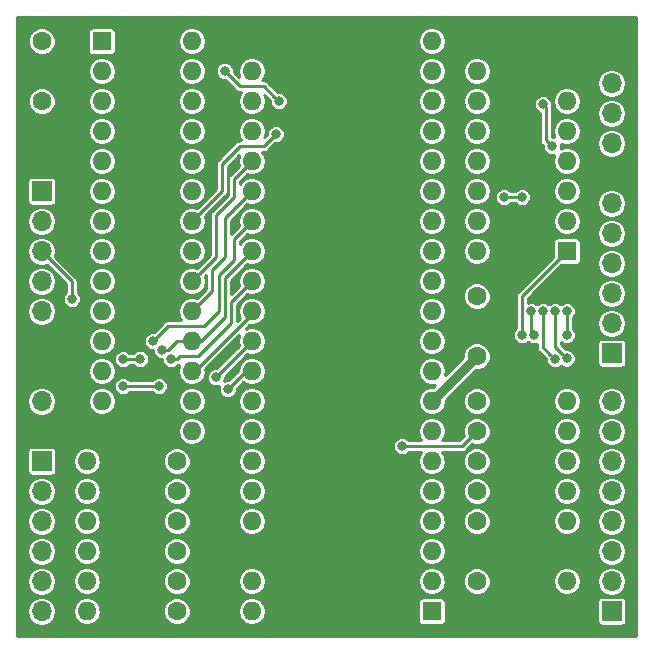
<source format=gbr>
G04 #@! TF.GenerationSoftware,KiCad,Pcbnew,(5.0.0)*
G04 #@! TF.CreationDate,2019-09-20T13:44:08+02:00*
G04 #@! TF.ProjectId,6502ino,36353032696E6F2E6B696361645F7063,rev?*
G04 #@! TF.SameCoordinates,Original*
G04 #@! TF.FileFunction,Copper,L2,Bot,Signal*
G04 #@! TF.FilePolarity,Positive*
%FSLAX46Y46*%
G04 Gerber Fmt 4.6, Leading zero omitted, Abs format (unit mm)*
G04 Created by KiCad (PCBNEW (5.0.0)) date 09/20/19 13:44:08*
%MOMM*%
%LPD*%
G01*
G04 APERTURE LIST*
G04 #@! TA.AperFunction,ComponentPad*
%ADD10R,1.600000X1.600000*%
G04 #@! TD*
G04 #@! TA.AperFunction,ComponentPad*
%ADD11O,1.600000X1.600000*%
G04 #@! TD*
G04 #@! TA.AperFunction,ComponentPad*
%ADD12R,1.700000X1.700000*%
G04 #@! TD*
G04 #@! TA.AperFunction,ComponentPad*
%ADD13O,1.700000X1.700000*%
G04 #@! TD*
G04 #@! TA.AperFunction,ComponentPad*
%ADD14C,1.600000*%
G04 #@! TD*
G04 #@! TA.AperFunction,ViaPad*
%ADD15C,0.800000*%
G04 #@! TD*
G04 #@! TA.AperFunction,Conductor*
%ADD16C,0.800000*%
G04 #@! TD*
G04 #@! TA.AperFunction,Conductor*
%ADD17C,0.250000*%
G04 #@! TD*
G04 APERTURE END LIST*
D10*
G04 #@! TO.P,U3,1*
G04 #@! TO.N,/RWB*
X184150000Y-76200000D03*
D11*
G04 #@! TO.P,U3,8*
G04 #@! TO.N,Net-(U2-Pad27)*
X176530000Y-60960000D03*
G04 #@! TO.P,U3,2*
G04 #@! TO.N,/RWB*
X184150000Y-73660000D03*
G04 #@! TO.P,U3,9*
G04 #@! TO.N,Net-(U3-Pad3)*
X176530000Y-63500000D03*
G04 #@! TO.P,U3,3*
X184150000Y-71120000D03*
G04 #@! TO.P,U3,10*
G04 #@! TO.N,/PHI2*
X176530000Y-66040000D03*
G04 #@! TO.P,U3,4*
X184150000Y-68580000D03*
G04 #@! TO.P,U3,11*
G04 #@! TO.N,Net-(R12-Pad2)*
X176530000Y-68580000D03*
G04 #@! TO.P,U3,5*
G04 #@! TO.N,/PHI2*
X184150000Y-66040000D03*
G04 #@! TO.P,U3,12*
G04 #@! TO.N,/IOBUSY*
X176530000Y-71120000D03*
G04 #@! TO.P,U3,6*
G04 #@! TO.N,Net-(U2-Pad22)*
X184150000Y-63500000D03*
G04 #@! TO.P,U3,13*
G04 #@! TO.N,/IOSELECT*
X176530000Y-73660000D03*
G04 #@! TO.P,U3,7*
G04 #@! TO.N,GND*
X184150000Y-60960000D03*
G04 #@! TO.P,U3,14*
G04 #@! TO.N,+5V*
X176530000Y-76200000D03*
G04 #@! TD*
D10*
G04 #@! TO.P,U1,1*
G04 #@! TO.N,Net-(U1-Pad1)*
X172720000Y-106680000D03*
D11*
G04 #@! TO.P,U1,21*
G04 #@! TO.N,GND*
X157480000Y-58420000D03*
G04 #@! TO.P,U1,2*
G04 #@! TO.N,Net-(R12-Pad1)*
X172720000Y-104140000D03*
G04 #@! TO.P,U1,22*
G04 #@! TO.N,/A12*
X157480000Y-60960000D03*
G04 #@! TO.P,U1,3*
G04 #@! TO.N,Net-(U1-Pad3)*
X172720000Y-101600000D03*
G04 #@! TO.P,U1,23*
G04 #@! TO.N,/A13*
X157480000Y-63500000D03*
G04 #@! TO.P,U1,4*
G04 #@! TO.N,+5V*
X172720000Y-99060000D03*
G04 #@! TO.P,U1,24*
G04 #@! TO.N,/A14*
X157480000Y-66040000D03*
G04 #@! TO.P,U1,5*
G04 #@! TO.N,Net-(U1-Pad5)*
X172720000Y-96520000D03*
G04 #@! TO.P,U1,25*
G04 #@! TO.N,/IOSELECT*
X157480000Y-68580000D03*
G04 #@! TO.P,U1,6*
G04 #@! TO.N,+5V*
X172720000Y-93980000D03*
G04 #@! TO.P,U1,26*
G04 #@! TO.N,/D7*
X157480000Y-71120000D03*
G04 #@! TO.P,U1,7*
G04 #@! TO.N,Net-(U1-Pad7)*
X172720000Y-91440000D03*
G04 #@! TO.P,U1,27*
G04 #@! TO.N,/D6*
X157480000Y-73660000D03*
G04 #@! TO.P,U1,8*
G04 #@! TO.N,+5V*
X172720000Y-88900000D03*
G04 #@! TO.P,U1,28*
G04 #@! TO.N,/D5*
X157480000Y-76200000D03*
G04 #@! TO.P,U1,9*
G04 #@! TO.N,/A0*
X172720000Y-86360000D03*
G04 #@! TO.P,U1,29*
G04 #@! TO.N,/D4*
X157480000Y-78740000D03*
G04 #@! TO.P,U1,10*
G04 #@! TO.N,/A1*
X172720000Y-83820000D03*
G04 #@! TO.P,U1,30*
G04 #@! TO.N,/D3*
X157480000Y-81280000D03*
G04 #@! TO.P,U1,11*
G04 #@! TO.N,/A2*
X172720000Y-81280000D03*
G04 #@! TO.P,U1,31*
G04 #@! TO.N,/D2*
X157480000Y-83820000D03*
G04 #@! TO.P,U1,12*
G04 #@! TO.N,/A3*
X172720000Y-78740000D03*
G04 #@! TO.P,U1,32*
G04 #@! TO.N,/D1*
X157480000Y-86360000D03*
G04 #@! TO.P,U1,13*
G04 #@! TO.N,/A4*
X172720000Y-76200000D03*
G04 #@! TO.P,U1,33*
G04 #@! TO.N,/D0*
X157480000Y-88900000D03*
G04 #@! TO.P,U1,14*
G04 #@! TO.N,/A5*
X172720000Y-73660000D03*
G04 #@! TO.P,U1,34*
G04 #@! TO.N,/RWB*
X157480000Y-91440000D03*
G04 #@! TO.P,U1,15*
G04 #@! TO.N,/A6*
X172720000Y-71120000D03*
G04 #@! TO.P,U1,35*
G04 #@! TO.N,Net-(U1-Pad35)*
X157480000Y-93980000D03*
G04 #@! TO.P,U1,16*
G04 #@! TO.N,/A7*
X172720000Y-68580000D03*
G04 #@! TO.P,U1,36*
G04 #@! TO.N,Net-(U1-Pad36)*
X157480000Y-96520000D03*
G04 #@! TO.P,U1,17*
G04 #@! TO.N,/A8*
X172720000Y-66040000D03*
G04 #@! TO.P,U1,37*
G04 #@! TO.N,/PHI2*
X157480000Y-99060000D03*
G04 #@! TO.P,U1,18*
G04 #@! TO.N,/A9*
X172720000Y-63500000D03*
G04 #@! TO.P,U1,38*
G04 #@! TO.N,GND*
X157480000Y-101600000D03*
G04 #@! TO.P,U1,19*
G04 #@! TO.N,/A10*
X172720000Y-60960000D03*
G04 #@! TO.P,U1,39*
G04 #@! TO.N,Net-(U1-Pad39)*
X157480000Y-104140000D03*
G04 #@! TO.P,U1,20*
G04 #@! TO.N,/A11*
X172720000Y-58420000D03*
G04 #@! TO.P,U1,40*
G04 #@! TO.N,/_RESET*
X157480000Y-106680000D03*
G04 #@! TD*
D10*
G04 #@! TO.P,U2,1*
G04 #@! TO.N,/A11*
X144780000Y-58420000D03*
D11*
G04 #@! TO.P,U2,15*
G04 #@! TO.N,/D0*
X152400000Y-91440000D03*
G04 #@! TO.P,U2,2*
G04 #@! TO.N,/A12*
X144780000Y-60960000D03*
G04 #@! TO.P,U2,16*
G04 #@! TO.N,/D1*
X152400000Y-88900000D03*
G04 #@! TO.P,U2,3*
G04 #@! TO.N,/A13*
X144780000Y-63500000D03*
G04 #@! TO.P,U2,17*
G04 #@! TO.N,/D3*
X152400000Y-86360000D03*
G04 #@! TO.P,U2,4*
G04 #@! TO.N,/A14*
X144780000Y-66040000D03*
G04 #@! TO.P,U2,18*
G04 #@! TO.N,/D5*
X152400000Y-83820000D03*
G04 #@! TO.P,U2,5*
G04 #@! TO.N,/A7*
X144780000Y-68580000D03*
G04 #@! TO.P,U2,19*
G04 #@! TO.N,/D7*
X152400000Y-81280000D03*
G04 #@! TO.P,U2,6*
G04 #@! TO.N,/A5*
X144780000Y-71120000D03*
G04 #@! TO.P,U2,20*
G04 #@! TO.N,/IOSELECT*
X152400000Y-78740000D03*
G04 #@! TO.P,U2,7*
G04 #@! TO.N,/A4*
X144780000Y-73660000D03*
G04 #@! TO.P,U2,21*
G04 #@! TO.N,/A3*
X152400000Y-76200000D03*
G04 #@! TO.P,U2,8*
G04 #@! TO.N,/A2*
X144780000Y-76200000D03*
G04 #@! TO.P,U2,22*
G04 #@! TO.N,Net-(U2-Pad22)*
X152400000Y-73660000D03*
G04 #@! TO.P,U2,9*
G04 #@! TO.N,/A1*
X144780000Y-78740000D03*
G04 #@! TO.P,U2,23*
G04 #@! TO.N,/A6*
X152400000Y-71120000D03*
G04 #@! TO.P,U2,10*
G04 #@! TO.N,/A0*
X144780000Y-81280000D03*
G04 #@! TO.P,U2,24*
G04 #@! TO.N,/A8*
X152400000Y-68580000D03*
G04 #@! TO.P,U2,11*
G04 #@! TO.N,/D6*
X144780000Y-83820000D03*
G04 #@! TO.P,U2,25*
G04 #@! TO.N,/A9*
X152400000Y-66040000D03*
G04 #@! TO.P,U2,12*
G04 #@! TO.N,/D4*
X144780000Y-86360000D03*
G04 #@! TO.P,U2,26*
G04 #@! TO.N,/A10*
X152400000Y-63500000D03*
G04 #@! TO.P,U2,13*
G04 #@! TO.N,/D2*
X144780000Y-88900000D03*
G04 #@! TO.P,U2,27*
G04 #@! TO.N,Net-(U2-Pad27)*
X152400000Y-60960000D03*
G04 #@! TO.P,U2,14*
G04 #@! TO.N,GND*
X144780000Y-91440000D03*
G04 #@! TO.P,U2,28*
G04 #@! TO.N,+5V*
X152400000Y-58420000D03*
G04 #@! TD*
D12*
G04 #@! TO.P,JANALOG1,1*
G04 #@! TO.N,Net-(JANALOG1-Pad1)*
X139700000Y-93980000D03*
D13*
G04 #@! TO.P,JANALOG1,2*
G04 #@! TO.N,Net-(JANALOG1-Pad2)*
X139700000Y-96520000D03*
G04 #@! TO.P,JANALOG1,3*
G04 #@! TO.N,Net-(JANALOG1-Pad3)*
X139700000Y-99060000D03*
G04 #@! TO.P,JANALOG1,4*
G04 #@! TO.N,Net-(JANALOG1-Pad4)*
X139700000Y-101600000D03*
G04 #@! TO.P,JANALOG1,5*
G04 #@! TO.N,Net-(JANALOG1-Pad5)*
X139700000Y-104140000D03*
G04 #@! TO.P,JANALOG1,6*
G04 #@! TO.N,Net-(JANALOG1-Pad6)*
X139700000Y-106680000D03*
G04 #@! TD*
G04 #@! TO.P,JDIGITAL1,8*
G04 #@! TO.N,/IOBUSY*
X187960000Y-88900000D03*
G04 #@! TO.P,JDIGITAL1,7*
G04 #@! TO.N,Net-(JDIGITAL1-Pad7)*
X187960000Y-91440000D03*
G04 #@! TO.P,JDIGITAL1,6*
G04 #@! TO.N,Net-(JDIGITAL1-Pad6)*
X187960000Y-93980000D03*
G04 #@! TO.P,JDIGITAL1,5*
G04 #@! TO.N,Net-(JDIGITAL1-Pad5)*
X187960000Y-96520000D03*
G04 #@! TO.P,JDIGITAL1,4*
G04 #@! TO.N,Net-(JDIGITAL1-Pad4)*
X187960000Y-99060000D03*
G04 #@! TO.P,JDIGITAL1,3*
G04 #@! TO.N,Net-(JDIGITAL1-Pad3)*
X187960000Y-101600000D03*
G04 #@! TO.P,JDIGITAL1,2*
G04 #@! TO.N,Net-(JDIGITAL1-Pad2)*
X187960000Y-104140000D03*
D12*
G04 #@! TO.P,JDIGITAL1,1*
G04 #@! TO.N,Net-(JDIGITAL1-Pad1)*
X187960000Y-106680000D03*
G04 #@! TD*
G04 #@! TO.P,JDIGITAL2,1*
G04 #@! TO.N,/PHI2*
X187960000Y-84836000D03*
D13*
G04 #@! TO.P,JDIGITAL2,2*
G04 #@! TO.N,Net-(JDIGITAL2-Pad2)*
X187960000Y-82296000D03*
G04 #@! TO.P,JDIGITAL2,3*
G04 #@! TO.N,Net-(JDIGITAL2-Pad3)*
X187960000Y-79756000D03*
G04 #@! TO.P,JDIGITAL2,4*
G04 #@! TO.N,Net-(JDIGITAL2-Pad4)*
X187960000Y-77216000D03*
G04 #@! TO.P,JDIGITAL2,5*
G04 #@! TO.N,Net-(JDIGITAL2-Pad5)*
X187960000Y-74676000D03*
G04 #@! TO.P,JDIGITAL2,6*
G04 #@! TO.N,Net-(JDIGITAL2-Pad6)*
X187960000Y-72136000D03*
G04 #@! TO.P,JDIGITAL2,7*
G04 #@! TO.N,GND*
X187960000Y-69596000D03*
G04 #@! TO.P,JDIGITAL2,8*
G04 #@! TO.N,Net-(JDIGITAL2-Pad8)*
X187960000Y-67056000D03*
G04 #@! TO.P,JDIGITAL2,9*
G04 #@! TO.N,Net-(JDIGITAL2-Pad9)*
X187960000Y-64516000D03*
G04 #@! TO.P,JDIGITAL2,10*
G04 #@! TO.N,Net-(JDIGITAL2-Pad10)*
X187960000Y-61976000D03*
G04 #@! TD*
D12*
G04 #@! TO.P,JPOWER1,1*
G04 #@! TO.N,Net-(JPOWER1-Pad1)*
X139700000Y-71120000D03*
D13*
G04 #@! TO.P,JPOWER1,2*
G04 #@! TO.N,Net-(JPOWER1-Pad2)*
X139700000Y-73660000D03*
G04 #@! TO.P,JPOWER1,3*
G04 #@! TO.N,/_RESET*
X139700000Y-76200000D03*
G04 #@! TO.P,JPOWER1,4*
G04 #@! TO.N,Net-(JPOWER1-Pad4)*
X139700000Y-78740000D03*
G04 #@! TO.P,JPOWER1,5*
G04 #@! TO.N,+5V*
X139700000Y-81280000D03*
G04 #@! TO.P,JPOWER1,6*
G04 #@! TO.N,GND*
X139700000Y-83820000D03*
G04 #@! TO.P,JPOWER1,7*
X139700000Y-86360000D03*
G04 #@! TO.P,JPOWER1,8*
G04 #@! TO.N,Net-(JPOWER1-Pad8)*
X139700000Y-88900000D03*
G04 #@! TD*
D14*
G04 #@! TO.P,C1,2*
G04 #@! TO.N,GND*
X179030000Y-85090000D03*
G04 #@! TO.P,C1,1*
G04 #@! TO.N,+5V*
X176530000Y-85090000D03*
G04 #@! TD*
G04 #@! TO.P,C2,1*
G04 #@! TO.N,+5V*
X139700000Y-58420000D03*
G04 #@! TO.P,C2,2*
G04 #@! TO.N,GND*
X139700000Y-60920000D03*
G04 #@! TD*
G04 #@! TO.P,C3,2*
G04 #@! TO.N,GND*
X179030000Y-80010000D03*
G04 #@! TO.P,C3,1*
G04 #@! TO.N,+5V*
X176530000Y-80010000D03*
G04 #@! TD*
D11*
G04 #@! TO.P,R1,2*
G04 #@! TO.N,Net-(JANALOG1-Pad1)*
X143510000Y-93980000D03*
D14*
G04 #@! TO.P,R1,1*
G04 #@! TO.N,/D0*
X151130000Y-93980000D03*
G04 #@! TD*
G04 #@! TO.P,R2,1*
G04 #@! TO.N,/D1*
X151130000Y-96520000D03*
D11*
G04 #@! TO.P,R2,2*
G04 #@! TO.N,Net-(JANALOG1-Pad2)*
X143510000Y-96520000D03*
G04 #@! TD*
D14*
G04 #@! TO.P,R11,1*
G04 #@! TO.N,+5V*
X176530000Y-88900000D03*
D11*
G04 #@! TO.P,R11,2*
G04 #@! TO.N,/IOBUSY*
X184150000Y-88900000D03*
G04 #@! TD*
D14*
G04 #@! TO.P,R3,1*
G04 #@! TO.N,/D2*
X151130000Y-99060000D03*
D11*
G04 #@! TO.P,R3,2*
G04 #@! TO.N,Net-(JANALOG1-Pad3)*
X143510000Y-99060000D03*
G04 #@! TD*
G04 #@! TO.P,R4,2*
G04 #@! TO.N,Net-(JANALOG1-Pad4)*
X143510000Y-101600000D03*
D14*
G04 #@! TO.P,R4,1*
G04 #@! TO.N,/D3*
X151130000Y-101600000D03*
G04 #@! TD*
G04 #@! TO.P,R5,1*
G04 #@! TO.N,/D4*
X151130000Y-104140000D03*
D11*
G04 #@! TO.P,R5,2*
G04 #@! TO.N,Net-(JANALOG1-Pad5)*
X143510000Y-104140000D03*
G04 #@! TD*
G04 #@! TO.P,R6,2*
G04 #@! TO.N,Net-(JANALOG1-Pad6)*
X143510000Y-106680000D03*
D14*
G04 #@! TO.P,R6,1*
G04 #@! TO.N,/D5*
X151130000Y-106680000D03*
G04 #@! TD*
D11*
G04 #@! TO.P,R7,2*
G04 #@! TO.N,Net-(JDIGITAL1-Pad7)*
X184150000Y-91440000D03*
D14*
G04 #@! TO.P,R7,1*
G04 #@! TO.N,/RWB*
X176530000Y-91440000D03*
G04 #@! TD*
G04 #@! TO.P,R8,1*
G04 #@! TO.N,/IOSELECT*
X176530000Y-93980000D03*
D11*
G04 #@! TO.P,R8,2*
G04 #@! TO.N,Net-(JDIGITAL1-Pad6)*
X184150000Y-93980000D03*
G04 #@! TD*
D14*
G04 #@! TO.P,R9,1*
G04 #@! TO.N,/D7*
X176530000Y-96520000D03*
D11*
G04 #@! TO.P,R9,2*
G04 #@! TO.N,Net-(JDIGITAL1-Pad5)*
X184150000Y-96520000D03*
G04 #@! TD*
G04 #@! TO.P,R10,2*
G04 #@! TO.N,Net-(JDIGITAL1-Pad4)*
X184150000Y-99060000D03*
D14*
G04 #@! TO.P,R10,1*
G04 #@! TO.N,/D6*
X176530000Y-99060000D03*
G04 #@! TD*
G04 #@! TO.P,R12,1*
G04 #@! TO.N,Net-(R12-Pad1)*
X176530000Y-104140000D03*
D11*
G04 #@! TO.P,R12,2*
G04 #@! TO.N,Net-(R12-Pad2)*
X184150000Y-104140000D03*
G04 #@! TD*
D14*
G04 #@! TO.P,C4,1*
G04 #@! TO.N,+5V*
X139700000Y-63500000D03*
G04 #@! TO.P,C4,2*
G04 #@! TO.N,GND*
X139700000Y-68500000D03*
G04 #@! TD*
D15*
G04 #@! TO.N,/D1*
X155443347Y-87888653D03*
G04 #@! TO.N,/D2*
X154427347Y-86872653D03*
X146558000Y-87630000D03*
X149606000Y-87630000D03*
G04 #@! TO.N,/D4*
X150622006Y-85344000D03*
X146557998Y-85344000D03*
X148008011Y-85314772D03*
G04 #@! TO.N,/D5*
X149860000Y-84582000D03*
G04 #@! TO.N,/D6*
X149098000Y-83820000D03*
G04 #@! TO.N,/RWB*
X180340000Y-83312000D03*
X170179998Y-92710000D03*
G04 #@! TO.N,/PHI2*
X184150000Y-81280000D03*
X184150000Y-83312000D03*
G04 #@! TO.N,/IOBUSY*
X180340000Y-71628000D03*
X178816000Y-71628000D03*
X183134000Y-81280000D03*
X184131868Y-85278544D03*
G04 #@! TO.N,/_RESET*
X142240000Y-80264000D03*
G04 #@! TO.N,/IOSELECT*
X181102000Y-81280000D03*
X181356000Y-83312000D03*
G04 #@! TO.N,Net-(U2-Pad27)*
X155189347Y-60955347D03*
X159765994Y-63500000D03*
G04 #@! TO.N,Net-(U2-Pad22)*
X159512000Y-66294000D03*
G04 #@! TO.N,Net-(R12-Pad2)*
X182118000Y-81280000D03*
X183134000Y-85344000D03*
G04 #@! TO.N,Net-(U3-Pad3)*
X182880000Y-67310000D03*
X182118000Y-63754000D03*
G04 #@! TD*
D16*
G04 #@! TO.N,+5V*
X175514000Y-86106000D02*
X172720000Y-88900000D01*
X175514000Y-86106000D02*
X176530000Y-85090000D01*
D17*
G04 #@! TO.N,/D1*
X156972000Y-86360000D02*
X157480000Y-86360000D01*
X155443347Y-87888653D02*
X156972000Y-86360000D01*
G04 #@! TO.N,/D2*
X154432000Y-86868000D02*
X154427347Y-86872653D01*
X154427347Y-86872653D02*
X157480000Y-83820000D01*
X146558000Y-87630000D02*
X149606000Y-87630000D01*
G04 #@! TO.N,/D3*
X157480000Y-81534000D02*
X157480000Y-81280000D01*
X152400000Y-86360000D02*
X152654000Y-86360000D01*
X152654000Y-86360000D02*
X157480000Y-81534000D01*
G04 #@! TO.N,/D4*
X146587226Y-85314772D02*
X146557998Y-85344000D01*
X148008011Y-85314772D02*
X146587226Y-85314772D01*
X151187691Y-85344000D02*
X150622006Y-85344000D01*
X151441691Y-85090000D02*
X151187691Y-85344000D01*
X152908000Y-85090000D02*
X151441691Y-85090000D01*
X155702000Y-82296000D02*
X152908000Y-85090000D01*
X157480000Y-78740000D02*
X155702000Y-80518000D01*
X155702000Y-80518000D02*
X155702000Y-82296000D01*
G04 #@! TO.N,/D5*
X151187685Y-83820000D02*
X152400000Y-83820000D01*
X149860000Y-84582000D02*
X150425685Y-84582000D01*
X150425685Y-84582000D02*
X151187685Y-83820000D01*
X155194000Y-78486000D02*
X157480000Y-76200000D01*
X155194000Y-81788000D02*
X155194000Y-78486000D01*
X152400000Y-83820000D02*
X153162000Y-83820000D01*
X153162000Y-83820000D02*
X155194000Y-81788000D01*
G04 #@! TO.N,/D6*
X157480000Y-74168000D02*
X157480000Y-73660000D01*
X156680001Y-74459999D02*
X157480000Y-73660000D01*
X155956000Y-75184000D02*
X156680001Y-74459999D01*
X150368000Y-82550000D02*
X153416000Y-82550000D01*
X149098000Y-83820000D02*
X150368000Y-82550000D01*
X153416000Y-82550000D02*
X154686000Y-81280000D01*
X154686000Y-81280000D02*
X154686000Y-78232000D01*
X154686000Y-78232000D02*
X155956000Y-76962000D01*
X155956000Y-76962000D02*
X155956000Y-75184000D01*
G04 #@! TO.N,/D7*
X156680001Y-71919999D02*
X157480000Y-71120000D01*
X155194000Y-73406000D02*
X156680001Y-71919999D01*
X155194000Y-76708000D02*
X155194000Y-73406000D01*
X154120011Y-77781989D02*
X155194000Y-76708000D01*
X152400000Y-81280000D02*
X154120011Y-79559989D01*
X154120011Y-79559989D02*
X154120011Y-77781989D01*
G04 #@! TO.N,/RWB*
X180340000Y-82746315D02*
X180340000Y-83312000D01*
X184150000Y-76200000D02*
X180340000Y-80010000D01*
X180340000Y-80010000D02*
X180340000Y-82746315D01*
X175260000Y-92710000D02*
X170745683Y-92710000D01*
X170745683Y-92710000D02*
X170179998Y-92710000D01*
X176530000Y-91440000D02*
X175260000Y-92710000D01*
G04 #@! TO.N,/PHI2*
X184150000Y-81280000D02*
X184150000Y-83312000D01*
G04 #@! TO.N,/IOBUSY*
X180340000Y-71628000D02*
X178816000Y-71628000D01*
X183134000Y-81280000D02*
X183134000Y-84280676D01*
X183731869Y-84878545D02*
X184131868Y-85278544D01*
X183134000Y-84280676D02*
X183731869Y-84878545D01*
G04 #@! TO.N,/_RESET*
X142240000Y-79698315D02*
X142240000Y-80264000D01*
X139700000Y-76200000D02*
X142240000Y-78740000D01*
X142240000Y-78740000D02*
X142240000Y-79698315D01*
G04 #@! TO.N,/IOSELECT*
X156680001Y-69379999D02*
X157480000Y-68580000D01*
X155956000Y-70104000D02*
X156680001Y-69379999D01*
X155956000Y-71628000D02*
X155956000Y-70104000D01*
X154432000Y-73152000D02*
X155956000Y-71628000D01*
X152400000Y-78740000D02*
X154432000Y-76708000D01*
X154432000Y-76708000D02*
X154432000Y-73152000D01*
X181102000Y-83058000D02*
X181356000Y-83312000D01*
X181102000Y-81280000D02*
X181102000Y-83058000D01*
G04 #@! TO.N,Net-(U2-Pad27)*
X156464000Y-62230000D02*
X158495994Y-62230000D01*
X159365995Y-63100001D02*
X159765994Y-63500000D01*
X158495994Y-62230000D02*
X159365995Y-63100001D01*
X155189347Y-60955347D02*
X156464000Y-62230000D01*
G04 #@! TO.N,Net-(U2-Pad22)*
X152400000Y-73660000D02*
X154940000Y-71120000D01*
X154940000Y-71120000D02*
X154940000Y-68834000D01*
X154940000Y-68834000D02*
X156319001Y-67454999D01*
X156319001Y-67454999D02*
X156464000Y-67310000D01*
X156464000Y-67310000D02*
X158496000Y-67310000D01*
X158496000Y-67310000D02*
X159512000Y-66294000D01*
G04 #@! TO.N,Net-(R12-Pad2)*
X182118000Y-84328000D02*
X182734001Y-84944001D01*
X182118000Y-81280000D02*
X182118000Y-84328000D01*
X182734001Y-84944001D02*
X183134000Y-85344000D01*
G04 #@! TO.N,Net-(U3-Pad3)*
X182372000Y-64008000D02*
X182118000Y-63754000D01*
X182880000Y-67310000D02*
X182372000Y-66802000D01*
X182372000Y-66802000D02*
X182372000Y-64008000D01*
G04 #@! TD*
G04 #@! TO.N,GND*
G36*
X190050001Y-58375675D02*
X190050000Y-58375680D01*
X190050001Y-108770000D01*
X137610000Y-108770000D01*
X137610000Y-106680000D01*
X138451001Y-106680000D01*
X138546075Y-107157971D01*
X138816824Y-107563176D01*
X139222029Y-107833925D01*
X139579348Y-107905000D01*
X139820652Y-107905000D01*
X140177971Y-107833925D01*
X140583176Y-107563176D01*
X140853925Y-107157971D01*
X140948999Y-106680000D01*
X142311981Y-106680000D01*
X142403175Y-107138462D01*
X142662873Y-107527127D01*
X143051538Y-107786825D01*
X143394276Y-107855000D01*
X143625724Y-107855000D01*
X143968462Y-107786825D01*
X144357127Y-107527127D01*
X144616825Y-107138462D01*
X144708019Y-106680000D01*
X144661529Y-106446278D01*
X149955000Y-106446278D01*
X149955000Y-106913722D01*
X150133883Y-107345584D01*
X150464416Y-107676117D01*
X150896278Y-107855000D01*
X151363722Y-107855000D01*
X151795584Y-107676117D01*
X152126117Y-107345584D01*
X152305000Y-106913722D01*
X152305000Y-106680000D01*
X156281981Y-106680000D01*
X156373175Y-107138462D01*
X156632873Y-107527127D01*
X157021538Y-107786825D01*
X157364276Y-107855000D01*
X157595724Y-107855000D01*
X157938462Y-107786825D01*
X158327127Y-107527127D01*
X158586825Y-107138462D01*
X158678019Y-106680000D01*
X158586825Y-106221538D01*
X158358617Y-105880000D01*
X171537654Y-105880000D01*
X171537654Y-107480000D01*
X171566758Y-107626317D01*
X171649641Y-107750359D01*
X171773683Y-107833242D01*
X171920000Y-107862346D01*
X173520000Y-107862346D01*
X173666317Y-107833242D01*
X173790359Y-107750359D01*
X173873242Y-107626317D01*
X173902346Y-107480000D01*
X173902346Y-105880000D01*
X173892401Y-105830000D01*
X186727654Y-105830000D01*
X186727654Y-107530000D01*
X186756758Y-107676317D01*
X186839641Y-107800359D01*
X186963683Y-107883242D01*
X187110000Y-107912346D01*
X188810000Y-107912346D01*
X188956317Y-107883242D01*
X189080359Y-107800359D01*
X189163242Y-107676317D01*
X189192346Y-107530000D01*
X189192346Y-105830000D01*
X189163242Y-105683683D01*
X189080359Y-105559641D01*
X188956317Y-105476758D01*
X188810000Y-105447654D01*
X187110000Y-105447654D01*
X186963683Y-105476758D01*
X186839641Y-105559641D01*
X186756758Y-105683683D01*
X186727654Y-105830000D01*
X173892401Y-105830000D01*
X173873242Y-105733683D01*
X173790359Y-105609641D01*
X173666317Y-105526758D01*
X173520000Y-105497654D01*
X171920000Y-105497654D01*
X171773683Y-105526758D01*
X171649641Y-105609641D01*
X171566758Y-105733683D01*
X171537654Y-105880000D01*
X158358617Y-105880000D01*
X158327127Y-105832873D01*
X157938462Y-105573175D01*
X157595724Y-105505000D01*
X157364276Y-105505000D01*
X157021538Y-105573175D01*
X156632873Y-105832873D01*
X156373175Y-106221538D01*
X156281981Y-106680000D01*
X152305000Y-106680000D01*
X152305000Y-106446278D01*
X152126117Y-106014416D01*
X151795584Y-105683883D01*
X151363722Y-105505000D01*
X150896278Y-105505000D01*
X150464416Y-105683883D01*
X150133883Y-106014416D01*
X149955000Y-106446278D01*
X144661529Y-106446278D01*
X144616825Y-106221538D01*
X144357127Y-105832873D01*
X143968462Y-105573175D01*
X143625724Y-105505000D01*
X143394276Y-105505000D01*
X143051538Y-105573175D01*
X142662873Y-105832873D01*
X142403175Y-106221538D01*
X142311981Y-106680000D01*
X140948999Y-106680000D01*
X140853925Y-106202029D01*
X140583176Y-105796824D01*
X140177971Y-105526075D01*
X139820652Y-105455000D01*
X139579348Y-105455000D01*
X139222029Y-105526075D01*
X138816824Y-105796824D01*
X138546075Y-106202029D01*
X138451001Y-106680000D01*
X137610000Y-106680000D01*
X137610000Y-104140000D01*
X138451001Y-104140000D01*
X138546075Y-104617971D01*
X138816824Y-105023176D01*
X139222029Y-105293925D01*
X139579348Y-105365000D01*
X139820652Y-105365000D01*
X140177971Y-105293925D01*
X140583176Y-105023176D01*
X140853925Y-104617971D01*
X140948999Y-104140000D01*
X142311981Y-104140000D01*
X142403175Y-104598462D01*
X142662873Y-104987127D01*
X143051538Y-105246825D01*
X143394276Y-105315000D01*
X143625724Y-105315000D01*
X143968462Y-105246825D01*
X144357127Y-104987127D01*
X144616825Y-104598462D01*
X144708019Y-104140000D01*
X144661529Y-103906278D01*
X149955000Y-103906278D01*
X149955000Y-104373722D01*
X150133883Y-104805584D01*
X150464416Y-105136117D01*
X150896278Y-105315000D01*
X151363722Y-105315000D01*
X151795584Y-105136117D01*
X152126117Y-104805584D01*
X152305000Y-104373722D01*
X152305000Y-104140000D01*
X156281981Y-104140000D01*
X156373175Y-104598462D01*
X156632873Y-104987127D01*
X157021538Y-105246825D01*
X157364276Y-105315000D01*
X157595724Y-105315000D01*
X157938462Y-105246825D01*
X158327127Y-104987127D01*
X158586825Y-104598462D01*
X158678019Y-104140000D01*
X171521981Y-104140000D01*
X171613175Y-104598462D01*
X171872873Y-104987127D01*
X172261538Y-105246825D01*
X172604276Y-105315000D01*
X172835724Y-105315000D01*
X173178462Y-105246825D01*
X173567127Y-104987127D01*
X173826825Y-104598462D01*
X173918019Y-104140000D01*
X173871529Y-103906278D01*
X175355000Y-103906278D01*
X175355000Y-104373722D01*
X175533883Y-104805584D01*
X175864416Y-105136117D01*
X176296278Y-105315000D01*
X176763722Y-105315000D01*
X177195584Y-105136117D01*
X177526117Y-104805584D01*
X177705000Y-104373722D01*
X177705000Y-104140000D01*
X182951981Y-104140000D01*
X183043175Y-104598462D01*
X183302873Y-104987127D01*
X183691538Y-105246825D01*
X184034276Y-105315000D01*
X184265724Y-105315000D01*
X184608462Y-105246825D01*
X184997127Y-104987127D01*
X185256825Y-104598462D01*
X185348019Y-104140000D01*
X186711001Y-104140000D01*
X186806075Y-104617971D01*
X187076824Y-105023176D01*
X187482029Y-105293925D01*
X187839348Y-105365000D01*
X188080652Y-105365000D01*
X188437971Y-105293925D01*
X188843176Y-105023176D01*
X189113925Y-104617971D01*
X189208999Y-104140000D01*
X189113925Y-103662029D01*
X188843176Y-103256824D01*
X188437971Y-102986075D01*
X188080652Y-102915000D01*
X187839348Y-102915000D01*
X187482029Y-102986075D01*
X187076824Y-103256824D01*
X186806075Y-103662029D01*
X186711001Y-104140000D01*
X185348019Y-104140000D01*
X185256825Y-103681538D01*
X184997127Y-103292873D01*
X184608462Y-103033175D01*
X184265724Y-102965000D01*
X184034276Y-102965000D01*
X183691538Y-103033175D01*
X183302873Y-103292873D01*
X183043175Y-103681538D01*
X182951981Y-104140000D01*
X177705000Y-104140000D01*
X177705000Y-103906278D01*
X177526117Y-103474416D01*
X177195584Y-103143883D01*
X176763722Y-102965000D01*
X176296278Y-102965000D01*
X175864416Y-103143883D01*
X175533883Y-103474416D01*
X175355000Y-103906278D01*
X173871529Y-103906278D01*
X173826825Y-103681538D01*
X173567127Y-103292873D01*
X173178462Y-103033175D01*
X172835724Y-102965000D01*
X172604276Y-102965000D01*
X172261538Y-103033175D01*
X171872873Y-103292873D01*
X171613175Y-103681538D01*
X171521981Y-104140000D01*
X158678019Y-104140000D01*
X158586825Y-103681538D01*
X158327127Y-103292873D01*
X157938462Y-103033175D01*
X157595724Y-102965000D01*
X157364276Y-102965000D01*
X157021538Y-103033175D01*
X156632873Y-103292873D01*
X156373175Y-103681538D01*
X156281981Y-104140000D01*
X152305000Y-104140000D01*
X152305000Y-103906278D01*
X152126117Y-103474416D01*
X151795584Y-103143883D01*
X151363722Y-102965000D01*
X150896278Y-102965000D01*
X150464416Y-103143883D01*
X150133883Y-103474416D01*
X149955000Y-103906278D01*
X144661529Y-103906278D01*
X144616825Y-103681538D01*
X144357127Y-103292873D01*
X143968462Y-103033175D01*
X143625724Y-102965000D01*
X143394276Y-102965000D01*
X143051538Y-103033175D01*
X142662873Y-103292873D01*
X142403175Y-103681538D01*
X142311981Y-104140000D01*
X140948999Y-104140000D01*
X140853925Y-103662029D01*
X140583176Y-103256824D01*
X140177971Y-102986075D01*
X139820652Y-102915000D01*
X139579348Y-102915000D01*
X139222029Y-102986075D01*
X138816824Y-103256824D01*
X138546075Y-103662029D01*
X138451001Y-104140000D01*
X137610000Y-104140000D01*
X137610000Y-101600000D01*
X138451001Y-101600000D01*
X138546075Y-102077971D01*
X138816824Y-102483176D01*
X139222029Y-102753925D01*
X139579348Y-102825000D01*
X139820652Y-102825000D01*
X140177971Y-102753925D01*
X140583176Y-102483176D01*
X140853925Y-102077971D01*
X140948999Y-101600000D01*
X142311981Y-101600000D01*
X142403175Y-102058462D01*
X142662873Y-102447127D01*
X143051538Y-102706825D01*
X143394276Y-102775000D01*
X143625724Y-102775000D01*
X143968462Y-102706825D01*
X144357127Y-102447127D01*
X144616825Y-102058462D01*
X144708019Y-101600000D01*
X144661529Y-101366278D01*
X149955000Y-101366278D01*
X149955000Y-101833722D01*
X150133883Y-102265584D01*
X150464416Y-102596117D01*
X150896278Y-102775000D01*
X151363722Y-102775000D01*
X151795584Y-102596117D01*
X152126117Y-102265584D01*
X152305000Y-101833722D01*
X152305000Y-101600000D01*
X171521981Y-101600000D01*
X171613175Y-102058462D01*
X171872873Y-102447127D01*
X172261538Y-102706825D01*
X172604276Y-102775000D01*
X172835724Y-102775000D01*
X173178462Y-102706825D01*
X173567127Y-102447127D01*
X173826825Y-102058462D01*
X173918019Y-101600000D01*
X186711001Y-101600000D01*
X186806075Y-102077971D01*
X187076824Y-102483176D01*
X187482029Y-102753925D01*
X187839348Y-102825000D01*
X188080652Y-102825000D01*
X188437971Y-102753925D01*
X188843176Y-102483176D01*
X189113925Y-102077971D01*
X189208999Y-101600000D01*
X189113925Y-101122029D01*
X188843176Y-100716824D01*
X188437971Y-100446075D01*
X188080652Y-100375000D01*
X187839348Y-100375000D01*
X187482029Y-100446075D01*
X187076824Y-100716824D01*
X186806075Y-101122029D01*
X186711001Y-101600000D01*
X173918019Y-101600000D01*
X173826825Y-101141538D01*
X173567127Y-100752873D01*
X173178462Y-100493175D01*
X172835724Y-100425000D01*
X172604276Y-100425000D01*
X172261538Y-100493175D01*
X171872873Y-100752873D01*
X171613175Y-101141538D01*
X171521981Y-101600000D01*
X152305000Y-101600000D01*
X152305000Y-101366278D01*
X152126117Y-100934416D01*
X151795584Y-100603883D01*
X151363722Y-100425000D01*
X150896278Y-100425000D01*
X150464416Y-100603883D01*
X150133883Y-100934416D01*
X149955000Y-101366278D01*
X144661529Y-101366278D01*
X144616825Y-101141538D01*
X144357127Y-100752873D01*
X143968462Y-100493175D01*
X143625724Y-100425000D01*
X143394276Y-100425000D01*
X143051538Y-100493175D01*
X142662873Y-100752873D01*
X142403175Y-101141538D01*
X142311981Y-101600000D01*
X140948999Y-101600000D01*
X140853925Y-101122029D01*
X140583176Y-100716824D01*
X140177971Y-100446075D01*
X139820652Y-100375000D01*
X139579348Y-100375000D01*
X139222029Y-100446075D01*
X138816824Y-100716824D01*
X138546075Y-101122029D01*
X138451001Y-101600000D01*
X137610000Y-101600000D01*
X137610000Y-99060000D01*
X138451001Y-99060000D01*
X138546075Y-99537971D01*
X138816824Y-99943176D01*
X139222029Y-100213925D01*
X139579348Y-100285000D01*
X139820652Y-100285000D01*
X140177971Y-100213925D01*
X140583176Y-99943176D01*
X140853925Y-99537971D01*
X140948999Y-99060000D01*
X142311981Y-99060000D01*
X142403175Y-99518462D01*
X142662873Y-99907127D01*
X143051538Y-100166825D01*
X143394276Y-100235000D01*
X143625724Y-100235000D01*
X143968462Y-100166825D01*
X144357127Y-99907127D01*
X144616825Y-99518462D01*
X144708019Y-99060000D01*
X144661529Y-98826278D01*
X149955000Y-98826278D01*
X149955000Y-99293722D01*
X150133883Y-99725584D01*
X150464416Y-100056117D01*
X150896278Y-100235000D01*
X151363722Y-100235000D01*
X151795584Y-100056117D01*
X152126117Y-99725584D01*
X152305000Y-99293722D01*
X152305000Y-99060000D01*
X156281981Y-99060000D01*
X156373175Y-99518462D01*
X156632873Y-99907127D01*
X157021538Y-100166825D01*
X157364276Y-100235000D01*
X157595724Y-100235000D01*
X157938462Y-100166825D01*
X158327127Y-99907127D01*
X158586825Y-99518462D01*
X158678019Y-99060000D01*
X171521981Y-99060000D01*
X171613175Y-99518462D01*
X171872873Y-99907127D01*
X172261538Y-100166825D01*
X172604276Y-100235000D01*
X172835724Y-100235000D01*
X173178462Y-100166825D01*
X173567127Y-99907127D01*
X173826825Y-99518462D01*
X173918019Y-99060000D01*
X173871529Y-98826278D01*
X175355000Y-98826278D01*
X175355000Y-99293722D01*
X175533883Y-99725584D01*
X175864416Y-100056117D01*
X176296278Y-100235000D01*
X176763722Y-100235000D01*
X177195584Y-100056117D01*
X177526117Y-99725584D01*
X177705000Y-99293722D01*
X177705000Y-99060000D01*
X182951981Y-99060000D01*
X183043175Y-99518462D01*
X183302873Y-99907127D01*
X183691538Y-100166825D01*
X184034276Y-100235000D01*
X184265724Y-100235000D01*
X184608462Y-100166825D01*
X184997127Y-99907127D01*
X185256825Y-99518462D01*
X185348019Y-99060000D01*
X186711001Y-99060000D01*
X186806075Y-99537971D01*
X187076824Y-99943176D01*
X187482029Y-100213925D01*
X187839348Y-100285000D01*
X188080652Y-100285000D01*
X188437971Y-100213925D01*
X188843176Y-99943176D01*
X189113925Y-99537971D01*
X189208999Y-99060000D01*
X189113925Y-98582029D01*
X188843176Y-98176824D01*
X188437971Y-97906075D01*
X188080652Y-97835000D01*
X187839348Y-97835000D01*
X187482029Y-97906075D01*
X187076824Y-98176824D01*
X186806075Y-98582029D01*
X186711001Y-99060000D01*
X185348019Y-99060000D01*
X185256825Y-98601538D01*
X184997127Y-98212873D01*
X184608462Y-97953175D01*
X184265724Y-97885000D01*
X184034276Y-97885000D01*
X183691538Y-97953175D01*
X183302873Y-98212873D01*
X183043175Y-98601538D01*
X182951981Y-99060000D01*
X177705000Y-99060000D01*
X177705000Y-98826278D01*
X177526117Y-98394416D01*
X177195584Y-98063883D01*
X176763722Y-97885000D01*
X176296278Y-97885000D01*
X175864416Y-98063883D01*
X175533883Y-98394416D01*
X175355000Y-98826278D01*
X173871529Y-98826278D01*
X173826825Y-98601538D01*
X173567127Y-98212873D01*
X173178462Y-97953175D01*
X172835724Y-97885000D01*
X172604276Y-97885000D01*
X172261538Y-97953175D01*
X171872873Y-98212873D01*
X171613175Y-98601538D01*
X171521981Y-99060000D01*
X158678019Y-99060000D01*
X158586825Y-98601538D01*
X158327127Y-98212873D01*
X157938462Y-97953175D01*
X157595724Y-97885000D01*
X157364276Y-97885000D01*
X157021538Y-97953175D01*
X156632873Y-98212873D01*
X156373175Y-98601538D01*
X156281981Y-99060000D01*
X152305000Y-99060000D01*
X152305000Y-98826278D01*
X152126117Y-98394416D01*
X151795584Y-98063883D01*
X151363722Y-97885000D01*
X150896278Y-97885000D01*
X150464416Y-98063883D01*
X150133883Y-98394416D01*
X149955000Y-98826278D01*
X144661529Y-98826278D01*
X144616825Y-98601538D01*
X144357127Y-98212873D01*
X143968462Y-97953175D01*
X143625724Y-97885000D01*
X143394276Y-97885000D01*
X143051538Y-97953175D01*
X142662873Y-98212873D01*
X142403175Y-98601538D01*
X142311981Y-99060000D01*
X140948999Y-99060000D01*
X140853925Y-98582029D01*
X140583176Y-98176824D01*
X140177971Y-97906075D01*
X139820652Y-97835000D01*
X139579348Y-97835000D01*
X139222029Y-97906075D01*
X138816824Y-98176824D01*
X138546075Y-98582029D01*
X138451001Y-99060000D01*
X137610000Y-99060000D01*
X137610000Y-96520000D01*
X138451001Y-96520000D01*
X138546075Y-96997971D01*
X138816824Y-97403176D01*
X139222029Y-97673925D01*
X139579348Y-97745000D01*
X139820652Y-97745000D01*
X140177971Y-97673925D01*
X140583176Y-97403176D01*
X140853925Y-96997971D01*
X140948999Y-96520000D01*
X142311981Y-96520000D01*
X142403175Y-96978462D01*
X142662873Y-97367127D01*
X143051538Y-97626825D01*
X143394276Y-97695000D01*
X143625724Y-97695000D01*
X143968462Y-97626825D01*
X144357127Y-97367127D01*
X144616825Y-96978462D01*
X144708019Y-96520000D01*
X144661529Y-96286278D01*
X149955000Y-96286278D01*
X149955000Y-96753722D01*
X150133883Y-97185584D01*
X150464416Y-97516117D01*
X150896278Y-97695000D01*
X151363722Y-97695000D01*
X151795584Y-97516117D01*
X152126117Y-97185584D01*
X152305000Y-96753722D01*
X152305000Y-96520000D01*
X156281981Y-96520000D01*
X156373175Y-96978462D01*
X156632873Y-97367127D01*
X157021538Y-97626825D01*
X157364276Y-97695000D01*
X157595724Y-97695000D01*
X157938462Y-97626825D01*
X158327127Y-97367127D01*
X158586825Y-96978462D01*
X158678019Y-96520000D01*
X171521981Y-96520000D01*
X171613175Y-96978462D01*
X171872873Y-97367127D01*
X172261538Y-97626825D01*
X172604276Y-97695000D01*
X172835724Y-97695000D01*
X173178462Y-97626825D01*
X173567127Y-97367127D01*
X173826825Y-96978462D01*
X173918019Y-96520000D01*
X173871529Y-96286278D01*
X175355000Y-96286278D01*
X175355000Y-96753722D01*
X175533883Y-97185584D01*
X175864416Y-97516117D01*
X176296278Y-97695000D01*
X176763722Y-97695000D01*
X177195584Y-97516117D01*
X177526117Y-97185584D01*
X177705000Y-96753722D01*
X177705000Y-96520000D01*
X182951981Y-96520000D01*
X183043175Y-96978462D01*
X183302873Y-97367127D01*
X183691538Y-97626825D01*
X184034276Y-97695000D01*
X184265724Y-97695000D01*
X184608462Y-97626825D01*
X184997127Y-97367127D01*
X185256825Y-96978462D01*
X185348019Y-96520000D01*
X186711001Y-96520000D01*
X186806075Y-96997971D01*
X187076824Y-97403176D01*
X187482029Y-97673925D01*
X187839348Y-97745000D01*
X188080652Y-97745000D01*
X188437971Y-97673925D01*
X188843176Y-97403176D01*
X189113925Y-96997971D01*
X189208999Y-96520000D01*
X189113925Y-96042029D01*
X188843176Y-95636824D01*
X188437971Y-95366075D01*
X188080652Y-95295000D01*
X187839348Y-95295000D01*
X187482029Y-95366075D01*
X187076824Y-95636824D01*
X186806075Y-96042029D01*
X186711001Y-96520000D01*
X185348019Y-96520000D01*
X185256825Y-96061538D01*
X184997127Y-95672873D01*
X184608462Y-95413175D01*
X184265724Y-95345000D01*
X184034276Y-95345000D01*
X183691538Y-95413175D01*
X183302873Y-95672873D01*
X183043175Y-96061538D01*
X182951981Y-96520000D01*
X177705000Y-96520000D01*
X177705000Y-96286278D01*
X177526117Y-95854416D01*
X177195584Y-95523883D01*
X176763722Y-95345000D01*
X176296278Y-95345000D01*
X175864416Y-95523883D01*
X175533883Y-95854416D01*
X175355000Y-96286278D01*
X173871529Y-96286278D01*
X173826825Y-96061538D01*
X173567127Y-95672873D01*
X173178462Y-95413175D01*
X172835724Y-95345000D01*
X172604276Y-95345000D01*
X172261538Y-95413175D01*
X171872873Y-95672873D01*
X171613175Y-96061538D01*
X171521981Y-96520000D01*
X158678019Y-96520000D01*
X158586825Y-96061538D01*
X158327127Y-95672873D01*
X157938462Y-95413175D01*
X157595724Y-95345000D01*
X157364276Y-95345000D01*
X157021538Y-95413175D01*
X156632873Y-95672873D01*
X156373175Y-96061538D01*
X156281981Y-96520000D01*
X152305000Y-96520000D01*
X152305000Y-96286278D01*
X152126117Y-95854416D01*
X151795584Y-95523883D01*
X151363722Y-95345000D01*
X150896278Y-95345000D01*
X150464416Y-95523883D01*
X150133883Y-95854416D01*
X149955000Y-96286278D01*
X144661529Y-96286278D01*
X144616825Y-96061538D01*
X144357127Y-95672873D01*
X143968462Y-95413175D01*
X143625724Y-95345000D01*
X143394276Y-95345000D01*
X143051538Y-95413175D01*
X142662873Y-95672873D01*
X142403175Y-96061538D01*
X142311981Y-96520000D01*
X140948999Y-96520000D01*
X140853925Y-96042029D01*
X140583176Y-95636824D01*
X140177971Y-95366075D01*
X139820652Y-95295000D01*
X139579348Y-95295000D01*
X139222029Y-95366075D01*
X138816824Y-95636824D01*
X138546075Y-96042029D01*
X138451001Y-96520000D01*
X137610000Y-96520000D01*
X137610000Y-93130000D01*
X138467654Y-93130000D01*
X138467654Y-94830000D01*
X138496758Y-94976317D01*
X138579641Y-95100359D01*
X138703683Y-95183242D01*
X138850000Y-95212346D01*
X140550000Y-95212346D01*
X140696317Y-95183242D01*
X140820359Y-95100359D01*
X140903242Y-94976317D01*
X140932346Y-94830000D01*
X140932346Y-93980000D01*
X142311981Y-93980000D01*
X142403175Y-94438462D01*
X142662873Y-94827127D01*
X143051538Y-95086825D01*
X143394276Y-95155000D01*
X143625724Y-95155000D01*
X143968462Y-95086825D01*
X144357127Y-94827127D01*
X144616825Y-94438462D01*
X144708019Y-93980000D01*
X144661529Y-93746278D01*
X149955000Y-93746278D01*
X149955000Y-94213722D01*
X150133883Y-94645584D01*
X150464416Y-94976117D01*
X150896278Y-95155000D01*
X151363722Y-95155000D01*
X151795584Y-94976117D01*
X152126117Y-94645584D01*
X152305000Y-94213722D01*
X152305000Y-93980000D01*
X156281981Y-93980000D01*
X156373175Y-94438462D01*
X156632873Y-94827127D01*
X157021538Y-95086825D01*
X157364276Y-95155000D01*
X157595724Y-95155000D01*
X157938462Y-95086825D01*
X158327127Y-94827127D01*
X158586825Y-94438462D01*
X158678019Y-93980000D01*
X158586825Y-93521538D01*
X158327127Y-93132873D01*
X157938462Y-92873175D01*
X157595724Y-92805000D01*
X157364276Y-92805000D01*
X157021538Y-92873175D01*
X156632873Y-93132873D01*
X156373175Y-93521538D01*
X156281981Y-93980000D01*
X152305000Y-93980000D01*
X152305000Y-93746278D01*
X152126117Y-93314416D01*
X151795584Y-92983883D01*
X151363722Y-92805000D01*
X150896278Y-92805000D01*
X150464416Y-92983883D01*
X150133883Y-93314416D01*
X149955000Y-93746278D01*
X144661529Y-93746278D01*
X144616825Y-93521538D01*
X144357127Y-93132873D01*
X143968462Y-92873175D01*
X143625724Y-92805000D01*
X143394276Y-92805000D01*
X143051538Y-92873175D01*
X142662873Y-93132873D01*
X142403175Y-93521538D01*
X142311981Y-93980000D01*
X140932346Y-93980000D01*
X140932346Y-93130000D01*
X140903242Y-92983683D01*
X140820359Y-92859641D01*
X140696317Y-92776758D01*
X140550000Y-92747654D01*
X138850000Y-92747654D01*
X138703683Y-92776758D01*
X138579641Y-92859641D01*
X138496758Y-92983683D01*
X138467654Y-93130000D01*
X137610000Y-93130000D01*
X137610000Y-91440000D01*
X151201981Y-91440000D01*
X151293175Y-91898462D01*
X151552873Y-92287127D01*
X151941538Y-92546825D01*
X152284276Y-92615000D01*
X152515724Y-92615000D01*
X152858462Y-92546825D01*
X153247127Y-92287127D01*
X153506825Y-91898462D01*
X153598019Y-91440000D01*
X156281981Y-91440000D01*
X156373175Y-91898462D01*
X156632873Y-92287127D01*
X157021538Y-92546825D01*
X157364276Y-92615000D01*
X157595724Y-92615000D01*
X157893125Y-92555843D01*
X169404998Y-92555843D01*
X169404998Y-92864157D01*
X169522985Y-93149002D01*
X169740996Y-93367013D01*
X170025841Y-93485000D01*
X170334155Y-93485000D01*
X170619000Y-93367013D01*
X170776013Y-93210000D01*
X171821338Y-93210000D01*
X171613175Y-93521538D01*
X171521981Y-93980000D01*
X171613175Y-94438462D01*
X171872873Y-94827127D01*
X172261538Y-95086825D01*
X172604276Y-95155000D01*
X172835724Y-95155000D01*
X173178462Y-95086825D01*
X173567127Y-94827127D01*
X173826825Y-94438462D01*
X173918019Y-93980000D01*
X173871529Y-93746278D01*
X175355000Y-93746278D01*
X175355000Y-94213722D01*
X175533883Y-94645584D01*
X175864416Y-94976117D01*
X176296278Y-95155000D01*
X176763722Y-95155000D01*
X177195584Y-94976117D01*
X177526117Y-94645584D01*
X177705000Y-94213722D01*
X177705000Y-93980000D01*
X182951981Y-93980000D01*
X183043175Y-94438462D01*
X183302873Y-94827127D01*
X183691538Y-95086825D01*
X184034276Y-95155000D01*
X184265724Y-95155000D01*
X184608462Y-95086825D01*
X184997127Y-94827127D01*
X185256825Y-94438462D01*
X185348019Y-93980000D01*
X186711001Y-93980000D01*
X186806075Y-94457971D01*
X187076824Y-94863176D01*
X187482029Y-95133925D01*
X187839348Y-95205000D01*
X188080652Y-95205000D01*
X188437971Y-95133925D01*
X188843176Y-94863176D01*
X189113925Y-94457971D01*
X189208999Y-93980000D01*
X189113925Y-93502029D01*
X188843176Y-93096824D01*
X188437971Y-92826075D01*
X188080652Y-92755000D01*
X187839348Y-92755000D01*
X187482029Y-92826075D01*
X187076824Y-93096824D01*
X186806075Y-93502029D01*
X186711001Y-93980000D01*
X185348019Y-93980000D01*
X185256825Y-93521538D01*
X184997127Y-93132873D01*
X184608462Y-92873175D01*
X184265724Y-92805000D01*
X184034276Y-92805000D01*
X183691538Y-92873175D01*
X183302873Y-93132873D01*
X183043175Y-93521538D01*
X182951981Y-93980000D01*
X177705000Y-93980000D01*
X177705000Y-93746278D01*
X177526117Y-93314416D01*
X177195584Y-92983883D01*
X176763722Y-92805000D01*
X176296278Y-92805000D01*
X175864416Y-92983883D01*
X175533883Y-93314416D01*
X175355000Y-93746278D01*
X173871529Y-93746278D01*
X173826825Y-93521538D01*
X173618662Y-93210000D01*
X175210759Y-93210000D01*
X175260000Y-93219795D01*
X175309241Y-93210000D01*
X175309243Y-93210000D01*
X175455090Y-93180989D01*
X175620480Y-93070480D01*
X175648376Y-93028730D01*
X176130694Y-92546413D01*
X176296278Y-92615000D01*
X176763722Y-92615000D01*
X177195584Y-92436117D01*
X177526117Y-92105584D01*
X177705000Y-91673722D01*
X177705000Y-91440000D01*
X182951981Y-91440000D01*
X183043175Y-91898462D01*
X183302873Y-92287127D01*
X183691538Y-92546825D01*
X184034276Y-92615000D01*
X184265724Y-92615000D01*
X184608462Y-92546825D01*
X184997127Y-92287127D01*
X185256825Y-91898462D01*
X185348019Y-91440000D01*
X186711001Y-91440000D01*
X186806075Y-91917971D01*
X187076824Y-92323176D01*
X187482029Y-92593925D01*
X187839348Y-92665000D01*
X188080652Y-92665000D01*
X188437971Y-92593925D01*
X188843176Y-92323176D01*
X189113925Y-91917971D01*
X189208999Y-91440000D01*
X189113925Y-90962029D01*
X188843176Y-90556824D01*
X188437971Y-90286075D01*
X188080652Y-90215000D01*
X187839348Y-90215000D01*
X187482029Y-90286075D01*
X187076824Y-90556824D01*
X186806075Y-90962029D01*
X186711001Y-91440000D01*
X185348019Y-91440000D01*
X185256825Y-90981538D01*
X184997127Y-90592873D01*
X184608462Y-90333175D01*
X184265724Y-90265000D01*
X184034276Y-90265000D01*
X183691538Y-90333175D01*
X183302873Y-90592873D01*
X183043175Y-90981538D01*
X182951981Y-91440000D01*
X177705000Y-91440000D01*
X177705000Y-91206278D01*
X177526117Y-90774416D01*
X177195584Y-90443883D01*
X176763722Y-90265000D01*
X176296278Y-90265000D01*
X175864416Y-90443883D01*
X175533883Y-90774416D01*
X175355000Y-91206278D01*
X175355000Y-91673722D01*
X175423587Y-91839306D01*
X175052894Y-92210000D01*
X173618662Y-92210000D01*
X173826825Y-91898462D01*
X173918019Y-91440000D01*
X173826825Y-90981538D01*
X173567127Y-90592873D01*
X173178462Y-90333175D01*
X172835724Y-90265000D01*
X172604276Y-90265000D01*
X172261538Y-90333175D01*
X171872873Y-90592873D01*
X171613175Y-90981538D01*
X171521981Y-91440000D01*
X171613175Y-91898462D01*
X171821338Y-92210000D01*
X170776013Y-92210000D01*
X170619000Y-92052987D01*
X170334155Y-91935000D01*
X170025841Y-91935000D01*
X169740996Y-92052987D01*
X169522985Y-92270998D01*
X169404998Y-92555843D01*
X157893125Y-92555843D01*
X157938462Y-92546825D01*
X158327127Y-92287127D01*
X158586825Y-91898462D01*
X158678019Y-91440000D01*
X158586825Y-90981538D01*
X158327127Y-90592873D01*
X157938462Y-90333175D01*
X157595724Y-90265000D01*
X157364276Y-90265000D01*
X157021538Y-90333175D01*
X156632873Y-90592873D01*
X156373175Y-90981538D01*
X156281981Y-91440000D01*
X153598019Y-91440000D01*
X153506825Y-90981538D01*
X153247127Y-90592873D01*
X152858462Y-90333175D01*
X152515724Y-90265000D01*
X152284276Y-90265000D01*
X151941538Y-90333175D01*
X151552873Y-90592873D01*
X151293175Y-90981538D01*
X151201981Y-91440000D01*
X137610000Y-91440000D01*
X137610000Y-88900000D01*
X138451001Y-88900000D01*
X138546075Y-89377971D01*
X138816824Y-89783176D01*
X139222029Y-90053925D01*
X139579348Y-90125000D01*
X139820652Y-90125000D01*
X140177971Y-90053925D01*
X140583176Y-89783176D01*
X140853925Y-89377971D01*
X140948999Y-88900000D01*
X143581981Y-88900000D01*
X143673175Y-89358462D01*
X143932873Y-89747127D01*
X144321538Y-90006825D01*
X144664276Y-90075000D01*
X144895724Y-90075000D01*
X145238462Y-90006825D01*
X145627127Y-89747127D01*
X145886825Y-89358462D01*
X145978019Y-88900000D01*
X151201981Y-88900000D01*
X151293175Y-89358462D01*
X151552873Y-89747127D01*
X151941538Y-90006825D01*
X152284276Y-90075000D01*
X152515724Y-90075000D01*
X152858462Y-90006825D01*
X153247127Y-89747127D01*
X153506825Y-89358462D01*
X153598019Y-88900000D01*
X156281981Y-88900000D01*
X156373175Y-89358462D01*
X156632873Y-89747127D01*
X157021538Y-90006825D01*
X157364276Y-90075000D01*
X157595724Y-90075000D01*
X157938462Y-90006825D01*
X158327127Y-89747127D01*
X158586825Y-89358462D01*
X158678019Y-88900000D01*
X158586825Y-88441538D01*
X158327127Y-88052873D01*
X157938462Y-87793175D01*
X157595724Y-87725000D01*
X157364276Y-87725000D01*
X157021538Y-87793175D01*
X156632873Y-88052873D01*
X156373175Y-88441538D01*
X156281981Y-88900000D01*
X153598019Y-88900000D01*
X153506825Y-88441538D01*
X153247127Y-88052873D01*
X152858462Y-87793175D01*
X152515724Y-87725000D01*
X152284276Y-87725000D01*
X151941538Y-87793175D01*
X151552873Y-88052873D01*
X151293175Y-88441538D01*
X151201981Y-88900000D01*
X145978019Y-88900000D01*
X145886825Y-88441538D01*
X145627127Y-88052873D01*
X145238462Y-87793175D01*
X144895724Y-87725000D01*
X144664276Y-87725000D01*
X144321538Y-87793175D01*
X143932873Y-88052873D01*
X143673175Y-88441538D01*
X143581981Y-88900000D01*
X140948999Y-88900000D01*
X140853925Y-88422029D01*
X140583176Y-88016824D01*
X140177971Y-87746075D01*
X139820652Y-87675000D01*
X139579348Y-87675000D01*
X139222029Y-87746075D01*
X138816824Y-88016824D01*
X138546075Y-88422029D01*
X138451001Y-88900000D01*
X137610000Y-88900000D01*
X137610000Y-86360000D01*
X143581981Y-86360000D01*
X143673175Y-86818462D01*
X143932873Y-87207127D01*
X144321538Y-87466825D01*
X144664276Y-87535000D01*
X144895724Y-87535000D01*
X145193125Y-87475843D01*
X145783000Y-87475843D01*
X145783000Y-87784157D01*
X145900987Y-88069002D01*
X146118998Y-88287013D01*
X146403843Y-88405000D01*
X146712157Y-88405000D01*
X146997002Y-88287013D01*
X147154015Y-88130000D01*
X149009985Y-88130000D01*
X149166998Y-88287013D01*
X149451843Y-88405000D01*
X149760157Y-88405000D01*
X150045002Y-88287013D01*
X150263013Y-88069002D01*
X150381000Y-87784157D01*
X150381000Y-87475843D01*
X150263013Y-87190998D01*
X150045002Y-86972987D01*
X149760157Y-86855000D01*
X149451843Y-86855000D01*
X149166998Y-86972987D01*
X149009985Y-87130000D01*
X147154015Y-87130000D01*
X146997002Y-86972987D01*
X146712157Y-86855000D01*
X146403843Y-86855000D01*
X146118998Y-86972987D01*
X145900987Y-87190998D01*
X145783000Y-87475843D01*
X145193125Y-87475843D01*
X145238462Y-87466825D01*
X145627127Y-87207127D01*
X145886825Y-86818462D01*
X145978019Y-86360000D01*
X145886825Y-85901538D01*
X145627127Y-85512873D01*
X145238462Y-85253175D01*
X144920072Y-85189843D01*
X145782998Y-85189843D01*
X145782998Y-85498157D01*
X145900985Y-85783002D01*
X146118996Y-86001013D01*
X146403841Y-86119000D01*
X146712155Y-86119000D01*
X146997000Y-86001013D01*
X147183241Y-85814772D01*
X147411996Y-85814772D01*
X147569009Y-85971785D01*
X147853854Y-86089772D01*
X148162168Y-86089772D01*
X148447013Y-85971785D01*
X148665024Y-85753774D01*
X148783011Y-85468929D01*
X148783011Y-85160615D01*
X148665024Y-84875770D01*
X148447013Y-84657759D01*
X148162168Y-84539772D01*
X147853854Y-84539772D01*
X147569009Y-84657759D01*
X147411996Y-84814772D01*
X147124785Y-84814772D01*
X146997000Y-84686987D01*
X146712155Y-84569000D01*
X146403841Y-84569000D01*
X146118996Y-84686987D01*
X145900985Y-84904998D01*
X145782998Y-85189843D01*
X144920072Y-85189843D01*
X144895724Y-85185000D01*
X144664276Y-85185000D01*
X144321538Y-85253175D01*
X143932873Y-85512873D01*
X143673175Y-85901538D01*
X143581981Y-86360000D01*
X137610000Y-86360000D01*
X137610000Y-83820000D01*
X143581981Y-83820000D01*
X143673175Y-84278462D01*
X143932873Y-84667127D01*
X144321538Y-84926825D01*
X144664276Y-84995000D01*
X144895724Y-84995000D01*
X145238462Y-84926825D01*
X145627127Y-84667127D01*
X145886825Y-84278462D01*
X145978019Y-83820000D01*
X145947356Y-83665843D01*
X148323000Y-83665843D01*
X148323000Y-83974157D01*
X148440987Y-84259002D01*
X148658998Y-84477013D01*
X148943843Y-84595000D01*
X149085000Y-84595000D01*
X149085000Y-84736157D01*
X149202987Y-85021002D01*
X149420998Y-85239013D01*
X149705843Y-85357000D01*
X149847006Y-85357000D01*
X149847006Y-85498157D01*
X149964993Y-85783002D01*
X150183004Y-86001013D01*
X150467849Y-86119000D01*
X150776163Y-86119000D01*
X151061008Y-86001013D01*
X151213325Y-85848696D01*
X151236932Y-85844000D01*
X151236934Y-85844000D01*
X151346135Y-85822278D01*
X151293175Y-85901538D01*
X151201981Y-86360000D01*
X151293175Y-86818462D01*
X151552873Y-87207127D01*
X151941538Y-87466825D01*
X152284276Y-87535000D01*
X152515724Y-87535000D01*
X152858462Y-87466825D01*
X153247127Y-87207127D01*
X153506825Y-86818462D01*
X153598019Y-86360000D01*
X153558713Y-86162394D01*
X156400574Y-83320533D01*
X156373175Y-83361538D01*
X156281981Y-83820000D01*
X156363429Y-84229464D01*
X154495241Y-86097653D01*
X154273190Y-86097653D01*
X153988345Y-86215640D01*
X153770334Y-86433651D01*
X153652347Y-86718496D01*
X153652347Y-87026810D01*
X153770334Y-87311655D01*
X153988345Y-87529666D01*
X154273190Y-87647653D01*
X154581504Y-87647653D01*
X154729755Y-87586245D01*
X154668347Y-87734496D01*
X154668347Y-88042810D01*
X154786334Y-88327655D01*
X155004345Y-88545666D01*
X155289190Y-88663653D01*
X155597504Y-88663653D01*
X155882349Y-88545666D01*
X156100360Y-88327655D01*
X156218347Y-88042810D01*
X156218347Y-87820759D01*
X156752229Y-87286878D01*
X157021538Y-87466825D01*
X157364276Y-87535000D01*
X157595724Y-87535000D01*
X157938462Y-87466825D01*
X158327127Y-87207127D01*
X158586825Y-86818462D01*
X158678019Y-86360000D01*
X171521981Y-86360000D01*
X171613175Y-86818462D01*
X171872873Y-87207127D01*
X172261538Y-87466825D01*
X172604276Y-87535000D01*
X172835724Y-87535000D01*
X173027040Y-87496945D01*
X172798985Y-87725000D01*
X172604276Y-87725000D01*
X172261538Y-87793175D01*
X171872873Y-88052873D01*
X171613175Y-88441538D01*
X171521981Y-88900000D01*
X171613175Y-89358462D01*
X171872873Y-89747127D01*
X172261538Y-90006825D01*
X172604276Y-90075000D01*
X172835724Y-90075000D01*
X173178462Y-90006825D01*
X173567127Y-89747127D01*
X173826825Y-89358462D01*
X173918019Y-88900000D01*
X173901095Y-88814920D01*
X174049737Y-88666278D01*
X175355000Y-88666278D01*
X175355000Y-89133722D01*
X175533883Y-89565584D01*
X175864416Y-89896117D01*
X176296278Y-90075000D01*
X176763722Y-90075000D01*
X177195584Y-89896117D01*
X177526117Y-89565584D01*
X177705000Y-89133722D01*
X177705000Y-88900000D01*
X182951981Y-88900000D01*
X183043175Y-89358462D01*
X183302873Y-89747127D01*
X183691538Y-90006825D01*
X184034276Y-90075000D01*
X184265724Y-90075000D01*
X184608462Y-90006825D01*
X184997127Y-89747127D01*
X185256825Y-89358462D01*
X185348019Y-88900000D01*
X186711001Y-88900000D01*
X186806075Y-89377971D01*
X187076824Y-89783176D01*
X187482029Y-90053925D01*
X187839348Y-90125000D01*
X188080652Y-90125000D01*
X188437971Y-90053925D01*
X188843176Y-89783176D01*
X189113925Y-89377971D01*
X189208999Y-88900000D01*
X189113925Y-88422029D01*
X188843176Y-88016824D01*
X188437971Y-87746075D01*
X188080652Y-87675000D01*
X187839348Y-87675000D01*
X187482029Y-87746075D01*
X187076824Y-88016824D01*
X186806075Y-88422029D01*
X186711001Y-88900000D01*
X185348019Y-88900000D01*
X185256825Y-88441538D01*
X184997127Y-88052873D01*
X184608462Y-87793175D01*
X184265724Y-87725000D01*
X184034276Y-87725000D01*
X183691538Y-87793175D01*
X183302873Y-88052873D01*
X183043175Y-88441538D01*
X182951981Y-88900000D01*
X177705000Y-88900000D01*
X177705000Y-88666278D01*
X177526117Y-88234416D01*
X177195584Y-87903883D01*
X176763722Y-87725000D01*
X176296278Y-87725000D01*
X175864416Y-87903883D01*
X175533883Y-88234416D01*
X175355000Y-88666278D01*
X174049737Y-88666278D01*
X176115981Y-86600035D01*
X176115983Y-86600032D01*
X176451015Y-86265000D01*
X176763722Y-86265000D01*
X177195584Y-86086117D01*
X177526117Y-85755584D01*
X177705000Y-85323722D01*
X177705000Y-84856278D01*
X177526117Y-84424416D01*
X177195584Y-84093883D01*
X176763722Y-83915000D01*
X176296278Y-83915000D01*
X175864416Y-84093883D01*
X175533883Y-84424416D01*
X175355000Y-84856278D01*
X175355000Y-85168985D01*
X175019968Y-85504017D01*
X175019965Y-85504019D01*
X173856945Y-86667040D01*
X173918019Y-86360000D01*
X173826825Y-85901538D01*
X173567127Y-85512873D01*
X173178462Y-85253175D01*
X172835724Y-85185000D01*
X172604276Y-85185000D01*
X172261538Y-85253175D01*
X171872873Y-85512873D01*
X171613175Y-85901538D01*
X171521981Y-86360000D01*
X158678019Y-86360000D01*
X158586825Y-85901538D01*
X158327127Y-85512873D01*
X157938462Y-85253175D01*
X157595724Y-85185000D01*
X157364276Y-85185000D01*
X157021538Y-85253175D01*
X156632873Y-85512873D01*
X156373175Y-85901538D01*
X156286224Y-86338669D01*
X155511241Y-87113653D01*
X155289190Y-87113653D01*
X155140939Y-87175061D01*
X155202347Y-87026810D01*
X155202347Y-86804759D01*
X157070536Y-84936571D01*
X157364276Y-84995000D01*
X157595724Y-84995000D01*
X157938462Y-84926825D01*
X158327127Y-84667127D01*
X158586825Y-84278462D01*
X158678019Y-83820000D01*
X171521981Y-83820000D01*
X171613175Y-84278462D01*
X171872873Y-84667127D01*
X172261538Y-84926825D01*
X172604276Y-84995000D01*
X172835724Y-84995000D01*
X173178462Y-84926825D01*
X173567127Y-84667127D01*
X173826825Y-84278462D01*
X173918019Y-83820000D01*
X173826825Y-83361538D01*
X173690721Y-83157843D01*
X179565000Y-83157843D01*
X179565000Y-83466157D01*
X179682987Y-83751002D01*
X179900998Y-83969013D01*
X180185843Y-84087000D01*
X180494157Y-84087000D01*
X180779002Y-83969013D01*
X180848000Y-83900015D01*
X180916998Y-83969013D01*
X181201843Y-84087000D01*
X181510157Y-84087000D01*
X181618001Y-84042329D01*
X181618001Y-84278754D01*
X181608205Y-84328000D01*
X181640036Y-84488019D01*
X181647012Y-84523090D01*
X181757521Y-84688480D01*
X181799268Y-84716374D01*
X182359000Y-85276107D01*
X182359000Y-85498157D01*
X182476987Y-85783002D01*
X182694998Y-86001013D01*
X182979843Y-86119000D01*
X183288157Y-86119000D01*
X183573002Y-86001013D01*
X183665662Y-85908353D01*
X183692866Y-85935557D01*
X183977711Y-86053544D01*
X184286025Y-86053544D01*
X184570870Y-85935557D01*
X184788881Y-85717546D01*
X184906868Y-85432701D01*
X184906868Y-85124387D01*
X184788881Y-84839542D01*
X184570870Y-84621531D01*
X184286025Y-84503544D01*
X184063975Y-84503544D01*
X183634000Y-84073570D01*
X183634000Y-83892015D01*
X183710998Y-83969013D01*
X183995843Y-84087000D01*
X184304157Y-84087000D01*
X184547991Y-83986000D01*
X186727654Y-83986000D01*
X186727654Y-85686000D01*
X186756758Y-85832317D01*
X186839641Y-85956359D01*
X186963683Y-86039242D01*
X187110000Y-86068346D01*
X188810000Y-86068346D01*
X188956317Y-86039242D01*
X189080359Y-85956359D01*
X189163242Y-85832317D01*
X189192346Y-85686000D01*
X189192346Y-83986000D01*
X189163242Y-83839683D01*
X189080359Y-83715641D01*
X188956317Y-83632758D01*
X188810000Y-83603654D01*
X187110000Y-83603654D01*
X186963683Y-83632758D01*
X186839641Y-83715641D01*
X186756758Y-83839683D01*
X186727654Y-83986000D01*
X184547991Y-83986000D01*
X184589002Y-83969013D01*
X184807013Y-83751002D01*
X184925000Y-83466157D01*
X184925000Y-83157843D01*
X184807013Y-82872998D01*
X184650000Y-82715985D01*
X184650000Y-82296000D01*
X186711001Y-82296000D01*
X186806075Y-82773971D01*
X187076824Y-83179176D01*
X187482029Y-83449925D01*
X187839348Y-83521000D01*
X188080652Y-83521000D01*
X188437971Y-83449925D01*
X188843176Y-83179176D01*
X189113925Y-82773971D01*
X189208999Y-82296000D01*
X189113925Y-81818029D01*
X188843176Y-81412824D01*
X188437971Y-81142075D01*
X188080652Y-81071000D01*
X187839348Y-81071000D01*
X187482029Y-81142075D01*
X187076824Y-81412824D01*
X186806075Y-81818029D01*
X186711001Y-82296000D01*
X184650000Y-82296000D01*
X184650000Y-81876015D01*
X184807013Y-81719002D01*
X184925000Y-81434157D01*
X184925000Y-81125843D01*
X184807013Y-80840998D01*
X184589002Y-80622987D01*
X184304157Y-80505000D01*
X183995843Y-80505000D01*
X183710998Y-80622987D01*
X183642000Y-80691985D01*
X183573002Y-80622987D01*
X183288157Y-80505000D01*
X182979843Y-80505000D01*
X182694998Y-80622987D01*
X182626000Y-80691985D01*
X182557002Y-80622987D01*
X182272157Y-80505000D01*
X181963843Y-80505000D01*
X181678998Y-80622987D01*
X181610000Y-80691985D01*
X181541002Y-80622987D01*
X181256157Y-80505000D01*
X180947843Y-80505000D01*
X180840000Y-80549670D01*
X180840000Y-80217106D01*
X181301106Y-79756000D01*
X186711001Y-79756000D01*
X186806075Y-80233971D01*
X187076824Y-80639176D01*
X187482029Y-80909925D01*
X187839348Y-80981000D01*
X188080652Y-80981000D01*
X188437971Y-80909925D01*
X188843176Y-80639176D01*
X189113925Y-80233971D01*
X189208999Y-79756000D01*
X189113925Y-79278029D01*
X188843176Y-78872824D01*
X188437971Y-78602075D01*
X188080652Y-78531000D01*
X187839348Y-78531000D01*
X187482029Y-78602075D01*
X187076824Y-78872824D01*
X186806075Y-79278029D01*
X186711001Y-79756000D01*
X181301106Y-79756000D01*
X183674761Y-77382346D01*
X184950000Y-77382346D01*
X185096317Y-77353242D01*
X185220359Y-77270359D01*
X185256680Y-77216000D01*
X186711001Y-77216000D01*
X186806075Y-77693971D01*
X187076824Y-78099176D01*
X187482029Y-78369925D01*
X187839348Y-78441000D01*
X188080652Y-78441000D01*
X188437971Y-78369925D01*
X188843176Y-78099176D01*
X189113925Y-77693971D01*
X189208999Y-77216000D01*
X189113925Y-76738029D01*
X188843176Y-76332824D01*
X188437971Y-76062075D01*
X188080652Y-75991000D01*
X187839348Y-75991000D01*
X187482029Y-76062075D01*
X187076824Y-76332824D01*
X186806075Y-76738029D01*
X186711001Y-77216000D01*
X185256680Y-77216000D01*
X185303242Y-77146317D01*
X185332346Y-77000000D01*
X185332346Y-75400000D01*
X185303242Y-75253683D01*
X185220359Y-75129641D01*
X185096317Y-75046758D01*
X184950000Y-75017654D01*
X183350000Y-75017654D01*
X183203683Y-75046758D01*
X183079641Y-75129641D01*
X182996758Y-75253683D01*
X182967654Y-75400000D01*
X182967654Y-76675239D01*
X180021271Y-79621623D01*
X179979520Y-79649520D01*
X179869011Y-79814911D01*
X179853294Y-79893925D01*
X179830205Y-80010000D01*
X179840000Y-80059241D01*
X179840001Y-82697068D01*
X179840000Y-82697073D01*
X179840000Y-82715985D01*
X179682987Y-82872998D01*
X179565000Y-83157843D01*
X173690721Y-83157843D01*
X173567127Y-82972873D01*
X173178462Y-82713175D01*
X172835724Y-82645000D01*
X172604276Y-82645000D01*
X172261538Y-82713175D01*
X171872873Y-82972873D01*
X171613175Y-83361538D01*
X171521981Y-83820000D01*
X158678019Y-83820000D01*
X158586825Y-83361538D01*
X158327127Y-82972873D01*
X157938462Y-82713175D01*
X157595724Y-82645000D01*
X157364276Y-82645000D01*
X157021538Y-82713175D01*
X156980533Y-82740573D01*
X157282394Y-82438713D01*
X157364276Y-82455000D01*
X157595724Y-82455000D01*
X157938462Y-82386825D01*
X158327127Y-82127127D01*
X158586825Y-81738462D01*
X158678019Y-81280000D01*
X171521981Y-81280000D01*
X171613175Y-81738462D01*
X171872873Y-82127127D01*
X172261538Y-82386825D01*
X172604276Y-82455000D01*
X172835724Y-82455000D01*
X173178462Y-82386825D01*
X173567127Y-82127127D01*
X173826825Y-81738462D01*
X173918019Y-81280000D01*
X173826825Y-80821538D01*
X173567127Y-80432873D01*
X173178462Y-80173175D01*
X172835724Y-80105000D01*
X172604276Y-80105000D01*
X172261538Y-80173175D01*
X171872873Y-80432873D01*
X171613175Y-80821538D01*
X171521981Y-81280000D01*
X158678019Y-81280000D01*
X158586825Y-80821538D01*
X158327127Y-80432873D01*
X157938462Y-80173175D01*
X157595724Y-80105000D01*
X157364276Y-80105000D01*
X157021538Y-80173175D01*
X156632873Y-80432873D01*
X156373175Y-80821538D01*
X156281981Y-81280000D01*
X156373175Y-81738462D01*
X156451384Y-81855509D01*
X156202000Y-82104893D01*
X156202000Y-80725106D01*
X157070535Y-79856571D01*
X157364276Y-79915000D01*
X157595724Y-79915000D01*
X157938462Y-79846825D01*
X158327127Y-79587127D01*
X158586825Y-79198462D01*
X158678019Y-78740000D01*
X171521981Y-78740000D01*
X171613175Y-79198462D01*
X171872873Y-79587127D01*
X172261538Y-79846825D01*
X172604276Y-79915000D01*
X172835724Y-79915000D01*
X173178462Y-79846825D01*
X173284042Y-79776278D01*
X175355000Y-79776278D01*
X175355000Y-80243722D01*
X175533883Y-80675584D01*
X175864416Y-81006117D01*
X176296278Y-81185000D01*
X176763722Y-81185000D01*
X177195584Y-81006117D01*
X177526117Y-80675584D01*
X177705000Y-80243722D01*
X177705000Y-79776278D01*
X177526117Y-79344416D01*
X177195584Y-79013883D01*
X176763722Y-78835000D01*
X176296278Y-78835000D01*
X175864416Y-79013883D01*
X175533883Y-79344416D01*
X175355000Y-79776278D01*
X173284042Y-79776278D01*
X173567127Y-79587127D01*
X173826825Y-79198462D01*
X173918019Y-78740000D01*
X173826825Y-78281538D01*
X173567127Y-77892873D01*
X173178462Y-77633175D01*
X172835724Y-77565000D01*
X172604276Y-77565000D01*
X172261538Y-77633175D01*
X171872873Y-77892873D01*
X171613175Y-78281538D01*
X171521981Y-78740000D01*
X158678019Y-78740000D01*
X158586825Y-78281538D01*
X158327127Y-77892873D01*
X157938462Y-77633175D01*
X157595724Y-77565000D01*
X157364276Y-77565000D01*
X157021538Y-77633175D01*
X156632873Y-77892873D01*
X156373175Y-78281538D01*
X156281981Y-78740000D01*
X156363429Y-79149465D01*
X155694000Y-79818894D01*
X155694000Y-78693106D01*
X157070535Y-77316571D01*
X157364276Y-77375000D01*
X157595724Y-77375000D01*
X157938462Y-77306825D01*
X158327127Y-77047127D01*
X158586825Y-76658462D01*
X158678019Y-76200000D01*
X171521981Y-76200000D01*
X171613175Y-76658462D01*
X171872873Y-77047127D01*
X172261538Y-77306825D01*
X172604276Y-77375000D01*
X172835724Y-77375000D01*
X173178462Y-77306825D01*
X173567127Y-77047127D01*
X173826825Y-76658462D01*
X173918019Y-76200000D01*
X175331981Y-76200000D01*
X175423175Y-76658462D01*
X175682873Y-77047127D01*
X176071538Y-77306825D01*
X176414276Y-77375000D01*
X176645724Y-77375000D01*
X176988462Y-77306825D01*
X177377127Y-77047127D01*
X177636825Y-76658462D01*
X177728019Y-76200000D01*
X177636825Y-75741538D01*
X177377127Y-75352873D01*
X176988462Y-75093175D01*
X176645724Y-75025000D01*
X176414276Y-75025000D01*
X176071538Y-75093175D01*
X175682873Y-75352873D01*
X175423175Y-75741538D01*
X175331981Y-76200000D01*
X173918019Y-76200000D01*
X173826825Y-75741538D01*
X173567127Y-75352873D01*
X173178462Y-75093175D01*
X172835724Y-75025000D01*
X172604276Y-75025000D01*
X172261538Y-75093175D01*
X171872873Y-75352873D01*
X171613175Y-75741538D01*
X171521981Y-76200000D01*
X158678019Y-76200000D01*
X158586825Y-75741538D01*
X158327127Y-75352873D01*
X157938462Y-75093175D01*
X157595724Y-75025000D01*
X157364276Y-75025000D01*
X157021538Y-75093175D01*
X156632873Y-75352873D01*
X156456000Y-75617582D01*
X156456000Y-75391106D01*
X157068374Y-74778733D01*
X157068376Y-74778730D01*
X157070535Y-74776571D01*
X157364276Y-74835000D01*
X157595724Y-74835000D01*
X157938462Y-74766825D01*
X158327127Y-74507127D01*
X158586825Y-74118462D01*
X158678019Y-73660000D01*
X171521981Y-73660000D01*
X171613175Y-74118462D01*
X171872873Y-74507127D01*
X172261538Y-74766825D01*
X172604276Y-74835000D01*
X172835724Y-74835000D01*
X173178462Y-74766825D01*
X173567127Y-74507127D01*
X173826825Y-74118462D01*
X173918019Y-73660000D01*
X175331981Y-73660000D01*
X175423175Y-74118462D01*
X175682873Y-74507127D01*
X176071538Y-74766825D01*
X176414276Y-74835000D01*
X176645724Y-74835000D01*
X176988462Y-74766825D01*
X177377127Y-74507127D01*
X177636825Y-74118462D01*
X177728019Y-73660000D01*
X182951981Y-73660000D01*
X183043175Y-74118462D01*
X183302873Y-74507127D01*
X183691538Y-74766825D01*
X184034276Y-74835000D01*
X184265724Y-74835000D01*
X184608462Y-74766825D01*
X184744391Y-74676000D01*
X186711001Y-74676000D01*
X186806075Y-75153971D01*
X187076824Y-75559176D01*
X187482029Y-75829925D01*
X187839348Y-75901000D01*
X188080652Y-75901000D01*
X188437971Y-75829925D01*
X188843176Y-75559176D01*
X189113925Y-75153971D01*
X189208999Y-74676000D01*
X189113925Y-74198029D01*
X188843176Y-73792824D01*
X188437971Y-73522075D01*
X188080652Y-73451000D01*
X187839348Y-73451000D01*
X187482029Y-73522075D01*
X187076824Y-73792824D01*
X186806075Y-74198029D01*
X186711001Y-74676000D01*
X184744391Y-74676000D01*
X184997127Y-74507127D01*
X185256825Y-74118462D01*
X185348019Y-73660000D01*
X185256825Y-73201538D01*
X184997127Y-72812873D01*
X184608462Y-72553175D01*
X184265724Y-72485000D01*
X184034276Y-72485000D01*
X183691538Y-72553175D01*
X183302873Y-72812873D01*
X183043175Y-73201538D01*
X182951981Y-73660000D01*
X177728019Y-73660000D01*
X177636825Y-73201538D01*
X177377127Y-72812873D01*
X176988462Y-72553175D01*
X176645724Y-72485000D01*
X176414276Y-72485000D01*
X176071538Y-72553175D01*
X175682873Y-72812873D01*
X175423175Y-73201538D01*
X175331981Y-73660000D01*
X173918019Y-73660000D01*
X173826825Y-73201538D01*
X173567127Y-72812873D01*
X173178462Y-72553175D01*
X172835724Y-72485000D01*
X172604276Y-72485000D01*
X172261538Y-72553175D01*
X171872873Y-72812873D01*
X171613175Y-73201538D01*
X171521981Y-73660000D01*
X158678019Y-73660000D01*
X158586825Y-73201538D01*
X158327127Y-72812873D01*
X157938462Y-72553175D01*
X157595724Y-72485000D01*
X157364276Y-72485000D01*
X157021538Y-72553175D01*
X156632873Y-72812873D01*
X156373175Y-73201538D01*
X156281981Y-73660000D01*
X156363429Y-74069465D01*
X156361270Y-74071624D01*
X156361267Y-74071626D01*
X155694000Y-74738894D01*
X155694000Y-73613106D01*
X157068374Y-72238733D01*
X157068376Y-72238730D01*
X157070535Y-72236571D01*
X157364276Y-72295000D01*
X157595724Y-72295000D01*
X157938462Y-72226825D01*
X158327127Y-71967127D01*
X158586825Y-71578462D01*
X158678019Y-71120000D01*
X171521981Y-71120000D01*
X171613175Y-71578462D01*
X171872873Y-71967127D01*
X172261538Y-72226825D01*
X172604276Y-72295000D01*
X172835724Y-72295000D01*
X173178462Y-72226825D01*
X173567127Y-71967127D01*
X173826825Y-71578462D01*
X173918019Y-71120000D01*
X175331981Y-71120000D01*
X175423175Y-71578462D01*
X175682873Y-71967127D01*
X176071538Y-72226825D01*
X176414276Y-72295000D01*
X176645724Y-72295000D01*
X176988462Y-72226825D01*
X177377127Y-71967127D01*
X177636825Y-71578462D01*
X177657635Y-71473843D01*
X178041000Y-71473843D01*
X178041000Y-71782157D01*
X178158987Y-72067002D01*
X178376998Y-72285013D01*
X178661843Y-72403000D01*
X178970157Y-72403000D01*
X179255002Y-72285013D01*
X179412015Y-72128000D01*
X179743985Y-72128000D01*
X179900998Y-72285013D01*
X180185843Y-72403000D01*
X180494157Y-72403000D01*
X180779002Y-72285013D01*
X180997013Y-72067002D01*
X181115000Y-71782157D01*
X181115000Y-71473843D01*
X180997013Y-71188998D01*
X180928015Y-71120000D01*
X182951981Y-71120000D01*
X183043175Y-71578462D01*
X183302873Y-71967127D01*
X183691538Y-72226825D01*
X184034276Y-72295000D01*
X184265724Y-72295000D01*
X184608462Y-72226825D01*
X184744391Y-72136000D01*
X186711001Y-72136000D01*
X186806075Y-72613971D01*
X187076824Y-73019176D01*
X187482029Y-73289925D01*
X187839348Y-73361000D01*
X188080652Y-73361000D01*
X188437971Y-73289925D01*
X188843176Y-73019176D01*
X189113925Y-72613971D01*
X189208999Y-72136000D01*
X189113925Y-71658029D01*
X188843176Y-71252824D01*
X188437971Y-70982075D01*
X188080652Y-70911000D01*
X187839348Y-70911000D01*
X187482029Y-70982075D01*
X187076824Y-71252824D01*
X186806075Y-71658029D01*
X186711001Y-72136000D01*
X184744391Y-72136000D01*
X184997127Y-71967127D01*
X185256825Y-71578462D01*
X185348019Y-71120000D01*
X185256825Y-70661538D01*
X184997127Y-70272873D01*
X184608462Y-70013175D01*
X184265724Y-69945000D01*
X184034276Y-69945000D01*
X183691538Y-70013175D01*
X183302873Y-70272873D01*
X183043175Y-70661538D01*
X182951981Y-71120000D01*
X180928015Y-71120000D01*
X180779002Y-70970987D01*
X180494157Y-70853000D01*
X180185843Y-70853000D01*
X179900998Y-70970987D01*
X179743985Y-71128000D01*
X179412015Y-71128000D01*
X179255002Y-70970987D01*
X178970157Y-70853000D01*
X178661843Y-70853000D01*
X178376998Y-70970987D01*
X178158987Y-71188998D01*
X178041000Y-71473843D01*
X177657635Y-71473843D01*
X177728019Y-71120000D01*
X177636825Y-70661538D01*
X177377127Y-70272873D01*
X176988462Y-70013175D01*
X176645724Y-69945000D01*
X176414276Y-69945000D01*
X176071538Y-70013175D01*
X175682873Y-70272873D01*
X175423175Y-70661538D01*
X175331981Y-71120000D01*
X173918019Y-71120000D01*
X173826825Y-70661538D01*
X173567127Y-70272873D01*
X173178462Y-70013175D01*
X172835724Y-69945000D01*
X172604276Y-69945000D01*
X172261538Y-70013175D01*
X171872873Y-70272873D01*
X171613175Y-70661538D01*
X171521981Y-71120000D01*
X158678019Y-71120000D01*
X158586825Y-70661538D01*
X158327127Y-70272873D01*
X157938462Y-70013175D01*
X157595724Y-69945000D01*
X157364276Y-69945000D01*
X157021538Y-70013175D01*
X156632873Y-70272873D01*
X156456000Y-70537582D01*
X156456000Y-70311106D01*
X157068374Y-69698733D01*
X157068376Y-69698730D01*
X157070535Y-69696571D01*
X157364276Y-69755000D01*
X157595724Y-69755000D01*
X157938462Y-69686825D01*
X158327127Y-69427127D01*
X158586825Y-69038462D01*
X158678019Y-68580000D01*
X171521981Y-68580000D01*
X171613175Y-69038462D01*
X171872873Y-69427127D01*
X172261538Y-69686825D01*
X172604276Y-69755000D01*
X172835724Y-69755000D01*
X173178462Y-69686825D01*
X173567127Y-69427127D01*
X173826825Y-69038462D01*
X173918019Y-68580000D01*
X175331981Y-68580000D01*
X175423175Y-69038462D01*
X175682873Y-69427127D01*
X176071538Y-69686825D01*
X176414276Y-69755000D01*
X176645724Y-69755000D01*
X176988462Y-69686825D01*
X177377127Y-69427127D01*
X177636825Y-69038462D01*
X177728019Y-68580000D01*
X177636825Y-68121538D01*
X177377127Y-67732873D01*
X176988462Y-67473175D01*
X176645724Y-67405000D01*
X176414276Y-67405000D01*
X176071538Y-67473175D01*
X175682873Y-67732873D01*
X175423175Y-68121538D01*
X175331981Y-68580000D01*
X173918019Y-68580000D01*
X173826825Y-68121538D01*
X173567127Y-67732873D01*
X173178462Y-67473175D01*
X172835724Y-67405000D01*
X172604276Y-67405000D01*
X172261538Y-67473175D01*
X171872873Y-67732873D01*
X171613175Y-68121538D01*
X171521981Y-68580000D01*
X158678019Y-68580000D01*
X158586825Y-68121538D01*
X158378662Y-67810000D01*
X158446759Y-67810000D01*
X158496000Y-67819795D01*
X158545241Y-67810000D01*
X158545243Y-67810000D01*
X158691090Y-67780989D01*
X158856480Y-67670480D01*
X158884376Y-67628730D01*
X159444107Y-67069000D01*
X159666157Y-67069000D01*
X159951002Y-66951013D01*
X160169013Y-66733002D01*
X160287000Y-66448157D01*
X160287000Y-66139843D01*
X160245644Y-66040000D01*
X171521981Y-66040000D01*
X171613175Y-66498462D01*
X171872873Y-66887127D01*
X172261538Y-67146825D01*
X172604276Y-67215000D01*
X172835724Y-67215000D01*
X173178462Y-67146825D01*
X173567127Y-66887127D01*
X173826825Y-66498462D01*
X173918019Y-66040000D01*
X175331981Y-66040000D01*
X175423175Y-66498462D01*
X175682873Y-66887127D01*
X176071538Y-67146825D01*
X176414276Y-67215000D01*
X176645724Y-67215000D01*
X176988462Y-67146825D01*
X177377127Y-66887127D01*
X177636825Y-66498462D01*
X177728019Y-66040000D01*
X177636825Y-65581538D01*
X177377127Y-65192873D01*
X176988462Y-64933175D01*
X176645724Y-64865000D01*
X176414276Y-64865000D01*
X176071538Y-64933175D01*
X175682873Y-65192873D01*
X175423175Y-65581538D01*
X175331981Y-66040000D01*
X173918019Y-66040000D01*
X173826825Y-65581538D01*
X173567127Y-65192873D01*
X173178462Y-64933175D01*
X172835724Y-64865000D01*
X172604276Y-64865000D01*
X172261538Y-64933175D01*
X171872873Y-65192873D01*
X171613175Y-65581538D01*
X171521981Y-66040000D01*
X160245644Y-66040000D01*
X160169013Y-65854998D01*
X159951002Y-65636987D01*
X159666157Y-65519000D01*
X159357843Y-65519000D01*
X159072998Y-65636987D01*
X158854987Y-65854998D01*
X158737000Y-66139843D01*
X158737000Y-66361893D01*
X158559426Y-66539468D01*
X158586825Y-66498462D01*
X158678019Y-66040000D01*
X158586825Y-65581538D01*
X158327127Y-65192873D01*
X157938462Y-64933175D01*
X157595724Y-64865000D01*
X157364276Y-64865000D01*
X157021538Y-64933175D01*
X156632873Y-65192873D01*
X156373175Y-65581538D01*
X156281981Y-66040000D01*
X156373175Y-66498462D01*
X156581338Y-66810000D01*
X156513246Y-66810000D01*
X156464000Y-66800204D01*
X156304834Y-66831865D01*
X156268910Y-66839011D01*
X156103520Y-66949520D01*
X156075623Y-66991271D01*
X156000270Y-67066624D01*
X156000267Y-67066626D01*
X154621268Y-68445626D01*
X154579521Y-68473520D01*
X154551627Y-68515267D01*
X154469012Y-68638910D01*
X154430205Y-68834000D01*
X154440001Y-68883246D01*
X154440000Y-70912893D01*
X152809465Y-72543429D01*
X152515724Y-72485000D01*
X152284276Y-72485000D01*
X151941538Y-72553175D01*
X151552873Y-72812873D01*
X151293175Y-73201538D01*
X151201981Y-73660000D01*
X151293175Y-74118462D01*
X151552873Y-74507127D01*
X151941538Y-74766825D01*
X152284276Y-74835000D01*
X152515724Y-74835000D01*
X152858462Y-74766825D01*
X153247127Y-74507127D01*
X153506825Y-74118462D01*
X153598019Y-73660000D01*
X153516571Y-73250535D01*
X155258733Y-71508374D01*
X155300480Y-71480480D01*
X155410989Y-71315090D01*
X155440000Y-71169243D01*
X155440000Y-71169242D01*
X155449795Y-71120001D01*
X155440000Y-71070760D01*
X155440000Y-69041106D01*
X156400574Y-68080533D01*
X156373175Y-68121538D01*
X156281981Y-68580000D01*
X156363429Y-68989465D01*
X156361270Y-68991624D01*
X156361267Y-68991626D01*
X155637268Y-69715626D01*
X155595521Y-69743520D01*
X155567627Y-69785267D01*
X155485012Y-69908910D01*
X155446205Y-70104000D01*
X155456001Y-70153246D01*
X155456000Y-71420893D01*
X154113268Y-72763626D01*
X154071521Y-72791520D01*
X154043627Y-72833267D01*
X153961012Y-72956910D01*
X153922205Y-73152000D01*
X153932001Y-73201246D01*
X153932000Y-76500893D01*
X152809465Y-77623429D01*
X152515724Y-77565000D01*
X152284276Y-77565000D01*
X151941538Y-77633175D01*
X151552873Y-77892873D01*
X151293175Y-78281538D01*
X151201981Y-78740000D01*
X151293175Y-79198462D01*
X151552873Y-79587127D01*
X151941538Y-79846825D01*
X152284276Y-79915000D01*
X152515724Y-79915000D01*
X152858462Y-79846825D01*
X153247127Y-79587127D01*
X153506825Y-79198462D01*
X153598019Y-78740000D01*
X153516571Y-78330535D01*
X153620012Y-78227095D01*
X153620011Y-79352882D01*
X152809465Y-80163429D01*
X152515724Y-80105000D01*
X152284276Y-80105000D01*
X151941538Y-80173175D01*
X151552873Y-80432873D01*
X151293175Y-80821538D01*
X151201981Y-81280000D01*
X151293175Y-81738462D01*
X151501338Y-82050000D01*
X150417240Y-82050000D01*
X150367999Y-82040205D01*
X150318758Y-82050000D01*
X150318757Y-82050000D01*
X150172910Y-82079011D01*
X150007520Y-82189520D01*
X149979626Y-82231267D01*
X149165894Y-83045000D01*
X148943843Y-83045000D01*
X148658998Y-83162987D01*
X148440987Y-83380998D01*
X148323000Y-83665843D01*
X145947356Y-83665843D01*
X145886825Y-83361538D01*
X145627127Y-82972873D01*
X145238462Y-82713175D01*
X144895724Y-82645000D01*
X144664276Y-82645000D01*
X144321538Y-82713175D01*
X143932873Y-82972873D01*
X143673175Y-83361538D01*
X143581981Y-83820000D01*
X137610000Y-83820000D01*
X137610000Y-81280000D01*
X138451001Y-81280000D01*
X138546075Y-81757971D01*
X138816824Y-82163176D01*
X139222029Y-82433925D01*
X139579348Y-82505000D01*
X139820652Y-82505000D01*
X140177971Y-82433925D01*
X140583176Y-82163176D01*
X140853925Y-81757971D01*
X140948999Y-81280000D01*
X143581981Y-81280000D01*
X143673175Y-81738462D01*
X143932873Y-82127127D01*
X144321538Y-82386825D01*
X144664276Y-82455000D01*
X144895724Y-82455000D01*
X145238462Y-82386825D01*
X145627127Y-82127127D01*
X145886825Y-81738462D01*
X145978019Y-81280000D01*
X145886825Y-80821538D01*
X145627127Y-80432873D01*
X145238462Y-80173175D01*
X144895724Y-80105000D01*
X144664276Y-80105000D01*
X144321538Y-80173175D01*
X143932873Y-80432873D01*
X143673175Y-80821538D01*
X143581981Y-81280000D01*
X140948999Y-81280000D01*
X140853925Y-80802029D01*
X140583176Y-80396824D01*
X140177971Y-80126075D01*
X139820652Y-80055000D01*
X139579348Y-80055000D01*
X139222029Y-80126075D01*
X138816824Y-80396824D01*
X138546075Y-80802029D01*
X138451001Y-81280000D01*
X137610000Y-81280000D01*
X137610000Y-78740000D01*
X138451001Y-78740000D01*
X138546075Y-79217971D01*
X138816824Y-79623176D01*
X139222029Y-79893925D01*
X139579348Y-79965000D01*
X139820652Y-79965000D01*
X140177971Y-79893925D01*
X140583176Y-79623176D01*
X140853925Y-79217971D01*
X140948999Y-78740000D01*
X140853925Y-78262029D01*
X140583176Y-77856824D01*
X140177971Y-77586075D01*
X139820652Y-77515000D01*
X139579348Y-77515000D01*
X139222029Y-77586075D01*
X138816824Y-77856824D01*
X138546075Y-78262029D01*
X138451001Y-78740000D01*
X137610000Y-78740000D01*
X137610000Y-76200000D01*
X138451001Y-76200000D01*
X138546075Y-76677971D01*
X138816824Y-77083176D01*
X139222029Y-77353925D01*
X139579348Y-77425000D01*
X139820652Y-77425000D01*
X140151987Y-77359093D01*
X141740000Y-78947107D01*
X141740001Y-79649068D01*
X141740000Y-79649073D01*
X141740000Y-79667985D01*
X141582987Y-79824998D01*
X141465000Y-80109843D01*
X141465000Y-80418157D01*
X141582987Y-80703002D01*
X141800998Y-80921013D01*
X142085843Y-81039000D01*
X142394157Y-81039000D01*
X142679002Y-80921013D01*
X142897013Y-80703002D01*
X143015000Y-80418157D01*
X143015000Y-80109843D01*
X142897013Y-79824998D01*
X142740000Y-79667985D01*
X142740000Y-78789240D01*
X142749794Y-78740000D01*
X143581981Y-78740000D01*
X143673175Y-79198462D01*
X143932873Y-79587127D01*
X144321538Y-79846825D01*
X144664276Y-79915000D01*
X144895724Y-79915000D01*
X145238462Y-79846825D01*
X145627127Y-79587127D01*
X145886825Y-79198462D01*
X145978019Y-78740000D01*
X145886825Y-78281538D01*
X145627127Y-77892873D01*
X145238462Y-77633175D01*
X144895724Y-77565000D01*
X144664276Y-77565000D01*
X144321538Y-77633175D01*
X143932873Y-77892873D01*
X143673175Y-78281538D01*
X143581981Y-78740000D01*
X142749794Y-78740000D01*
X142749795Y-78739999D01*
X142738077Y-78681090D01*
X142710989Y-78544910D01*
X142600480Y-78379520D01*
X142558733Y-78351626D01*
X140859093Y-76651987D01*
X140948999Y-76200000D01*
X143581981Y-76200000D01*
X143673175Y-76658462D01*
X143932873Y-77047127D01*
X144321538Y-77306825D01*
X144664276Y-77375000D01*
X144895724Y-77375000D01*
X145238462Y-77306825D01*
X145627127Y-77047127D01*
X145886825Y-76658462D01*
X145978019Y-76200000D01*
X151201981Y-76200000D01*
X151293175Y-76658462D01*
X151552873Y-77047127D01*
X151941538Y-77306825D01*
X152284276Y-77375000D01*
X152515724Y-77375000D01*
X152858462Y-77306825D01*
X153247127Y-77047127D01*
X153506825Y-76658462D01*
X153598019Y-76200000D01*
X153506825Y-75741538D01*
X153247127Y-75352873D01*
X152858462Y-75093175D01*
X152515724Y-75025000D01*
X152284276Y-75025000D01*
X151941538Y-75093175D01*
X151552873Y-75352873D01*
X151293175Y-75741538D01*
X151201981Y-76200000D01*
X145978019Y-76200000D01*
X145886825Y-75741538D01*
X145627127Y-75352873D01*
X145238462Y-75093175D01*
X144895724Y-75025000D01*
X144664276Y-75025000D01*
X144321538Y-75093175D01*
X143932873Y-75352873D01*
X143673175Y-75741538D01*
X143581981Y-76200000D01*
X140948999Y-76200000D01*
X140853925Y-75722029D01*
X140583176Y-75316824D01*
X140177971Y-75046075D01*
X139820652Y-74975000D01*
X139579348Y-74975000D01*
X139222029Y-75046075D01*
X138816824Y-75316824D01*
X138546075Y-75722029D01*
X138451001Y-76200000D01*
X137610000Y-76200000D01*
X137610000Y-73660000D01*
X138451001Y-73660000D01*
X138546075Y-74137971D01*
X138816824Y-74543176D01*
X139222029Y-74813925D01*
X139579348Y-74885000D01*
X139820652Y-74885000D01*
X140177971Y-74813925D01*
X140583176Y-74543176D01*
X140853925Y-74137971D01*
X140948999Y-73660000D01*
X143581981Y-73660000D01*
X143673175Y-74118462D01*
X143932873Y-74507127D01*
X144321538Y-74766825D01*
X144664276Y-74835000D01*
X144895724Y-74835000D01*
X145238462Y-74766825D01*
X145627127Y-74507127D01*
X145886825Y-74118462D01*
X145978019Y-73660000D01*
X145886825Y-73201538D01*
X145627127Y-72812873D01*
X145238462Y-72553175D01*
X144895724Y-72485000D01*
X144664276Y-72485000D01*
X144321538Y-72553175D01*
X143932873Y-72812873D01*
X143673175Y-73201538D01*
X143581981Y-73660000D01*
X140948999Y-73660000D01*
X140853925Y-73182029D01*
X140583176Y-72776824D01*
X140177971Y-72506075D01*
X139820652Y-72435000D01*
X139579348Y-72435000D01*
X139222029Y-72506075D01*
X138816824Y-72776824D01*
X138546075Y-73182029D01*
X138451001Y-73660000D01*
X137610000Y-73660000D01*
X137610000Y-70270000D01*
X138467654Y-70270000D01*
X138467654Y-71970000D01*
X138496758Y-72116317D01*
X138579641Y-72240359D01*
X138703683Y-72323242D01*
X138850000Y-72352346D01*
X140550000Y-72352346D01*
X140696317Y-72323242D01*
X140820359Y-72240359D01*
X140903242Y-72116317D01*
X140932346Y-71970000D01*
X140932346Y-71120000D01*
X143581981Y-71120000D01*
X143673175Y-71578462D01*
X143932873Y-71967127D01*
X144321538Y-72226825D01*
X144664276Y-72295000D01*
X144895724Y-72295000D01*
X145238462Y-72226825D01*
X145627127Y-71967127D01*
X145886825Y-71578462D01*
X145978019Y-71120000D01*
X151201981Y-71120000D01*
X151293175Y-71578462D01*
X151552873Y-71967127D01*
X151941538Y-72226825D01*
X152284276Y-72295000D01*
X152515724Y-72295000D01*
X152858462Y-72226825D01*
X153247127Y-71967127D01*
X153506825Y-71578462D01*
X153598019Y-71120000D01*
X153506825Y-70661538D01*
X153247127Y-70272873D01*
X152858462Y-70013175D01*
X152515724Y-69945000D01*
X152284276Y-69945000D01*
X151941538Y-70013175D01*
X151552873Y-70272873D01*
X151293175Y-70661538D01*
X151201981Y-71120000D01*
X145978019Y-71120000D01*
X145886825Y-70661538D01*
X145627127Y-70272873D01*
X145238462Y-70013175D01*
X144895724Y-69945000D01*
X144664276Y-69945000D01*
X144321538Y-70013175D01*
X143932873Y-70272873D01*
X143673175Y-70661538D01*
X143581981Y-71120000D01*
X140932346Y-71120000D01*
X140932346Y-70270000D01*
X140903242Y-70123683D01*
X140820359Y-69999641D01*
X140696317Y-69916758D01*
X140550000Y-69887654D01*
X138850000Y-69887654D01*
X138703683Y-69916758D01*
X138579641Y-69999641D01*
X138496758Y-70123683D01*
X138467654Y-70270000D01*
X137610000Y-70270000D01*
X137610000Y-68580000D01*
X143581981Y-68580000D01*
X143673175Y-69038462D01*
X143932873Y-69427127D01*
X144321538Y-69686825D01*
X144664276Y-69755000D01*
X144895724Y-69755000D01*
X145238462Y-69686825D01*
X145627127Y-69427127D01*
X145886825Y-69038462D01*
X145978019Y-68580000D01*
X151201981Y-68580000D01*
X151293175Y-69038462D01*
X151552873Y-69427127D01*
X151941538Y-69686825D01*
X152284276Y-69755000D01*
X152515724Y-69755000D01*
X152858462Y-69686825D01*
X153247127Y-69427127D01*
X153506825Y-69038462D01*
X153598019Y-68580000D01*
X153506825Y-68121538D01*
X153247127Y-67732873D01*
X152858462Y-67473175D01*
X152515724Y-67405000D01*
X152284276Y-67405000D01*
X151941538Y-67473175D01*
X151552873Y-67732873D01*
X151293175Y-68121538D01*
X151201981Y-68580000D01*
X145978019Y-68580000D01*
X145886825Y-68121538D01*
X145627127Y-67732873D01*
X145238462Y-67473175D01*
X144895724Y-67405000D01*
X144664276Y-67405000D01*
X144321538Y-67473175D01*
X143932873Y-67732873D01*
X143673175Y-68121538D01*
X143581981Y-68580000D01*
X137610000Y-68580000D01*
X137610000Y-66040000D01*
X143581981Y-66040000D01*
X143673175Y-66498462D01*
X143932873Y-66887127D01*
X144321538Y-67146825D01*
X144664276Y-67215000D01*
X144895724Y-67215000D01*
X145238462Y-67146825D01*
X145627127Y-66887127D01*
X145886825Y-66498462D01*
X145978019Y-66040000D01*
X151201981Y-66040000D01*
X151293175Y-66498462D01*
X151552873Y-66887127D01*
X151941538Y-67146825D01*
X152284276Y-67215000D01*
X152515724Y-67215000D01*
X152858462Y-67146825D01*
X153247127Y-66887127D01*
X153506825Y-66498462D01*
X153598019Y-66040000D01*
X153506825Y-65581538D01*
X153247127Y-65192873D01*
X152858462Y-64933175D01*
X152515724Y-64865000D01*
X152284276Y-64865000D01*
X151941538Y-64933175D01*
X151552873Y-65192873D01*
X151293175Y-65581538D01*
X151201981Y-66040000D01*
X145978019Y-66040000D01*
X145886825Y-65581538D01*
X145627127Y-65192873D01*
X145238462Y-64933175D01*
X144895724Y-64865000D01*
X144664276Y-64865000D01*
X144321538Y-64933175D01*
X143932873Y-65192873D01*
X143673175Y-65581538D01*
X143581981Y-66040000D01*
X137610000Y-66040000D01*
X137610000Y-63266278D01*
X138525000Y-63266278D01*
X138525000Y-63733722D01*
X138703883Y-64165584D01*
X139034416Y-64496117D01*
X139466278Y-64675000D01*
X139933722Y-64675000D01*
X140365584Y-64496117D01*
X140696117Y-64165584D01*
X140875000Y-63733722D01*
X140875000Y-63500000D01*
X143581981Y-63500000D01*
X143673175Y-63958462D01*
X143932873Y-64347127D01*
X144321538Y-64606825D01*
X144664276Y-64675000D01*
X144895724Y-64675000D01*
X145238462Y-64606825D01*
X145627127Y-64347127D01*
X145886825Y-63958462D01*
X145978019Y-63500000D01*
X151201981Y-63500000D01*
X151293175Y-63958462D01*
X151552873Y-64347127D01*
X151941538Y-64606825D01*
X152284276Y-64675000D01*
X152515724Y-64675000D01*
X152858462Y-64606825D01*
X153247127Y-64347127D01*
X153506825Y-63958462D01*
X153598019Y-63500000D01*
X153506825Y-63041538D01*
X153247127Y-62652873D01*
X152858462Y-62393175D01*
X152515724Y-62325000D01*
X152284276Y-62325000D01*
X151941538Y-62393175D01*
X151552873Y-62652873D01*
X151293175Y-63041538D01*
X151201981Y-63500000D01*
X145978019Y-63500000D01*
X145886825Y-63041538D01*
X145627127Y-62652873D01*
X145238462Y-62393175D01*
X144895724Y-62325000D01*
X144664276Y-62325000D01*
X144321538Y-62393175D01*
X143932873Y-62652873D01*
X143673175Y-63041538D01*
X143581981Y-63500000D01*
X140875000Y-63500000D01*
X140875000Y-63266278D01*
X140696117Y-62834416D01*
X140365584Y-62503883D01*
X139933722Y-62325000D01*
X139466278Y-62325000D01*
X139034416Y-62503883D01*
X138703883Y-62834416D01*
X138525000Y-63266278D01*
X137610000Y-63266278D01*
X137610000Y-60960000D01*
X143581981Y-60960000D01*
X143673175Y-61418462D01*
X143932873Y-61807127D01*
X144321538Y-62066825D01*
X144664276Y-62135000D01*
X144895724Y-62135000D01*
X145238462Y-62066825D01*
X145627127Y-61807127D01*
X145886825Y-61418462D01*
X145978019Y-60960000D01*
X151201981Y-60960000D01*
X151293175Y-61418462D01*
X151552873Y-61807127D01*
X151941538Y-62066825D01*
X152284276Y-62135000D01*
X152515724Y-62135000D01*
X152858462Y-62066825D01*
X153247127Y-61807127D01*
X153506825Y-61418462D01*
X153598019Y-60960000D01*
X153566430Y-60801190D01*
X154414347Y-60801190D01*
X154414347Y-61109504D01*
X154532334Y-61394349D01*
X154750345Y-61612360D01*
X155035190Y-61730347D01*
X155257241Y-61730347D01*
X156075625Y-62548732D01*
X156103520Y-62590480D01*
X156196899Y-62652873D01*
X156268910Y-62700989D01*
X156464000Y-62739796D01*
X156513246Y-62730000D01*
X156581338Y-62730000D01*
X156373175Y-63041538D01*
X156281981Y-63500000D01*
X156373175Y-63958462D01*
X156632873Y-64347127D01*
X157021538Y-64606825D01*
X157364276Y-64675000D01*
X157595724Y-64675000D01*
X157938462Y-64606825D01*
X158327127Y-64347127D01*
X158586825Y-63958462D01*
X158678019Y-63500000D01*
X158586825Y-63041538D01*
X158559438Y-63000550D01*
X158990994Y-63432107D01*
X158990994Y-63654157D01*
X159108981Y-63939002D01*
X159326992Y-64157013D01*
X159611837Y-64275000D01*
X159920151Y-64275000D01*
X160204996Y-64157013D01*
X160423007Y-63939002D01*
X160540994Y-63654157D01*
X160540994Y-63500000D01*
X171521981Y-63500000D01*
X171613175Y-63958462D01*
X171872873Y-64347127D01*
X172261538Y-64606825D01*
X172604276Y-64675000D01*
X172835724Y-64675000D01*
X173178462Y-64606825D01*
X173567127Y-64347127D01*
X173826825Y-63958462D01*
X173918019Y-63500000D01*
X175331981Y-63500000D01*
X175423175Y-63958462D01*
X175682873Y-64347127D01*
X176071538Y-64606825D01*
X176414276Y-64675000D01*
X176645724Y-64675000D01*
X176988462Y-64606825D01*
X177377127Y-64347127D01*
X177636825Y-63958462D01*
X177708158Y-63599843D01*
X181343000Y-63599843D01*
X181343000Y-63908157D01*
X181460987Y-64193002D01*
X181678998Y-64411013D01*
X181872001Y-64490958D01*
X181872000Y-66752759D01*
X181862205Y-66802000D01*
X181872000Y-66851241D01*
X181872000Y-66851242D01*
X181901011Y-66997089D01*
X182011520Y-67162480D01*
X182053270Y-67190376D01*
X182105000Y-67242106D01*
X182105000Y-67464157D01*
X182222987Y-67749002D01*
X182440998Y-67967013D01*
X182725843Y-68085000D01*
X183034157Y-68085000D01*
X183080383Y-68065853D01*
X183043175Y-68121538D01*
X182951981Y-68580000D01*
X183043175Y-69038462D01*
X183302873Y-69427127D01*
X183691538Y-69686825D01*
X184034276Y-69755000D01*
X184265724Y-69755000D01*
X184608462Y-69686825D01*
X184997127Y-69427127D01*
X185256825Y-69038462D01*
X185348019Y-68580000D01*
X185256825Y-68121538D01*
X184997127Y-67732873D01*
X184608462Y-67473175D01*
X184265724Y-67405000D01*
X184034276Y-67405000D01*
X183691538Y-67473175D01*
X183635853Y-67510383D01*
X183655000Y-67464157D01*
X183655000Y-67155843D01*
X183635853Y-67109617D01*
X183691538Y-67146825D01*
X184034276Y-67215000D01*
X184265724Y-67215000D01*
X184608462Y-67146825D01*
X184744391Y-67056000D01*
X186711001Y-67056000D01*
X186806075Y-67533971D01*
X187076824Y-67939176D01*
X187482029Y-68209925D01*
X187839348Y-68281000D01*
X188080652Y-68281000D01*
X188437971Y-68209925D01*
X188843176Y-67939176D01*
X189113925Y-67533971D01*
X189208999Y-67056000D01*
X189113925Y-66578029D01*
X188843176Y-66172824D01*
X188437971Y-65902075D01*
X188080652Y-65831000D01*
X187839348Y-65831000D01*
X187482029Y-65902075D01*
X187076824Y-66172824D01*
X186806075Y-66578029D01*
X186711001Y-67056000D01*
X184744391Y-67056000D01*
X184997127Y-66887127D01*
X185256825Y-66498462D01*
X185348019Y-66040000D01*
X185256825Y-65581538D01*
X184997127Y-65192873D01*
X184608462Y-64933175D01*
X184265724Y-64865000D01*
X184034276Y-64865000D01*
X183691538Y-64933175D01*
X183302873Y-65192873D01*
X183043175Y-65581538D01*
X182951981Y-66040000D01*
X183043175Y-66498462D01*
X183080383Y-66554147D01*
X183034157Y-66535000D01*
X182872000Y-66535000D01*
X182872000Y-64057240D01*
X182881795Y-64007999D01*
X182872013Y-63958824D01*
X182893000Y-63908157D01*
X182893000Y-63599843D01*
X182851644Y-63500000D01*
X182951981Y-63500000D01*
X183043175Y-63958462D01*
X183302873Y-64347127D01*
X183691538Y-64606825D01*
X184034276Y-64675000D01*
X184265724Y-64675000D01*
X184608462Y-64606825D01*
X184744391Y-64516000D01*
X186711001Y-64516000D01*
X186806075Y-64993971D01*
X187076824Y-65399176D01*
X187482029Y-65669925D01*
X187839348Y-65741000D01*
X188080652Y-65741000D01*
X188437971Y-65669925D01*
X188843176Y-65399176D01*
X189113925Y-64993971D01*
X189208999Y-64516000D01*
X189113925Y-64038029D01*
X188843176Y-63632824D01*
X188437971Y-63362075D01*
X188080652Y-63291000D01*
X187839348Y-63291000D01*
X187482029Y-63362075D01*
X187076824Y-63632824D01*
X186806075Y-64038029D01*
X186711001Y-64516000D01*
X184744391Y-64516000D01*
X184997127Y-64347127D01*
X185256825Y-63958462D01*
X185348019Y-63500000D01*
X185256825Y-63041538D01*
X184997127Y-62652873D01*
X184608462Y-62393175D01*
X184265724Y-62325000D01*
X184034276Y-62325000D01*
X183691538Y-62393175D01*
X183302873Y-62652873D01*
X183043175Y-63041538D01*
X182951981Y-63500000D01*
X182851644Y-63500000D01*
X182775013Y-63314998D01*
X182557002Y-63096987D01*
X182272157Y-62979000D01*
X181963843Y-62979000D01*
X181678998Y-63096987D01*
X181460987Y-63314998D01*
X181343000Y-63599843D01*
X177708158Y-63599843D01*
X177728019Y-63500000D01*
X177636825Y-63041538D01*
X177377127Y-62652873D01*
X176988462Y-62393175D01*
X176645724Y-62325000D01*
X176414276Y-62325000D01*
X176071538Y-62393175D01*
X175682873Y-62652873D01*
X175423175Y-63041538D01*
X175331981Y-63500000D01*
X173918019Y-63500000D01*
X173826825Y-63041538D01*
X173567127Y-62652873D01*
X173178462Y-62393175D01*
X172835724Y-62325000D01*
X172604276Y-62325000D01*
X172261538Y-62393175D01*
X171872873Y-62652873D01*
X171613175Y-63041538D01*
X171521981Y-63500000D01*
X160540994Y-63500000D01*
X160540994Y-63345843D01*
X160423007Y-63060998D01*
X160204996Y-62842987D01*
X159920151Y-62725000D01*
X159698101Y-62725000D01*
X158884370Y-61911270D01*
X158856474Y-61869520D01*
X158691084Y-61759011D01*
X158545237Y-61730000D01*
X158545235Y-61730000D01*
X158495994Y-61720205D01*
X158446753Y-61730000D01*
X158378662Y-61730000D01*
X158586825Y-61418462D01*
X158678019Y-60960000D01*
X171521981Y-60960000D01*
X171613175Y-61418462D01*
X171872873Y-61807127D01*
X172261538Y-62066825D01*
X172604276Y-62135000D01*
X172835724Y-62135000D01*
X173178462Y-62066825D01*
X173567127Y-61807127D01*
X173826825Y-61418462D01*
X173918019Y-60960000D01*
X175331981Y-60960000D01*
X175423175Y-61418462D01*
X175682873Y-61807127D01*
X176071538Y-62066825D01*
X176414276Y-62135000D01*
X176645724Y-62135000D01*
X176988462Y-62066825D01*
X177124391Y-61976000D01*
X186711001Y-61976000D01*
X186806075Y-62453971D01*
X187076824Y-62859176D01*
X187482029Y-63129925D01*
X187839348Y-63201000D01*
X188080652Y-63201000D01*
X188437971Y-63129925D01*
X188843176Y-62859176D01*
X189113925Y-62453971D01*
X189208999Y-61976000D01*
X189113925Y-61498029D01*
X188843176Y-61092824D01*
X188437971Y-60822075D01*
X188080652Y-60751000D01*
X187839348Y-60751000D01*
X187482029Y-60822075D01*
X187076824Y-61092824D01*
X186806075Y-61498029D01*
X186711001Y-61976000D01*
X177124391Y-61976000D01*
X177377127Y-61807127D01*
X177636825Y-61418462D01*
X177728019Y-60960000D01*
X177636825Y-60501538D01*
X177377127Y-60112873D01*
X176988462Y-59853175D01*
X176645724Y-59785000D01*
X176414276Y-59785000D01*
X176071538Y-59853175D01*
X175682873Y-60112873D01*
X175423175Y-60501538D01*
X175331981Y-60960000D01*
X173918019Y-60960000D01*
X173826825Y-60501538D01*
X173567127Y-60112873D01*
X173178462Y-59853175D01*
X172835724Y-59785000D01*
X172604276Y-59785000D01*
X172261538Y-59853175D01*
X171872873Y-60112873D01*
X171613175Y-60501538D01*
X171521981Y-60960000D01*
X158678019Y-60960000D01*
X158586825Y-60501538D01*
X158327127Y-60112873D01*
X157938462Y-59853175D01*
X157595724Y-59785000D01*
X157364276Y-59785000D01*
X157021538Y-59853175D01*
X156632873Y-60112873D01*
X156373175Y-60501538D01*
X156281981Y-60960000D01*
X156373175Y-61418462D01*
X156400574Y-61459467D01*
X155964347Y-61023241D01*
X155964347Y-60801190D01*
X155846360Y-60516345D01*
X155628349Y-60298334D01*
X155343504Y-60180347D01*
X155035190Y-60180347D01*
X154750345Y-60298334D01*
X154532334Y-60516345D01*
X154414347Y-60801190D01*
X153566430Y-60801190D01*
X153506825Y-60501538D01*
X153247127Y-60112873D01*
X152858462Y-59853175D01*
X152515724Y-59785000D01*
X152284276Y-59785000D01*
X151941538Y-59853175D01*
X151552873Y-60112873D01*
X151293175Y-60501538D01*
X151201981Y-60960000D01*
X145978019Y-60960000D01*
X145886825Y-60501538D01*
X145627127Y-60112873D01*
X145238462Y-59853175D01*
X144895724Y-59785000D01*
X144664276Y-59785000D01*
X144321538Y-59853175D01*
X143932873Y-60112873D01*
X143673175Y-60501538D01*
X143581981Y-60960000D01*
X137610000Y-60960000D01*
X137610000Y-58186278D01*
X138525000Y-58186278D01*
X138525000Y-58653722D01*
X138703883Y-59085584D01*
X139034416Y-59416117D01*
X139466278Y-59595000D01*
X139933722Y-59595000D01*
X140365584Y-59416117D01*
X140696117Y-59085584D01*
X140875000Y-58653722D01*
X140875000Y-58186278D01*
X140696117Y-57754416D01*
X140561701Y-57620000D01*
X143597654Y-57620000D01*
X143597654Y-59220000D01*
X143626758Y-59366317D01*
X143709641Y-59490359D01*
X143833683Y-59573242D01*
X143980000Y-59602346D01*
X145580000Y-59602346D01*
X145726317Y-59573242D01*
X145850359Y-59490359D01*
X145933242Y-59366317D01*
X145962346Y-59220000D01*
X145962346Y-58420000D01*
X151201981Y-58420000D01*
X151293175Y-58878462D01*
X151552873Y-59267127D01*
X151941538Y-59526825D01*
X152284276Y-59595000D01*
X152515724Y-59595000D01*
X152858462Y-59526825D01*
X153247127Y-59267127D01*
X153506825Y-58878462D01*
X153598019Y-58420000D01*
X171521981Y-58420000D01*
X171613175Y-58878462D01*
X171872873Y-59267127D01*
X172261538Y-59526825D01*
X172604276Y-59595000D01*
X172835724Y-59595000D01*
X173178462Y-59526825D01*
X173567127Y-59267127D01*
X173826825Y-58878462D01*
X173918019Y-58420000D01*
X173826825Y-57961538D01*
X173567127Y-57572873D01*
X173178462Y-57313175D01*
X172835724Y-57245000D01*
X172604276Y-57245000D01*
X172261538Y-57313175D01*
X171872873Y-57572873D01*
X171613175Y-57961538D01*
X171521981Y-58420000D01*
X153598019Y-58420000D01*
X153506825Y-57961538D01*
X153247127Y-57572873D01*
X152858462Y-57313175D01*
X152515724Y-57245000D01*
X152284276Y-57245000D01*
X151941538Y-57313175D01*
X151552873Y-57572873D01*
X151293175Y-57961538D01*
X151201981Y-58420000D01*
X145962346Y-58420000D01*
X145962346Y-57620000D01*
X145933242Y-57473683D01*
X145850359Y-57349641D01*
X145726317Y-57266758D01*
X145580000Y-57237654D01*
X143980000Y-57237654D01*
X143833683Y-57266758D01*
X143709641Y-57349641D01*
X143626758Y-57473683D01*
X143597654Y-57620000D01*
X140561701Y-57620000D01*
X140365584Y-57423883D01*
X139933722Y-57245000D01*
X139466278Y-57245000D01*
X139034416Y-57423883D01*
X138703883Y-57754416D01*
X138525000Y-58186278D01*
X137610000Y-58186278D01*
X137610000Y-56330000D01*
X190050000Y-56330000D01*
X190050001Y-58375675D01*
X190050001Y-58375675D01*
G37*
X190050001Y-58375675D02*
X190050000Y-58375680D01*
X190050001Y-108770000D01*
X137610000Y-108770000D01*
X137610000Y-106680000D01*
X138451001Y-106680000D01*
X138546075Y-107157971D01*
X138816824Y-107563176D01*
X139222029Y-107833925D01*
X139579348Y-107905000D01*
X139820652Y-107905000D01*
X140177971Y-107833925D01*
X140583176Y-107563176D01*
X140853925Y-107157971D01*
X140948999Y-106680000D01*
X142311981Y-106680000D01*
X142403175Y-107138462D01*
X142662873Y-107527127D01*
X143051538Y-107786825D01*
X143394276Y-107855000D01*
X143625724Y-107855000D01*
X143968462Y-107786825D01*
X144357127Y-107527127D01*
X144616825Y-107138462D01*
X144708019Y-106680000D01*
X144661529Y-106446278D01*
X149955000Y-106446278D01*
X149955000Y-106913722D01*
X150133883Y-107345584D01*
X150464416Y-107676117D01*
X150896278Y-107855000D01*
X151363722Y-107855000D01*
X151795584Y-107676117D01*
X152126117Y-107345584D01*
X152305000Y-106913722D01*
X152305000Y-106680000D01*
X156281981Y-106680000D01*
X156373175Y-107138462D01*
X156632873Y-107527127D01*
X157021538Y-107786825D01*
X157364276Y-107855000D01*
X157595724Y-107855000D01*
X157938462Y-107786825D01*
X158327127Y-107527127D01*
X158586825Y-107138462D01*
X158678019Y-106680000D01*
X158586825Y-106221538D01*
X158358617Y-105880000D01*
X171537654Y-105880000D01*
X171537654Y-107480000D01*
X171566758Y-107626317D01*
X171649641Y-107750359D01*
X171773683Y-107833242D01*
X171920000Y-107862346D01*
X173520000Y-107862346D01*
X173666317Y-107833242D01*
X173790359Y-107750359D01*
X173873242Y-107626317D01*
X173902346Y-107480000D01*
X173902346Y-105880000D01*
X173892401Y-105830000D01*
X186727654Y-105830000D01*
X186727654Y-107530000D01*
X186756758Y-107676317D01*
X186839641Y-107800359D01*
X186963683Y-107883242D01*
X187110000Y-107912346D01*
X188810000Y-107912346D01*
X188956317Y-107883242D01*
X189080359Y-107800359D01*
X189163242Y-107676317D01*
X189192346Y-107530000D01*
X189192346Y-105830000D01*
X189163242Y-105683683D01*
X189080359Y-105559641D01*
X188956317Y-105476758D01*
X188810000Y-105447654D01*
X187110000Y-105447654D01*
X186963683Y-105476758D01*
X186839641Y-105559641D01*
X186756758Y-105683683D01*
X186727654Y-105830000D01*
X173892401Y-105830000D01*
X173873242Y-105733683D01*
X173790359Y-105609641D01*
X173666317Y-105526758D01*
X173520000Y-105497654D01*
X171920000Y-105497654D01*
X171773683Y-105526758D01*
X171649641Y-105609641D01*
X171566758Y-105733683D01*
X171537654Y-105880000D01*
X158358617Y-105880000D01*
X158327127Y-105832873D01*
X157938462Y-105573175D01*
X157595724Y-105505000D01*
X157364276Y-105505000D01*
X157021538Y-105573175D01*
X156632873Y-105832873D01*
X156373175Y-106221538D01*
X156281981Y-106680000D01*
X152305000Y-106680000D01*
X152305000Y-106446278D01*
X152126117Y-106014416D01*
X151795584Y-105683883D01*
X151363722Y-105505000D01*
X150896278Y-105505000D01*
X150464416Y-105683883D01*
X150133883Y-106014416D01*
X149955000Y-106446278D01*
X144661529Y-106446278D01*
X144616825Y-106221538D01*
X144357127Y-105832873D01*
X143968462Y-105573175D01*
X143625724Y-105505000D01*
X143394276Y-105505000D01*
X143051538Y-105573175D01*
X142662873Y-105832873D01*
X142403175Y-106221538D01*
X142311981Y-106680000D01*
X140948999Y-106680000D01*
X140853925Y-106202029D01*
X140583176Y-105796824D01*
X140177971Y-105526075D01*
X139820652Y-105455000D01*
X139579348Y-105455000D01*
X139222029Y-105526075D01*
X138816824Y-105796824D01*
X138546075Y-106202029D01*
X138451001Y-106680000D01*
X137610000Y-106680000D01*
X137610000Y-104140000D01*
X138451001Y-104140000D01*
X138546075Y-104617971D01*
X138816824Y-105023176D01*
X139222029Y-105293925D01*
X139579348Y-105365000D01*
X139820652Y-105365000D01*
X140177971Y-105293925D01*
X140583176Y-105023176D01*
X140853925Y-104617971D01*
X140948999Y-104140000D01*
X142311981Y-104140000D01*
X142403175Y-104598462D01*
X142662873Y-104987127D01*
X143051538Y-105246825D01*
X143394276Y-105315000D01*
X143625724Y-105315000D01*
X143968462Y-105246825D01*
X144357127Y-104987127D01*
X144616825Y-104598462D01*
X144708019Y-104140000D01*
X144661529Y-103906278D01*
X149955000Y-103906278D01*
X149955000Y-104373722D01*
X150133883Y-104805584D01*
X150464416Y-105136117D01*
X150896278Y-105315000D01*
X151363722Y-105315000D01*
X151795584Y-105136117D01*
X152126117Y-104805584D01*
X152305000Y-104373722D01*
X152305000Y-104140000D01*
X156281981Y-104140000D01*
X156373175Y-104598462D01*
X156632873Y-104987127D01*
X157021538Y-105246825D01*
X157364276Y-105315000D01*
X157595724Y-105315000D01*
X157938462Y-105246825D01*
X158327127Y-104987127D01*
X158586825Y-104598462D01*
X158678019Y-104140000D01*
X171521981Y-104140000D01*
X171613175Y-104598462D01*
X171872873Y-104987127D01*
X172261538Y-105246825D01*
X172604276Y-105315000D01*
X172835724Y-105315000D01*
X173178462Y-105246825D01*
X173567127Y-104987127D01*
X173826825Y-104598462D01*
X173918019Y-104140000D01*
X173871529Y-103906278D01*
X175355000Y-103906278D01*
X175355000Y-104373722D01*
X175533883Y-104805584D01*
X175864416Y-105136117D01*
X176296278Y-105315000D01*
X176763722Y-105315000D01*
X177195584Y-105136117D01*
X177526117Y-104805584D01*
X177705000Y-104373722D01*
X177705000Y-104140000D01*
X182951981Y-104140000D01*
X183043175Y-104598462D01*
X183302873Y-104987127D01*
X183691538Y-105246825D01*
X184034276Y-105315000D01*
X184265724Y-105315000D01*
X184608462Y-105246825D01*
X184997127Y-104987127D01*
X185256825Y-104598462D01*
X185348019Y-104140000D01*
X186711001Y-104140000D01*
X186806075Y-104617971D01*
X187076824Y-105023176D01*
X187482029Y-105293925D01*
X187839348Y-105365000D01*
X188080652Y-105365000D01*
X188437971Y-105293925D01*
X188843176Y-105023176D01*
X189113925Y-104617971D01*
X189208999Y-104140000D01*
X189113925Y-103662029D01*
X188843176Y-103256824D01*
X188437971Y-102986075D01*
X188080652Y-102915000D01*
X187839348Y-102915000D01*
X187482029Y-102986075D01*
X187076824Y-103256824D01*
X186806075Y-103662029D01*
X186711001Y-104140000D01*
X185348019Y-104140000D01*
X185256825Y-103681538D01*
X184997127Y-103292873D01*
X184608462Y-103033175D01*
X184265724Y-102965000D01*
X184034276Y-102965000D01*
X183691538Y-103033175D01*
X183302873Y-103292873D01*
X183043175Y-103681538D01*
X182951981Y-104140000D01*
X177705000Y-104140000D01*
X177705000Y-103906278D01*
X177526117Y-103474416D01*
X177195584Y-103143883D01*
X176763722Y-102965000D01*
X176296278Y-102965000D01*
X175864416Y-103143883D01*
X175533883Y-103474416D01*
X175355000Y-103906278D01*
X173871529Y-103906278D01*
X173826825Y-103681538D01*
X173567127Y-103292873D01*
X173178462Y-103033175D01*
X172835724Y-102965000D01*
X172604276Y-102965000D01*
X172261538Y-103033175D01*
X171872873Y-103292873D01*
X171613175Y-103681538D01*
X171521981Y-104140000D01*
X158678019Y-104140000D01*
X158586825Y-103681538D01*
X158327127Y-103292873D01*
X157938462Y-103033175D01*
X157595724Y-102965000D01*
X157364276Y-102965000D01*
X157021538Y-103033175D01*
X156632873Y-103292873D01*
X156373175Y-103681538D01*
X156281981Y-104140000D01*
X152305000Y-104140000D01*
X152305000Y-103906278D01*
X152126117Y-103474416D01*
X151795584Y-103143883D01*
X151363722Y-102965000D01*
X150896278Y-102965000D01*
X150464416Y-103143883D01*
X150133883Y-103474416D01*
X149955000Y-103906278D01*
X144661529Y-103906278D01*
X144616825Y-103681538D01*
X144357127Y-103292873D01*
X143968462Y-103033175D01*
X143625724Y-102965000D01*
X143394276Y-102965000D01*
X143051538Y-103033175D01*
X142662873Y-103292873D01*
X142403175Y-103681538D01*
X142311981Y-104140000D01*
X140948999Y-104140000D01*
X140853925Y-103662029D01*
X140583176Y-103256824D01*
X140177971Y-102986075D01*
X139820652Y-102915000D01*
X139579348Y-102915000D01*
X139222029Y-102986075D01*
X138816824Y-103256824D01*
X138546075Y-103662029D01*
X138451001Y-104140000D01*
X137610000Y-104140000D01*
X137610000Y-101600000D01*
X138451001Y-101600000D01*
X138546075Y-102077971D01*
X138816824Y-102483176D01*
X139222029Y-102753925D01*
X139579348Y-102825000D01*
X139820652Y-102825000D01*
X140177971Y-102753925D01*
X140583176Y-102483176D01*
X140853925Y-102077971D01*
X140948999Y-101600000D01*
X142311981Y-101600000D01*
X142403175Y-102058462D01*
X142662873Y-102447127D01*
X143051538Y-102706825D01*
X143394276Y-102775000D01*
X143625724Y-102775000D01*
X143968462Y-102706825D01*
X144357127Y-102447127D01*
X144616825Y-102058462D01*
X144708019Y-101600000D01*
X144661529Y-101366278D01*
X149955000Y-101366278D01*
X149955000Y-101833722D01*
X150133883Y-102265584D01*
X150464416Y-102596117D01*
X150896278Y-102775000D01*
X151363722Y-102775000D01*
X151795584Y-102596117D01*
X152126117Y-102265584D01*
X152305000Y-101833722D01*
X152305000Y-101600000D01*
X171521981Y-101600000D01*
X171613175Y-102058462D01*
X171872873Y-102447127D01*
X172261538Y-102706825D01*
X172604276Y-102775000D01*
X172835724Y-102775000D01*
X173178462Y-102706825D01*
X173567127Y-102447127D01*
X173826825Y-102058462D01*
X173918019Y-101600000D01*
X186711001Y-101600000D01*
X186806075Y-102077971D01*
X187076824Y-102483176D01*
X187482029Y-102753925D01*
X187839348Y-102825000D01*
X188080652Y-102825000D01*
X188437971Y-102753925D01*
X188843176Y-102483176D01*
X189113925Y-102077971D01*
X189208999Y-101600000D01*
X189113925Y-101122029D01*
X188843176Y-100716824D01*
X188437971Y-100446075D01*
X188080652Y-100375000D01*
X187839348Y-100375000D01*
X187482029Y-100446075D01*
X187076824Y-100716824D01*
X186806075Y-101122029D01*
X186711001Y-101600000D01*
X173918019Y-101600000D01*
X173826825Y-101141538D01*
X173567127Y-100752873D01*
X173178462Y-100493175D01*
X172835724Y-100425000D01*
X172604276Y-100425000D01*
X172261538Y-100493175D01*
X171872873Y-100752873D01*
X171613175Y-101141538D01*
X171521981Y-101600000D01*
X152305000Y-101600000D01*
X152305000Y-101366278D01*
X152126117Y-100934416D01*
X151795584Y-100603883D01*
X151363722Y-100425000D01*
X150896278Y-100425000D01*
X150464416Y-100603883D01*
X150133883Y-100934416D01*
X149955000Y-101366278D01*
X144661529Y-101366278D01*
X144616825Y-101141538D01*
X144357127Y-100752873D01*
X143968462Y-100493175D01*
X143625724Y-100425000D01*
X143394276Y-100425000D01*
X143051538Y-100493175D01*
X142662873Y-100752873D01*
X142403175Y-101141538D01*
X142311981Y-101600000D01*
X140948999Y-101600000D01*
X140853925Y-101122029D01*
X140583176Y-100716824D01*
X140177971Y-100446075D01*
X139820652Y-100375000D01*
X139579348Y-100375000D01*
X139222029Y-100446075D01*
X138816824Y-100716824D01*
X138546075Y-101122029D01*
X138451001Y-101600000D01*
X137610000Y-101600000D01*
X137610000Y-99060000D01*
X138451001Y-99060000D01*
X138546075Y-99537971D01*
X138816824Y-99943176D01*
X139222029Y-100213925D01*
X139579348Y-100285000D01*
X139820652Y-100285000D01*
X140177971Y-100213925D01*
X140583176Y-99943176D01*
X140853925Y-99537971D01*
X140948999Y-99060000D01*
X142311981Y-99060000D01*
X142403175Y-99518462D01*
X142662873Y-99907127D01*
X143051538Y-100166825D01*
X143394276Y-100235000D01*
X143625724Y-100235000D01*
X143968462Y-100166825D01*
X144357127Y-99907127D01*
X144616825Y-99518462D01*
X144708019Y-99060000D01*
X144661529Y-98826278D01*
X149955000Y-98826278D01*
X149955000Y-99293722D01*
X150133883Y-99725584D01*
X150464416Y-100056117D01*
X150896278Y-100235000D01*
X151363722Y-100235000D01*
X151795584Y-100056117D01*
X152126117Y-99725584D01*
X152305000Y-99293722D01*
X152305000Y-99060000D01*
X156281981Y-99060000D01*
X156373175Y-99518462D01*
X156632873Y-99907127D01*
X157021538Y-100166825D01*
X157364276Y-100235000D01*
X157595724Y-100235000D01*
X157938462Y-100166825D01*
X158327127Y-99907127D01*
X158586825Y-99518462D01*
X158678019Y-99060000D01*
X171521981Y-99060000D01*
X171613175Y-99518462D01*
X171872873Y-99907127D01*
X172261538Y-100166825D01*
X172604276Y-100235000D01*
X172835724Y-100235000D01*
X173178462Y-100166825D01*
X173567127Y-99907127D01*
X173826825Y-99518462D01*
X173918019Y-99060000D01*
X173871529Y-98826278D01*
X175355000Y-98826278D01*
X175355000Y-99293722D01*
X175533883Y-99725584D01*
X175864416Y-100056117D01*
X176296278Y-100235000D01*
X176763722Y-100235000D01*
X177195584Y-100056117D01*
X177526117Y-99725584D01*
X177705000Y-99293722D01*
X177705000Y-99060000D01*
X182951981Y-99060000D01*
X183043175Y-99518462D01*
X183302873Y-99907127D01*
X183691538Y-100166825D01*
X184034276Y-100235000D01*
X184265724Y-100235000D01*
X184608462Y-100166825D01*
X184997127Y-99907127D01*
X185256825Y-99518462D01*
X185348019Y-99060000D01*
X186711001Y-99060000D01*
X186806075Y-99537971D01*
X187076824Y-99943176D01*
X187482029Y-100213925D01*
X187839348Y-100285000D01*
X188080652Y-100285000D01*
X188437971Y-100213925D01*
X188843176Y-99943176D01*
X189113925Y-99537971D01*
X189208999Y-99060000D01*
X189113925Y-98582029D01*
X188843176Y-98176824D01*
X188437971Y-97906075D01*
X188080652Y-97835000D01*
X187839348Y-97835000D01*
X187482029Y-97906075D01*
X187076824Y-98176824D01*
X186806075Y-98582029D01*
X186711001Y-99060000D01*
X185348019Y-99060000D01*
X185256825Y-98601538D01*
X184997127Y-98212873D01*
X184608462Y-97953175D01*
X184265724Y-97885000D01*
X184034276Y-97885000D01*
X183691538Y-97953175D01*
X183302873Y-98212873D01*
X183043175Y-98601538D01*
X182951981Y-99060000D01*
X177705000Y-99060000D01*
X177705000Y-98826278D01*
X177526117Y-98394416D01*
X177195584Y-98063883D01*
X176763722Y-97885000D01*
X176296278Y-97885000D01*
X175864416Y-98063883D01*
X175533883Y-98394416D01*
X175355000Y-98826278D01*
X173871529Y-98826278D01*
X173826825Y-98601538D01*
X173567127Y-98212873D01*
X173178462Y-97953175D01*
X172835724Y-97885000D01*
X172604276Y-97885000D01*
X172261538Y-97953175D01*
X171872873Y-98212873D01*
X171613175Y-98601538D01*
X171521981Y-99060000D01*
X158678019Y-99060000D01*
X158586825Y-98601538D01*
X158327127Y-98212873D01*
X157938462Y-97953175D01*
X157595724Y-97885000D01*
X157364276Y-97885000D01*
X157021538Y-97953175D01*
X156632873Y-98212873D01*
X156373175Y-98601538D01*
X156281981Y-99060000D01*
X152305000Y-99060000D01*
X152305000Y-98826278D01*
X152126117Y-98394416D01*
X151795584Y-98063883D01*
X151363722Y-97885000D01*
X150896278Y-97885000D01*
X150464416Y-98063883D01*
X150133883Y-98394416D01*
X149955000Y-98826278D01*
X144661529Y-98826278D01*
X144616825Y-98601538D01*
X144357127Y-98212873D01*
X143968462Y-97953175D01*
X143625724Y-97885000D01*
X143394276Y-97885000D01*
X143051538Y-97953175D01*
X142662873Y-98212873D01*
X142403175Y-98601538D01*
X142311981Y-99060000D01*
X140948999Y-99060000D01*
X140853925Y-98582029D01*
X140583176Y-98176824D01*
X140177971Y-97906075D01*
X139820652Y-97835000D01*
X139579348Y-97835000D01*
X139222029Y-97906075D01*
X138816824Y-98176824D01*
X138546075Y-98582029D01*
X138451001Y-99060000D01*
X137610000Y-99060000D01*
X137610000Y-96520000D01*
X138451001Y-96520000D01*
X138546075Y-96997971D01*
X138816824Y-97403176D01*
X139222029Y-97673925D01*
X139579348Y-97745000D01*
X139820652Y-97745000D01*
X140177971Y-97673925D01*
X140583176Y-97403176D01*
X140853925Y-96997971D01*
X140948999Y-96520000D01*
X142311981Y-96520000D01*
X142403175Y-96978462D01*
X142662873Y-97367127D01*
X143051538Y-97626825D01*
X143394276Y-97695000D01*
X143625724Y-97695000D01*
X143968462Y-97626825D01*
X144357127Y-97367127D01*
X144616825Y-96978462D01*
X144708019Y-96520000D01*
X144661529Y-96286278D01*
X149955000Y-96286278D01*
X149955000Y-96753722D01*
X150133883Y-97185584D01*
X150464416Y-97516117D01*
X150896278Y-97695000D01*
X151363722Y-97695000D01*
X151795584Y-97516117D01*
X152126117Y-97185584D01*
X152305000Y-96753722D01*
X152305000Y-96520000D01*
X156281981Y-96520000D01*
X156373175Y-96978462D01*
X156632873Y-97367127D01*
X157021538Y-97626825D01*
X157364276Y-97695000D01*
X157595724Y-97695000D01*
X157938462Y-97626825D01*
X158327127Y-97367127D01*
X158586825Y-96978462D01*
X158678019Y-96520000D01*
X171521981Y-96520000D01*
X171613175Y-96978462D01*
X171872873Y-97367127D01*
X172261538Y-97626825D01*
X172604276Y-97695000D01*
X172835724Y-97695000D01*
X173178462Y-97626825D01*
X173567127Y-97367127D01*
X173826825Y-96978462D01*
X173918019Y-96520000D01*
X173871529Y-96286278D01*
X175355000Y-96286278D01*
X175355000Y-96753722D01*
X175533883Y-97185584D01*
X175864416Y-97516117D01*
X176296278Y-97695000D01*
X176763722Y-97695000D01*
X177195584Y-97516117D01*
X177526117Y-97185584D01*
X177705000Y-96753722D01*
X177705000Y-96520000D01*
X182951981Y-96520000D01*
X183043175Y-96978462D01*
X183302873Y-97367127D01*
X183691538Y-97626825D01*
X184034276Y-97695000D01*
X184265724Y-97695000D01*
X184608462Y-97626825D01*
X184997127Y-97367127D01*
X185256825Y-96978462D01*
X185348019Y-96520000D01*
X186711001Y-96520000D01*
X186806075Y-96997971D01*
X187076824Y-97403176D01*
X187482029Y-97673925D01*
X187839348Y-97745000D01*
X188080652Y-97745000D01*
X188437971Y-97673925D01*
X188843176Y-97403176D01*
X189113925Y-96997971D01*
X189208999Y-96520000D01*
X189113925Y-96042029D01*
X188843176Y-95636824D01*
X188437971Y-95366075D01*
X188080652Y-95295000D01*
X187839348Y-95295000D01*
X187482029Y-95366075D01*
X187076824Y-95636824D01*
X186806075Y-96042029D01*
X186711001Y-96520000D01*
X185348019Y-96520000D01*
X185256825Y-96061538D01*
X184997127Y-95672873D01*
X184608462Y-95413175D01*
X184265724Y-95345000D01*
X184034276Y-95345000D01*
X183691538Y-95413175D01*
X183302873Y-95672873D01*
X183043175Y-96061538D01*
X182951981Y-96520000D01*
X177705000Y-96520000D01*
X177705000Y-96286278D01*
X177526117Y-95854416D01*
X177195584Y-95523883D01*
X176763722Y-95345000D01*
X176296278Y-95345000D01*
X175864416Y-95523883D01*
X175533883Y-95854416D01*
X175355000Y-96286278D01*
X173871529Y-96286278D01*
X173826825Y-96061538D01*
X173567127Y-95672873D01*
X173178462Y-95413175D01*
X172835724Y-95345000D01*
X172604276Y-95345000D01*
X172261538Y-95413175D01*
X171872873Y-95672873D01*
X171613175Y-96061538D01*
X171521981Y-96520000D01*
X158678019Y-96520000D01*
X158586825Y-96061538D01*
X158327127Y-95672873D01*
X157938462Y-95413175D01*
X157595724Y-95345000D01*
X157364276Y-95345000D01*
X157021538Y-95413175D01*
X156632873Y-95672873D01*
X156373175Y-96061538D01*
X156281981Y-96520000D01*
X152305000Y-96520000D01*
X152305000Y-96286278D01*
X152126117Y-95854416D01*
X151795584Y-95523883D01*
X151363722Y-95345000D01*
X150896278Y-95345000D01*
X150464416Y-95523883D01*
X150133883Y-95854416D01*
X149955000Y-96286278D01*
X144661529Y-96286278D01*
X144616825Y-96061538D01*
X144357127Y-95672873D01*
X143968462Y-95413175D01*
X143625724Y-95345000D01*
X143394276Y-95345000D01*
X143051538Y-95413175D01*
X142662873Y-95672873D01*
X142403175Y-96061538D01*
X142311981Y-96520000D01*
X140948999Y-96520000D01*
X140853925Y-96042029D01*
X140583176Y-95636824D01*
X140177971Y-95366075D01*
X139820652Y-95295000D01*
X139579348Y-95295000D01*
X139222029Y-95366075D01*
X138816824Y-95636824D01*
X138546075Y-96042029D01*
X138451001Y-96520000D01*
X137610000Y-96520000D01*
X137610000Y-93130000D01*
X138467654Y-93130000D01*
X138467654Y-94830000D01*
X138496758Y-94976317D01*
X138579641Y-95100359D01*
X138703683Y-95183242D01*
X138850000Y-95212346D01*
X140550000Y-95212346D01*
X140696317Y-95183242D01*
X140820359Y-95100359D01*
X140903242Y-94976317D01*
X140932346Y-94830000D01*
X140932346Y-93980000D01*
X142311981Y-93980000D01*
X142403175Y-94438462D01*
X142662873Y-94827127D01*
X143051538Y-95086825D01*
X143394276Y-95155000D01*
X143625724Y-95155000D01*
X143968462Y-95086825D01*
X144357127Y-94827127D01*
X144616825Y-94438462D01*
X144708019Y-93980000D01*
X144661529Y-93746278D01*
X149955000Y-93746278D01*
X149955000Y-94213722D01*
X150133883Y-94645584D01*
X150464416Y-94976117D01*
X150896278Y-95155000D01*
X151363722Y-95155000D01*
X151795584Y-94976117D01*
X152126117Y-94645584D01*
X152305000Y-94213722D01*
X152305000Y-93980000D01*
X156281981Y-93980000D01*
X156373175Y-94438462D01*
X156632873Y-94827127D01*
X157021538Y-95086825D01*
X157364276Y-95155000D01*
X157595724Y-95155000D01*
X157938462Y-95086825D01*
X158327127Y-94827127D01*
X158586825Y-94438462D01*
X158678019Y-93980000D01*
X158586825Y-93521538D01*
X158327127Y-93132873D01*
X157938462Y-92873175D01*
X157595724Y-92805000D01*
X157364276Y-92805000D01*
X157021538Y-92873175D01*
X156632873Y-93132873D01*
X156373175Y-93521538D01*
X156281981Y-93980000D01*
X152305000Y-93980000D01*
X152305000Y-93746278D01*
X152126117Y-93314416D01*
X151795584Y-92983883D01*
X151363722Y-92805000D01*
X150896278Y-92805000D01*
X150464416Y-92983883D01*
X150133883Y-93314416D01*
X149955000Y-93746278D01*
X144661529Y-93746278D01*
X144616825Y-93521538D01*
X144357127Y-93132873D01*
X143968462Y-92873175D01*
X143625724Y-92805000D01*
X143394276Y-92805000D01*
X143051538Y-92873175D01*
X142662873Y-93132873D01*
X142403175Y-93521538D01*
X142311981Y-93980000D01*
X140932346Y-93980000D01*
X140932346Y-93130000D01*
X140903242Y-92983683D01*
X140820359Y-92859641D01*
X140696317Y-92776758D01*
X140550000Y-92747654D01*
X138850000Y-92747654D01*
X138703683Y-92776758D01*
X138579641Y-92859641D01*
X138496758Y-92983683D01*
X138467654Y-93130000D01*
X137610000Y-93130000D01*
X137610000Y-91440000D01*
X151201981Y-91440000D01*
X151293175Y-91898462D01*
X151552873Y-92287127D01*
X151941538Y-92546825D01*
X152284276Y-92615000D01*
X152515724Y-92615000D01*
X152858462Y-92546825D01*
X153247127Y-92287127D01*
X153506825Y-91898462D01*
X153598019Y-91440000D01*
X156281981Y-91440000D01*
X156373175Y-91898462D01*
X156632873Y-92287127D01*
X157021538Y-92546825D01*
X157364276Y-92615000D01*
X157595724Y-92615000D01*
X157893125Y-92555843D01*
X169404998Y-92555843D01*
X169404998Y-92864157D01*
X169522985Y-93149002D01*
X169740996Y-93367013D01*
X170025841Y-93485000D01*
X170334155Y-93485000D01*
X170619000Y-93367013D01*
X170776013Y-93210000D01*
X171821338Y-93210000D01*
X171613175Y-93521538D01*
X171521981Y-93980000D01*
X171613175Y-94438462D01*
X171872873Y-94827127D01*
X172261538Y-95086825D01*
X172604276Y-95155000D01*
X172835724Y-95155000D01*
X173178462Y-95086825D01*
X173567127Y-94827127D01*
X173826825Y-94438462D01*
X173918019Y-93980000D01*
X173871529Y-93746278D01*
X175355000Y-93746278D01*
X175355000Y-94213722D01*
X175533883Y-94645584D01*
X175864416Y-94976117D01*
X176296278Y-95155000D01*
X176763722Y-95155000D01*
X177195584Y-94976117D01*
X177526117Y-94645584D01*
X177705000Y-94213722D01*
X177705000Y-93980000D01*
X182951981Y-93980000D01*
X183043175Y-94438462D01*
X183302873Y-94827127D01*
X183691538Y-95086825D01*
X184034276Y-95155000D01*
X184265724Y-95155000D01*
X184608462Y-95086825D01*
X184997127Y-94827127D01*
X185256825Y-94438462D01*
X185348019Y-93980000D01*
X186711001Y-93980000D01*
X186806075Y-94457971D01*
X187076824Y-94863176D01*
X187482029Y-95133925D01*
X187839348Y-95205000D01*
X188080652Y-95205000D01*
X188437971Y-95133925D01*
X188843176Y-94863176D01*
X189113925Y-94457971D01*
X189208999Y-93980000D01*
X189113925Y-93502029D01*
X188843176Y-93096824D01*
X188437971Y-92826075D01*
X188080652Y-92755000D01*
X187839348Y-92755000D01*
X187482029Y-92826075D01*
X187076824Y-93096824D01*
X186806075Y-93502029D01*
X186711001Y-93980000D01*
X185348019Y-93980000D01*
X185256825Y-93521538D01*
X184997127Y-93132873D01*
X184608462Y-92873175D01*
X184265724Y-92805000D01*
X184034276Y-92805000D01*
X183691538Y-92873175D01*
X183302873Y-93132873D01*
X183043175Y-93521538D01*
X182951981Y-93980000D01*
X177705000Y-93980000D01*
X177705000Y-93746278D01*
X177526117Y-93314416D01*
X177195584Y-92983883D01*
X176763722Y-92805000D01*
X176296278Y-92805000D01*
X175864416Y-92983883D01*
X175533883Y-93314416D01*
X175355000Y-93746278D01*
X173871529Y-93746278D01*
X173826825Y-93521538D01*
X173618662Y-93210000D01*
X175210759Y-93210000D01*
X175260000Y-93219795D01*
X175309241Y-93210000D01*
X175309243Y-93210000D01*
X175455090Y-93180989D01*
X175620480Y-93070480D01*
X175648376Y-93028730D01*
X176130694Y-92546413D01*
X176296278Y-92615000D01*
X176763722Y-92615000D01*
X177195584Y-92436117D01*
X177526117Y-92105584D01*
X177705000Y-91673722D01*
X177705000Y-91440000D01*
X182951981Y-91440000D01*
X183043175Y-91898462D01*
X183302873Y-92287127D01*
X183691538Y-92546825D01*
X184034276Y-92615000D01*
X184265724Y-92615000D01*
X184608462Y-92546825D01*
X184997127Y-92287127D01*
X185256825Y-91898462D01*
X185348019Y-91440000D01*
X186711001Y-91440000D01*
X186806075Y-91917971D01*
X187076824Y-92323176D01*
X187482029Y-92593925D01*
X187839348Y-92665000D01*
X188080652Y-92665000D01*
X188437971Y-92593925D01*
X188843176Y-92323176D01*
X189113925Y-91917971D01*
X189208999Y-91440000D01*
X189113925Y-90962029D01*
X188843176Y-90556824D01*
X188437971Y-90286075D01*
X188080652Y-90215000D01*
X187839348Y-90215000D01*
X187482029Y-90286075D01*
X187076824Y-90556824D01*
X186806075Y-90962029D01*
X186711001Y-91440000D01*
X185348019Y-91440000D01*
X185256825Y-90981538D01*
X184997127Y-90592873D01*
X184608462Y-90333175D01*
X184265724Y-90265000D01*
X184034276Y-90265000D01*
X183691538Y-90333175D01*
X183302873Y-90592873D01*
X183043175Y-90981538D01*
X182951981Y-91440000D01*
X177705000Y-91440000D01*
X177705000Y-91206278D01*
X177526117Y-90774416D01*
X177195584Y-90443883D01*
X176763722Y-90265000D01*
X176296278Y-90265000D01*
X175864416Y-90443883D01*
X175533883Y-90774416D01*
X175355000Y-91206278D01*
X175355000Y-91673722D01*
X175423587Y-91839306D01*
X175052894Y-92210000D01*
X173618662Y-92210000D01*
X173826825Y-91898462D01*
X173918019Y-91440000D01*
X173826825Y-90981538D01*
X173567127Y-90592873D01*
X173178462Y-90333175D01*
X172835724Y-90265000D01*
X172604276Y-90265000D01*
X172261538Y-90333175D01*
X171872873Y-90592873D01*
X171613175Y-90981538D01*
X171521981Y-91440000D01*
X171613175Y-91898462D01*
X171821338Y-92210000D01*
X170776013Y-92210000D01*
X170619000Y-92052987D01*
X170334155Y-91935000D01*
X170025841Y-91935000D01*
X169740996Y-92052987D01*
X169522985Y-92270998D01*
X169404998Y-92555843D01*
X157893125Y-92555843D01*
X157938462Y-92546825D01*
X158327127Y-92287127D01*
X158586825Y-91898462D01*
X158678019Y-91440000D01*
X158586825Y-90981538D01*
X158327127Y-90592873D01*
X157938462Y-90333175D01*
X157595724Y-90265000D01*
X157364276Y-90265000D01*
X157021538Y-90333175D01*
X156632873Y-90592873D01*
X156373175Y-90981538D01*
X156281981Y-91440000D01*
X153598019Y-91440000D01*
X153506825Y-90981538D01*
X153247127Y-90592873D01*
X152858462Y-90333175D01*
X152515724Y-90265000D01*
X152284276Y-90265000D01*
X151941538Y-90333175D01*
X151552873Y-90592873D01*
X151293175Y-90981538D01*
X151201981Y-91440000D01*
X137610000Y-91440000D01*
X137610000Y-88900000D01*
X138451001Y-88900000D01*
X138546075Y-89377971D01*
X138816824Y-89783176D01*
X139222029Y-90053925D01*
X139579348Y-90125000D01*
X139820652Y-90125000D01*
X140177971Y-90053925D01*
X140583176Y-89783176D01*
X140853925Y-89377971D01*
X140948999Y-88900000D01*
X143581981Y-88900000D01*
X143673175Y-89358462D01*
X143932873Y-89747127D01*
X144321538Y-90006825D01*
X144664276Y-90075000D01*
X144895724Y-90075000D01*
X145238462Y-90006825D01*
X145627127Y-89747127D01*
X145886825Y-89358462D01*
X145978019Y-88900000D01*
X151201981Y-88900000D01*
X151293175Y-89358462D01*
X151552873Y-89747127D01*
X151941538Y-90006825D01*
X152284276Y-90075000D01*
X152515724Y-90075000D01*
X152858462Y-90006825D01*
X153247127Y-89747127D01*
X153506825Y-89358462D01*
X153598019Y-88900000D01*
X156281981Y-88900000D01*
X156373175Y-89358462D01*
X156632873Y-89747127D01*
X157021538Y-90006825D01*
X157364276Y-90075000D01*
X157595724Y-90075000D01*
X157938462Y-90006825D01*
X158327127Y-89747127D01*
X158586825Y-89358462D01*
X158678019Y-88900000D01*
X158586825Y-88441538D01*
X158327127Y-88052873D01*
X157938462Y-87793175D01*
X157595724Y-87725000D01*
X157364276Y-87725000D01*
X157021538Y-87793175D01*
X156632873Y-88052873D01*
X156373175Y-88441538D01*
X156281981Y-88900000D01*
X153598019Y-88900000D01*
X153506825Y-88441538D01*
X153247127Y-88052873D01*
X152858462Y-87793175D01*
X152515724Y-87725000D01*
X152284276Y-87725000D01*
X151941538Y-87793175D01*
X151552873Y-88052873D01*
X151293175Y-88441538D01*
X151201981Y-88900000D01*
X145978019Y-88900000D01*
X145886825Y-88441538D01*
X145627127Y-88052873D01*
X145238462Y-87793175D01*
X144895724Y-87725000D01*
X144664276Y-87725000D01*
X144321538Y-87793175D01*
X143932873Y-88052873D01*
X143673175Y-88441538D01*
X143581981Y-88900000D01*
X140948999Y-88900000D01*
X140853925Y-88422029D01*
X140583176Y-88016824D01*
X140177971Y-87746075D01*
X139820652Y-87675000D01*
X139579348Y-87675000D01*
X139222029Y-87746075D01*
X138816824Y-88016824D01*
X138546075Y-88422029D01*
X138451001Y-88900000D01*
X137610000Y-88900000D01*
X137610000Y-86360000D01*
X143581981Y-86360000D01*
X143673175Y-86818462D01*
X143932873Y-87207127D01*
X144321538Y-87466825D01*
X144664276Y-87535000D01*
X144895724Y-87535000D01*
X145193125Y-87475843D01*
X145783000Y-87475843D01*
X145783000Y-87784157D01*
X145900987Y-88069002D01*
X146118998Y-88287013D01*
X146403843Y-88405000D01*
X146712157Y-88405000D01*
X146997002Y-88287013D01*
X147154015Y-88130000D01*
X149009985Y-88130000D01*
X149166998Y-88287013D01*
X149451843Y-88405000D01*
X149760157Y-88405000D01*
X150045002Y-88287013D01*
X150263013Y-88069002D01*
X150381000Y-87784157D01*
X150381000Y-87475843D01*
X150263013Y-87190998D01*
X150045002Y-86972987D01*
X149760157Y-86855000D01*
X149451843Y-86855000D01*
X149166998Y-86972987D01*
X149009985Y-87130000D01*
X147154015Y-87130000D01*
X146997002Y-86972987D01*
X146712157Y-86855000D01*
X146403843Y-86855000D01*
X146118998Y-86972987D01*
X145900987Y-87190998D01*
X145783000Y-87475843D01*
X145193125Y-87475843D01*
X145238462Y-87466825D01*
X145627127Y-87207127D01*
X145886825Y-86818462D01*
X145978019Y-86360000D01*
X145886825Y-85901538D01*
X145627127Y-85512873D01*
X145238462Y-85253175D01*
X144920072Y-85189843D01*
X145782998Y-85189843D01*
X145782998Y-85498157D01*
X145900985Y-85783002D01*
X146118996Y-86001013D01*
X146403841Y-86119000D01*
X146712155Y-86119000D01*
X146997000Y-86001013D01*
X147183241Y-85814772D01*
X147411996Y-85814772D01*
X147569009Y-85971785D01*
X147853854Y-86089772D01*
X148162168Y-86089772D01*
X148447013Y-85971785D01*
X148665024Y-85753774D01*
X148783011Y-85468929D01*
X148783011Y-85160615D01*
X148665024Y-84875770D01*
X148447013Y-84657759D01*
X148162168Y-84539772D01*
X147853854Y-84539772D01*
X147569009Y-84657759D01*
X147411996Y-84814772D01*
X147124785Y-84814772D01*
X146997000Y-84686987D01*
X146712155Y-84569000D01*
X146403841Y-84569000D01*
X146118996Y-84686987D01*
X145900985Y-84904998D01*
X145782998Y-85189843D01*
X144920072Y-85189843D01*
X144895724Y-85185000D01*
X144664276Y-85185000D01*
X144321538Y-85253175D01*
X143932873Y-85512873D01*
X143673175Y-85901538D01*
X143581981Y-86360000D01*
X137610000Y-86360000D01*
X137610000Y-83820000D01*
X143581981Y-83820000D01*
X143673175Y-84278462D01*
X143932873Y-84667127D01*
X144321538Y-84926825D01*
X144664276Y-84995000D01*
X144895724Y-84995000D01*
X145238462Y-84926825D01*
X145627127Y-84667127D01*
X145886825Y-84278462D01*
X145978019Y-83820000D01*
X145947356Y-83665843D01*
X148323000Y-83665843D01*
X148323000Y-83974157D01*
X148440987Y-84259002D01*
X148658998Y-84477013D01*
X148943843Y-84595000D01*
X149085000Y-84595000D01*
X149085000Y-84736157D01*
X149202987Y-85021002D01*
X149420998Y-85239013D01*
X149705843Y-85357000D01*
X149847006Y-85357000D01*
X149847006Y-85498157D01*
X149964993Y-85783002D01*
X150183004Y-86001013D01*
X150467849Y-86119000D01*
X150776163Y-86119000D01*
X151061008Y-86001013D01*
X151213325Y-85848696D01*
X151236932Y-85844000D01*
X151236934Y-85844000D01*
X151346135Y-85822278D01*
X151293175Y-85901538D01*
X151201981Y-86360000D01*
X151293175Y-86818462D01*
X151552873Y-87207127D01*
X151941538Y-87466825D01*
X152284276Y-87535000D01*
X152515724Y-87535000D01*
X152858462Y-87466825D01*
X153247127Y-87207127D01*
X153506825Y-86818462D01*
X153598019Y-86360000D01*
X153558713Y-86162394D01*
X156400574Y-83320533D01*
X156373175Y-83361538D01*
X156281981Y-83820000D01*
X156363429Y-84229464D01*
X154495241Y-86097653D01*
X154273190Y-86097653D01*
X153988345Y-86215640D01*
X153770334Y-86433651D01*
X153652347Y-86718496D01*
X153652347Y-87026810D01*
X153770334Y-87311655D01*
X153988345Y-87529666D01*
X154273190Y-87647653D01*
X154581504Y-87647653D01*
X154729755Y-87586245D01*
X154668347Y-87734496D01*
X154668347Y-88042810D01*
X154786334Y-88327655D01*
X155004345Y-88545666D01*
X155289190Y-88663653D01*
X155597504Y-88663653D01*
X155882349Y-88545666D01*
X156100360Y-88327655D01*
X156218347Y-88042810D01*
X156218347Y-87820759D01*
X156752229Y-87286878D01*
X157021538Y-87466825D01*
X157364276Y-87535000D01*
X157595724Y-87535000D01*
X157938462Y-87466825D01*
X158327127Y-87207127D01*
X158586825Y-86818462D01*
X158678019Y-86360000D01*
X171521981Y-86360000D01*
X171613175Y-86818462D01*
X171872873Y-87207127D01*
X172261538Y-87466825D01*
X172604276Y-87535000D01*
X172835724Y-87535000D01*
X173027040Y-87496945D01*
X172798985Y-87725000D01*
X172604276Y-87725000D01*
X172261538Y-87793175D01*
X171872873Y-88052873D01*
X171613175Y-88441538D01*
X171521981Y-88900000D01*
X171613175Y-89358462D01*
X171872873Y-89747127D01*
X172261538Y-90006825D01*
X172604276Y-90075000D01*
X172835724Y-90075000D01*
X173178462Y-90006825D01*
X173567127Y-89747127D01*
X173826825Y-89358462D01*
X173918019Y-88900000D01*
X173901095Y-88814920D01*
X174049737Y-88666278D01*
X175355000Y-88666278D01*
X175355000Y-89133722D01*
X175533883Y-89565584D01*
X175864416Y-89896117D01*
X176296278Y-90075000D01*
X176763722Y-90075000D01*
X177195584Y-89896117D01*
X177526117Y-89565584D01*
X177705000Y-89133722D01*
X177705000Y-88900000D01*
X182951981Y-88900000D01*
X183043175Y-89358462D01*
X183302873Y-89747127D01*
X183691538Y-90006825D01*
X184034276Y-90075000D01*
X184265724Y-90075000D01*
X184608462Y-90006825D01*
X184997127Y-89747127D01*
X185256825Y-89358462D01*
X185348019Y-88900000D01*
X186711001Y-88900000D01*
X186806075Y-89377971D01*
X187076824Y-89783176D01*
X187482029Y-90053925D01*
X187839348Y-90125000D01*
X188080652Y-90125000D01*
X188437971Y-90053925D01*
X188843176Y-89783176D01*
X189113925Y-89377971D01*
X189208999Y-88900000D01*
X189113925Y-88422029D01*
X188843176Y-88016824D01*
X188437971Y-87746075D01*
X188080652Y-87675000D01*
X187839348Y-87675000D01*
X187482029Y-87746075D01*
X187076824Y-88016824D01*
X186806075Y-88422029D01*
X186711001Y-88900000D01*
X185348019Y-88900000D01*
X185256825Y-88441538D01*
X184997127Y-88052873D01*
X184608462Y-87793175D01*
X184265724Y-87725000D01*
X184034276Y-87725000D01*
X183691538Y-87793175D01*
X183302873Y-88052873D01*
X183043175Y-88441538D01*
X182951981Y-88900000D01*
X177705000Y-88900000D01*
X177705000Y-88666278D01*
X177526117Y-88234416D01*
X177195584Y-87903883D01*
X176763722Y-87725000D01*
X176296278Y-87725000D01*
X175864416Y-87903883D01*
X175533883Y-88234416D01*
X175355000Y-88666278D01*
X174049737Y-88666278D01*
X176115981Y-86600035D01*
X176115983Y-86600032D01*
X176451015Y-86265000D01*
X176763722Y-86265000D01*
X177195584Y-86086117D01*
X177526117Y-85755584D01*
X177705000Y-85323722D01*
X177705000Y-84856278D01*
X177526117Y-84424416D01*
X177195584Y-84093883D01*
X176763722Y-83915000D01*
X176296278Y-83915000D01*
X175864416Y-84093883D01*
X175533883Y-84424416D01*
X175355000Y-84856278D01*
X175355000Y-85168985D01*
X175019968Y-85504017D01*
X175019965Y-85504019D01*
X173856945Y-86667040D01*
X173918019Y-86360000D01*
X173826825Y-85901538D01*
X173567127Y-85512873D01*
X173178462Y-85253175D01*
X172835724Y-85185000D01*
X172604276Y-85185000D01*
X172261538Y-85253175D01*
X171872873Y-85512873D01*
X171613175Y-85901538D01*
X171521981Y-86360000D01*
X158678019Y-86360000D01*
X158586825Y-85901538D01*
X158327127Y-85512873D01*
X157938462Y-85253175D01*
X157595724Y-85185000D01*
X157364276Y-85185000D01*
X157021538Y-85253175D01*
X156632873Y-85512873D01*
X156373175Y-85901538D01*
X156286224Y-86338669D01*
X155511241Y-87113653D01*
X155289190Y-87113653D01*
X155140939Y-87175061D01*
X155202347Y-87026810D01*
X155202347Y-86804759D01*
X157070536Y-84936571D01*
X157364276Y-84995000D01*
X157595724Y-84995000D01*
X157938462Y-84926825D01*
X158327127Y-84667127D01*
X158586825Y-84278462D01*
X158678019Y-83820000D01*
X171521981Y-83820000D01*
X171613175Y-84278462D01*
X171872873Y-84667127D01*
X172261538Y-84926825D01*
X172604276Y-84995000D01*
X172835724Y-84995000D01*
X173178462Y-84926825D01*
X173567127Y-84667127D01*
X173826825Y-84278462D01*
X173918019Y-83820000D01*
X173826825Y-83361538D01*
X173690721Y-83157843D01*
X179565000Y-83157843D01*
X179565000Y-83466157D01*
X179682987Y-83751002D01*
X179900998Y-83969013D01*
X180185843Y-84087000D01*
X180494157Y-84087000D01*
X180779002Y-83969013D01*
X180848000Y-83900015D01*
X180916998Y-83969013D01*
X181201843Y-84087000D01*
X181510157Y-84087000D01*
X181618001Y-84042329D01*
X181618001Y-84278754D01*
X181608205Y-84328000D01*
X181640036Y-84488019D01*
X181647012Y-84523090D01*
X181757521Y-84688480D01*
X181799268Y-84716374D01*
X182359000Y-85276107D01*
X182359000Y-85498157D01*
X182476987Y-85783002D01*
X182694998Y-86001013D01*
X182979843Y-86119000D01*
X183288157Y-86119000D01*
X183573002Y-86001013D01*
X183665662Y-85908353D01*
X183692866Y-85935557D01*
X183977711Y-86053544D01*
X184286025Y-86053544D01*
X184570870Y-85935557D01*
X184788881Y-85717546D01*
X184906868Y-85432701D01*
X184906868Y-85124387D01*
X184788881Y-84839542D01*
X184570870Y-84621531D01*
X184286025Y-84503544D01*
X184063975Y-84503544D01*
X183634000Y-84073570D01*
X183634000Y-83892015D01*
X183710998Y-83969013D01*
X183995843Y-84087000D01*
X184304157Y-84087000D01*
X184547991Y-83986000D01*
X186727654Y-83986000D01*
X186727654Y-85686000D01*
X186756758Y-85832317D01*
X186839641Y-85956359D01*
X186963683Y-86039242D01*
X187110000Y-86068346D01*
X188810000Y-86068346D01*
X188956317Y-86039242D01*
X189080359Y-85956359D01*
X189163242Y-85832317D01*
X189192346Y-85686000D01*
X189192346Y-83986000D01*
X189163242Y-83839683D01*
X189080359Y-83715641D01*
X188956317Y-83632758D01*
X188810000Y-83603654D01*
X187110000Y-83603654D01*
X186963683Y-83632758D01*
X186839641Y-83715641D01*
X186756758Y-83839683D01*
X186727654Y-83986000D01*
X184547991Y-83986000D01*
X184589002Y-83969013D01*
X184807013Y-83751002D01*
X184925000Y-83466157D01*
X184925000Y-83157843D01*
X184807013Y-82872998D01*
X184650000Y-82715985D01*
X184650000Y-82296000D01*
X186711001Y-82296000D01*
X186806075Y-82773971D01*
X187076824Y-83179176D01*
X187482029Y-83449925D01*
X187839348Y-83521000D01*
X188080652Y-83521000D01*
X188437971Y-83449925D01*
X188843176Y-83179176D01*
X189113925Y-82773971D01*
X189208999Y-82296000D01*
X189113925Y-81818029D01*
X188843176Y-81412824D01*
X188437971Y-81142075D01*
X188080652Y-81071000D01*
X187839348Y-81071000D01*
X187482029Y-81142075D01*
X187076824Y-81412824D01*
X186806075Y-81818029D01*
X186711001Y-82296000D01*
X184650000Y-82296000D01*
X184650000Y-81876015D01*
X184807013Y-81719002D01*
X184925000Y-81434157D01*
X184925000Y-81125843D01*
X184807013Y-80840998D01*
X184589002Y-80622987D01*
X184304157Y-80505000D01*
X183995843Y-80505000D01*
X183710998Y-80622987D01*
X183642000Y-80691985D01*
X183573002Y-80622987D01*
X183288157Y-80505000D01*
X182979843Y-80505000D01*
X182694998Y-80622987D01*
X182626000Y-80691985D01*
X182557002Y-80622987D01*
X182272157Y-80505000D01*
X181963843Y-80505000D01*
X181678998Y-80622987D01*
X181610000Y-80691985D01*
X181541002Y-80622987D01*
X181256157Y-80505000D01*
X180947843Y-80505000D01*
X180840000Y-80549670D01*
X180840000Y-80217106D01*
X181301106Y-79756000D01*
X186711001Y-79756000D01*
X186806075Y-80233971D01*
X187076824Y-80639176D01*
X187482029Y-80909925D01*
X187839348Y-80981000D01*
X188080652Y-80981000D01*
X188437971Y-80909925D01*
X188843176Y-80639176D01*
X189113925Y-80233971D01*
X189208999Y-79756000D01*
X189113925Y-79278029D01*
X188843176Y-78872824D01*
X188437971Y-78602075D01*
X188080652Y-78531000D01*
X187839348Y-78531000D01*
X187482029Y-78602075D01*
X187076824Y-78872824D01*
X186806075Y-79278029D01*
X186711001Y-79756000D01*
X181301106Y-79756000D01*
X183674761Y-77382346D01*
X184950000Y-77382346D01*
X185096317Y-77353242D01*
X185220359Y-77270359D01*
X185256680Y-77216000D01*
X186711001Y-77216000D01*
X186806075Y-77693971D01*
X187076824Y-78099176D01*
X187482029Y-78369925D01*
X187839348Y-78441000D01*
X188080652Y-78441000D01*
X188437971Y-78369925D01*
X188843176Y-78099176D01*
X189113925Y-77693971D01*
X189208999Y-77216000D01*
X189113925Y-76738029D01*
X188843176Y-76332824D01*
X188437971Y-76062075D01*
X188080652Y-75991000D01*
X187839348Y-75991000D01*
X187482029Y-76062075D01*
X187076824Y-76332824D01*
X186806075Y-76738029D01*
X186711001Y-77216000D01*
X185256680Y-77216000D01*
X185303242Y-77146317D01*
X185332346Y-77000000D01*
X185332346Y-75400000D01*
X185303242Y-75253683D01*
X185220359Y-75129641D01*
X185096317Y-75046758D01*
X184950000Y-75017654D01*
X183350000Y-75017654D01*
X183203683Y-75046758D01*
X183079641Y-75129641D01*
X182996758Y-75253683D01*
X182967654Y-75400000D01*
X182967654Y-76675239D01*
X180021271Y-79621623D01*
X179979520Y-79649520D01*
X179869011Y-79814911D01*
X179853294Y-79893925D01*
X179830205Y-80010000D01*
X179840000Y-80059241D01*
X179840001Y-82697068D01*
X179840000Y-82697073D01*
X179840000Y-82715985D01*
X179682987Y-82872998D01*
X179565000Y-83157843D01*
X173690721Y-83157843D01*
X173567127Y-82972873D01*
X173178462Y-82713175D01*
X172835724Y-82645000D01*
X172604276Y-82645000D01*
X172261538Y-82713175D01*
X171872873Y-82972873D01*
X171613175Y-83361538D01*
X171521981Y-83820000D01*
X158678019Y-83820000D01*
X158586825Y-83361538D01*
X158327127Y-82972873D01*
X157938462Y-82713175D01*
X157595724Y-82645000D01*
X157364276Y-82645000D01*
X157021538Y-82713175D01*
X156980533Y-82740573D01*
X157282394Y-82438713D01*
X157364276Y-82455000D01*
X157595724Y-82455000D01*
X157938462Y-82386825D01*
X158327127Y-82127127D01*
X158586825Y-81738462D01*
X158678019Y-81280000D01*
X171521981Y-81280000D01*
X171613175Y-81738462D01*
X171872873Y-82127127D01*
X172261538Y-82386825D01*
X172604276Y-82455000D01*
X172835724Y-82455000D01*
X173178462Y-82386825D01*
X173567127Y-82127127D01*
X173826825Y-81738462D01*
X173918019Y-81280000D01*
X173826825Y-80821538D01*
X173567127Y-80432873D01*
X173178462Y-80173175D01*
X172835724Y-80105000D01*
X172604276Y-80105000D01*
X172261538Y-80173175D01*
X171872873Y-80432873D01*
X171613175Y-80821538D01*
X171521981Y-81280000D01*
X158678019Y-81280000D01*
X158586825Y-80821538D01*
X158327127Y-80432873D01*
X157938462Y-80173175D01*
X157595724Y-80105000D01*
X157364276Y-80105000D01*
X157021538Y-80173175D01*
X156632873Y-80432873D01*
X156373175Y-80821538D01*
X156281981Y-81280000D01*
X156373175Y-81738462D01*
X156451384Y-81855509D01*
X156202000Y-82104893D01*
X156202000Y-80725106D01*
X157070535Y-79856571D01*
X157364276Y-79915000D01*
X157595724Y-79915000D01*
X157938462Y-79846825D01*
X158327127Y-79587127D01*
X158586825Y-79198462D01*
X158678019Y-78740000D01*
X171521981Y-78740000D01*
X171613175Y-79198462D01*
X171872873Y-79587127D01*
X172261538Y-79846825D01*
X172604276Y-79915000D01*
X172835724Y-79915000D01*
X173178462Y-79846825D01*
X173284042Y-79776278D01*
X175355000Y-79776278D01*
X175355000Y-80243722D01*
X175533883Y-80675584D01*
X175864416Y-81006117D01*
X176296278Y-81185000D01*
X176763722Y-81185000D01*
X177195584Y-81006117D01*
X177526117Y-80675584D01*
X177705000Y-80243722D01*
X177705000Y-79776278D01*
X177526117Y-79344416D01*
X177195584Y-79013883D01*
X176763722Y-78835000D01*
X176296278Y-78835000D01*
X175864416Y-79013883D01*
X175533883Y-79344416D01*
X175355000Y-79776278D01*
X173284042Y-79776278D01*
X173567127Y-79587127D01*
X173826825Y-79198462D01*
X173918019Y-78740000D01*
X173826825Y-78281538D01*
X173567127Y-77892873D01*
X173178462Y-77633175D01*
X172835724Y-77565000D01*
X172604276Y-77565000D01*
X172261538Y-77633175D01*
X171872873Y-77892873D01*
X171613175Y-78281538D01*
X171521981Y-78740000D01*
X158678019Y-78740000D01*
X158586825Y-78281538D01*
X158327127Y-77892873D01*
X157938462Y-77633175D01*
X157595724Y-77565000D01*
X157364276Y-77565000D01*
X157021538Y-77633175D01*
X156632873Y-77892873D01*
X156373175Y-78281538D01*
X156281981Y-78740000D01*
X156363429Y-79149465D01*
X155694000Y-79818894D01*
X155694000Y-78693106D01*
X157070535Y-77316571D01*
X157364276Y-77375000D01*
X157595724Y-77375000D01*
X157938462Y-77306825D01*
X158327127Y-77047127D01*
X158586825Y-76658462D01*
X158678019Y-76200000D01*
X171521981Y-76200000D01*
X171613175Y-76658462D01*
X171872873Y-77047127D01*
X172261538Y-77306825D01*
X172604276Y-77375000D01*
X172835724Y-77375000D01*
X173178462Y-77306825D01*
X173567127Y-77047127D01*
X173826825Y-76658462D01*
X173918019Y-76200000D01*
X175331981Y-76200000D01*
X175423175Y-76658462D01*
X175682873Y-77047127D01*
X176071538Y-77306825D01*
X176414276Y-77375000D01*
X176645724Y-77375000D01*
X176988462Y-77306825D01*
X177377127Y-77047127D01*
X177636825Y-76658462D01*
X177728019Y-76200000D01*
X177636825Y-75741538D01*
X177377127Y-75352873D01*
X176988462Y-75093175D01*
X176645724Y-75025000D01*
X176414276Y-75025000D01*
X176071538Y-75093175D01*
X175682873Y-75352873D01*
X175423175Y-75741538D01*
X175331981Y-76200000D01*
X173918019Y-76200000D01*
X173826825Y-75741538D01*
X173567127Y-75352873D01*
X173178462Y-75093175D01*
X172835724Y-75025000D01*
X172604276Y-75025000D01*
X172261538Y-75093175D01*
X171872873Y-75352873D01*
X171613175Y-75741538D01*
X171521981Y-76200000D01*
X158678019Y-76200000D01*
X158586825Y-75741538D01*
X158327127Y-75352873D01*
X157938462Y-75093175D01*
X157595724Y-75025000D01*
X157364276Y-75025000D01*
X157021538Y-75093175D01*
X156632873Y-75352873D01*
X156456000Y-75617582D01*
X156456000Y-75391106D01*
X157068374Y-74778733D01*
X157068376Y-74778730D01*
X157070535Y-74776571D01*
X157364276Y-74835000D01*
X157595724Y-74835000D01*
X157938462Y-74766825D01*
X158327127Y-74507127D01*
X158586825Y-74118462D01*
X158678019Y-73660000D01*
X171521981Y-73660000D01*
X171613175Y-74118462D01*
X171872873Y-74507127D01*
X172261538Y-74766825D01*
X172604276Y-74835000D01*
X172835724Y-74835000D01*
X173178462Y-74766825D01*
X173567127Y-74507127D01*
X173826825Y-74118462D01*
X173918019Y-73660000D01*
X175331981Y-73660000D01*
X175423175Y-74118462D01*
X175682873Y-74507127D01*
X176071538Y-74766825D01*
X176414276Y-74835000D01*
X176645724Y-74835000D01*
X176988462Y-74766825D01*
X177377127Y-74507127D01*
X177636825Y-74118462D01*
X177728019Y-73660000D01*
X182951981Y-73660000D01*
X183043175Y-74118462D01*
X183302873Y-74507127D01*
X183691538Y-74766825D01*
X184034276Y-74835000D01*
X184265724Y-74835000D01*
X184608462Y-74766825D01*
X184744391Y-74676000D01*
X186711001Y-74676000D01*
X186806075Y-75153971D01*
X187076824Y-75559176D01*
X187482029Y-75829925D01*
X187839348Y-75901000D01*
X188080652Y-75901000D01*
X188437971Y-75829925D01*
X188843176Y-75559176D01*
X189113925Y-75153971D01*
X189208999Y-74676000D01*
X189113925Y-74198029D01*
X188843176Y-73792824D01*
X188437971Y-73522075D01*
X188080652Y-73451000D01*
X187839348Y-73451000D01*
X187482029Y-73522075D01*
X187076824Y-73792824D01*
X186806075Y-74198029D01*
X186711001Y-74676000D01*
X184744391Y-74676000D01*
X184997127Y-74507127D01*
X185256825Y-74118462D01*
X185348019Y-73660000D01*
X185256825Y-73201538D01*
X184997127Y-72812873D01*
X184608462Y-72553175D01*
X184265724Y-72485000D01*
X184034276Y-72485000D01*
X183691538Y-72553175D01*
X183302873Y-72812873D01*
X183043175Y-73201538D01*
X182951981Y-73660000D01*
X177728019Y-73660000D01*
X177636825Y-73201538D01*
X177377127Y-72812873D01*
X176988462Y-72553175D01*
X176645724Y-72485000D01*
X176414276Y-72485000D01*
X176071538Y-72553175D01*
X175682873Y-72812873D01*
X175423175Y-73201538D01*
X175331981Y-73660000D01*
X173918019Y-73660000D01*
X173826825Y-73201538D01*
X173567127Y-72812873D01*
X173178462Y-72553175D01*
X172835724Y-72485000D01*
X172604276Y-72485000D01*
X172261538Y-72553175D01*
X171872873Y-72812873D01*
X171613175Y-73201538D01*
X171521981Y-73660000D01*
X158678019Y-73660000D01*
X158586825Y-73201538D01*
X158327127Y-72812873D01*
X157938462Y-72553175D01*
X157595724Y-72485000D01*
X157364276Y-72485000D01*
X157021538Y-72553175D01*
X156632873Y-72812873D01*
X156373175Y-73201538D01*
X156281981Y-73660000D01*
X156363429Y-74069465D01*
X156361270Y-74071624D01*
X156361267Y-74071626D01*
X155694000Y-74738894D01*
X155694000Y-73613106D01*
X157068374Y-72238733D01*
X157068376Y-72238730D01*
X157070535Y-72236571D01*
X157364276Y-72295000D01*
X157595724Y-72295000D01*
X157938462Y-72226825D01*
X158327127Y-71967127D01*
X158586825Y-71578462D01*
X158678019Y-71120000D01*
X171521981Y-71120000D01*
X171613175Y-71578462D01*
X171872873Y-71967127D01*
X172261538Y-72226825D01*
X172604276Y-72295000D01*
X172835724Y-72295000D01*
X173178462Y-72226825D01*
X173567127Y-71967127D01*
X173826825Y-71578462D01*
X173918019Y-71120000D01*
X175331981Y-71120000D01*
X175423175Y-71578462D01*
X175682873Y-71967127D01*
X176071538Y-72226825D01*
X176414276Y-72295000D01*
X176645724Y-72295000D01*
X176988462Y-72226825D01*
X177377127Y-71967127D01*
X177636825Y-71578462D01*
X177657635Y-71473843D01*
X178041000Y-71473843D01*
X178041000Y-71782157D01*
X178158987Y-72067002D01*
X178376998Y-72285013D01*
X178661843Y-72403000D01*
X178970157Y-72403000D01*
X179255002Y-72285013D01*
X179412015Y-72128000D01*
X179743985Y-72128000D01*
X179900998Y-72285013D01*
X180185843Y-72403000D01*
X180494157Y-72403000D01*
X180779002Y-72285013D01*
X180997013Y-72067002D01*
X181115000Y-71782157D01*
X181115000Y-71473843D01*
X180997013Y-71188998D01*
X180928015Y-71120000D01*
X182951981Y-71120000D01*
X183043175Y-71578462D01*
X183302873Y-71967127D01*
X183691538Y-72226825D01*
X184034276Y-72295000D01*
X184265724Y-72295000D01*
X184608462Y-72226825D01*
X184744391Y-72136000D01*
X186711001Y-72136000D01*
X186806075Y-72613971D01*
X187076824Y-73019176D01*
X187482029Y-73289925D01*
X187839348Y-73361000D01*
X188080652Y-73361000D01*
X188437971Y-73289925D01*
X188843176Y-73019176D01*
X189113925Y-72613971D01*
X189208999Y-72136000D01*
X189113925Y-71658029D01*
X188843176Y-71252824D01*
X188437971Y-70982075D01*
X188080652Y-70911000D01*
X187839348Y-70911000D01*
X187482029Y-70982075D01*
X187076824Y-71252824D01*
X186806075Y-71658029D01*
X186711001Y-72136000D01*
X184744391Y-72136000D01*
X184997127Y-71967127D01*
X185256825Y-71578462D01*
X185348019Y-71120000D01*
X185256825Y-70661538D01*
X184997127Y-70272873D01*
X184608462Y-70013175D01*
X184265724Y-69945000D01*
X184034276Y-69945000D01*
X183691538Y-70013175D01*
X183302873Y-70272873D01*
X183043175Y-70661538D01*
X182951981Y-71120000D01*
X180928015Y-71120000D01*
X180779002Y-70970987D01*
X180494157Y-70853000D01*
X180185843Y-70853000D01*
X179900998Y-70970987D01*
X179743985Y-71128000D01*
X179412015Y-71128000D01*
X179255002Y-70970987D01*
X178970157Y-70853000D01*
X178661843Y-70853000D01*
X178376998Y-70970987D01*
X178158987Y-71188998D01*
X178041000Y-71473843D01*
X177657635Y-71473843D01*
X177728019Y-71120000D01*
X177636825Y-70661538D01*
X177377127Y-70272873D01*
X176988462Y-70013175D01*
X176645724Y-69945000D01*
X176414276Y-69945000D01*
X176071538Y-70013175D01*
X175682873Y-70272873D01*
X175423175Y-70661538D01*
X175331981Y-71120000D01*
X173918019Y-71120000D01*
X173826825Y-70661538D01*
X173567127Y-70272873D01*
X173178462Y-70013175D01*
X172835724Y-69945000D01*
X172604276Y-69945000D01*
X172261538Y-70013175D01*
X171872873Y-70272873D01*
X171613175Y-70661538D01*
X171521981Y-71120000D01*
X158678019Y-71120000D01*
X158586825Y-70661538D01*
X158327127Y-70272873D01*
X157938462Y-70013175D01*
X157595724Y-69945000D01*
X157364276Y-69945000D01*
X157021538Y-70013175D01*
X156632873Y-70272873D01*
X156456000Y-70537582D01*
X156456000Y-70311106D01*
X157068374Y-69698733D01*
X157068376Y-69698730D01*
X157070535Y-69696571D01*
X157364276Y-69755000D01*
X157595724Y-69755000D01*
X157938462Y-69686825D01*
X158327127Y-69427127D01*
X158586825Y-69038462D01*
X158678019Y-68580000D01*
X171521981Y-68580000D01*
X171613175Y-69038462D01*
X171872873Y-69427127D01*
X172261538Y-69686825D01*
X172604276Y-69755000D01*
X172835724Y-69755000D01*
X173178462Y-69686825D01*
X173567127Y-69427127D01*
X173826825Y-69038462D01*
X173918019Y-68580000D01*
X175331981Y-68580000D01*
X175423175Y-69038462D01*
X175682873Y-69427127D01*
X176071538Y-69686825D01*
X176414276Y-69755000D01*
X176645724Y-69755000D01*
X176988462Y-69686825D01*
X177377127Y-69427127D01*
X177636825Y-69038462D01*
X177728019Y-68580000D01*
X177636825Y-68121538D01*
X177377127Y-67732873D01*
X176988462Y-67473175D01*
X176645724Y-67405000D01*
X176414276Y-67405000D01*
X176071538Y-67473175D01*
X175682873Y-67732873D01*
X175423175Y-68121538D01*
X175331981Y-68580000D01*
X173918019Y-68580000D01*
X173826825Y-68121538D01*
X173567127Y-67732873D01*
X173178462Y-67473175D01*
X172835724Y-67405000D01*
X172604276Y-67405000D01*
X172261538Y-67473175D01*
X171872873Y-67732873D01*
X171613175Y-68121538D01*
X171521981Y-68580000D01*
X158678019Y-68580000D01*
X158586825Y-68121538D01*
X158378662Y-67810000D01*
X158446759Y-67810000D01*
X158496000Y-67819795D01*
X158545241Y-67810000D01*
X158545243Y-67810000D01*
X158691090Y-67780989D01*
X158856480Y-67670480D01*
X158884376Y-67628730D01*
X159444107Y-67069000D01*
X159666157Y-67069000D01*
X159951002Y-66951013D01*
X160169013Y-66733002D01*
X160287000Y-66448157D01*
X160287000Y-66139843D01*
X160245644Y-66040000D01*
X171521981Y-66040000D01*
X171613175Y-66498462D01*
X171872873Y-66887127D01*
X172261538Y-67146825D01*
X172604276Y-67215000D01*
X172835724Y-67215000D01*
X173178462Y-67146825D01*
X173567127Y-66887127D01*
X173826825Y-66498462D01*
X173918019Y-66040000D01*
X175331981Y-66040000D01*
X175423175Y-66498462D01*
X175682873Y-66887127D01*
X176071538Y-67146825D01*
X176414276Y-67215000D01*
X176645724Y-67215000D01*
X176988462Y-67146825D01*
X177377127Y-66887127D01*
X177636825Y-66498462D01*
X177728019Y-66040000D01*
X177636825Y-65581538D01*
X177377127Y-65192873D01*
X176988462Y-64933175D01*
X176645724Y-64865000D01*
X176414276Y-64865000D01*
X176071538Y-64933175D01*
X175682873Y-65192873D01*
X175423175Y-65581538D01*
X175331981Y-66040000D01*
X173918019Y-66040000D01*
X173826825Y-65581538D01*
X173567127Y-65192873D01*
X173178462Y-64933175D01*
X172835724Y-64865000D01*
X172604276Y-64865000D01*
X172261538Y-64933175D01*
X171872873Y-65192873D01*
X171613175Y-65581538D01*
X171521981Y-66040000D01*
X160245644Y-66040000D01*
X160169013Y-65854998D01*
X159951002Y-65636987D01*
X159666157Y-65519000D01*
X159357843Y-65519000D01*
X159072998Y-65636987D01*
X158854987Y-65854998D01*
X158737000Y-66139843D01*
X158737000Y-66361893D01*
X158559426Y-66539468D01*
X158586825Y-66498462D01*
X158678019Y-66040000D01*
X158586825Y-65581538D01*
X158327127Y-65192873D01*
X157938462Y-64933175D01*
X157595724Y-64865000D01*
X157364276Y-64865000D01*
X157021538Y-64933175D01*
X156632873Y-65192873D01*
X156373175Y-65581538D01*
X156281981Y-66040000D01*
X156373175Y-66498462D01*
X156581338Y-66810000D01*
X156513246Y-66810000D01*
X156464000Y-66800204D01*
X156304834Y-66831865D01*
X156268910Y-66839011D01*
X156103520Y-66949520D01*
X156075623Y-66991271D01*
X156000270Y-67066624D01*
X156000267Y-67066626D01*
X154621268Y-68445626D01*
X154579521Y-68473520D01*
X154551627Y-68515267D01*
X154469012Y-68638910D01*
X154430205Y-68834000D01*
X154440001Y-68883246D01*
X154440000Y-70912893D01*
X152809465Y-72543429D01*
X152515724Y-72485000D01*
X152284276Y-72485000D01*
X151941538Y-72553175D01*
X151552873Y-72812873D01*
X151293175Y-73201538D01*
X151201981Y-73660000D01*
X151293175Y-74118462D01*
X151552873Y-74507127D01*
X151941538Y-74766825D01*
X152284276Y-74835000D01*
X152515724Y-74835000D01*
X152858462Y-74766825D01*
X153247127Y-74507127D01*
X153506825Y-74118462D01*
X153598019Y-73660000D01*
X153516571Y-73250535D01*
X155258733Y-71508374D01*
X155300480Y-71480480D01*
X155410989Y-71315090D01*
X155440000Y-71169243D01*
X155440000Y-71169242D01*
X155449795Y-71120001D01*
X155440000Y-71070760D01*
X155440000Y-69041106D01*
X156400574Y-68080533D01*
X156373175Y-68121538D01*
X156281981Y-68580000D01*
X156363429Y-68989465D01*
X156361270Y-68991624D01*
X156361267Y-68991626D01*
X155637268Y-69715626D01*
X155595521Y-69743520D01*
X155567627Y-69785267D01*
X155485012Y-69908910D01*
X155446205Y-70104000D01*
X155456001Y-70153246D01*
X155456000Y-71420893D01*
X154113268Y-72763626D01*
X154071521Y-72791520D01*
X154043627Y-72833267D01*
X153961012Y-72956910D01*
X153922205Y-73152000D01*
X153932001Y-73201246D01*
X153932000Y-76500893D01*
X152809465Y-77623429D01*
X152515724Y-77565000D01*
X152284276Y-77565000D01*
X151941538Y-77633175D01*
X151552873Y-77892873D01*
X151293175Y-78281538D01*
X151201981Y-78740000D01*
X151293175Y-79198462D01*
X151552873Y-79587127D01*
X151941538Y-79846825D01*
X152284276Y-79915000D01*
X152515724Y-79915000D01*
X152858462Y-79846825D01*
X153247127Y-79587127D01*
X153506825Y-79198462D01*
X153598019Y-78740000D01*
X153516571Y-78330535D01*
X153620012Y-78227095D01*
X153620011Y-79352882D01*
X152809465Y-80163429D01*
X152515724Y-80105000D01*
X152284276Y-80105000D01*
X151941538Y-80173175D01*
X151552873Y-80432873D01*
X151293175Y-80821538D01*
X151201981Y-81280000D01*
X151293175Y-81738462D01*
X151501338Y-82050000D01*
X150417240Y-82050000D01*
X150367999Y-82040205D01*
X150318758Y-82050000D01*
X150318757Y-82050000D01*
X150172910Y-82079011D01*
X150007520Y-82189520D01*
X149979626Y-82231267D01*
X149165894Y-83045000D01*
X148943843Y-83045000D01*
X148658998Y-83162987D01*
X148440987Y-83380998D01*
X148323000Y-83665843D01*
X145947356Y-83665843D01*
X145886825Y-83361538D01*
X145627127Y-82972873D01*
X145238462Y-82713175D01*
X144895724Y-82645000D01*
X144664276Y-82645000D01*
X144321538Y-82713175D01*
X143932873Y-82972873D01*
X143673175Y-83361538D01*
X143581981Y-83820000D01*
X137610000Y-83820000D01*
X137610000Y-81280000D01*
X138451001Y-81280000D01*
X138546075Y-81757971D01*
X138816824Y-82163176D01*
X139222029Y-82433925D01*
X139579348Y-82505000D01*
X139820652Y-82505000D01*
X140177971Y-82433925D01*
X140583176Y-82163176D01*
X140853925Y-81757971D01*
X140948999Y-81280000D01*
X143581981Y-81280000D01*
X143673175Y-81738462D01*
X143932873Y-82127127D01*
X144321538Y-82386825D01*
X144664276Y-82455000D01*
X144895724Y-82455000D01*
X145238462Y-82386825D01*
X145627127Y-82127127D01*
X145886825Y-81738462D01*
X145978019Y-81280000D01*
X145886825Y-80821538D01*
X145627127Y-80432873D01*
X145238462Y-80173175D01*
X144895724Y-80105000D01*
X144664276Y-80105000D01*
X144321538Y-80173175D01*
X143932873Y-80432873D01*
X143673175Y-80821538D01*
X143581981Y-81280000D01*
X140948999Y-81280000D01*
X140853925Y-80802029D01*
X140583176Y-80396824D01*
X140177971Y-80126075D01*
X139820652Y-80055000D01*
X139579348Y-80055000D01*
X139222029Y-80126075D01*
X138816824Y-80396824D01*
X138546075Y-80802029D01*
X138451001Y-81280000D01*
X137610000Y-81280000D01*
X137610000Y-78740000D01*
X138451001Y-78740000D01*
X138546075Y-79217971D01*
X138816824Y-79623176D01*
X139222029Y-79893925D01*
X139579348Y-79965000D01*
X139820652Y-79965000D01*
X140177971Y-79893925D01*
X140583176Y-79623176D01*
X140853925Y-79217971D01*
X140948999Y-78740000D01*
X140853925Y-78262029D01*
X140583176Y-77856824D01*
X140177971Y-77586075D01*
X139820652Y-77515000D01*
X139579348Y-77515000D01*
X139222029Y-77586075D01*
X138816824Y-77856824D01*
X138546075Y-78262029D01*
X138451001Y-78740000D01*
X137610000Y-78740000D01*
X137610000Y-76200000D01*
X138451001Y-76200000D01*
X138546075Y-76677971D01*
X138816824Y-77083176D01*
X139222029Y-77353925D01*
X139579348Y-77425000D01*
X139820652Y-77425000D01*
X140151987Y-77359093D01*
X141740000Y-78947107D01*
X141740001Y-79649068D01*
X141740000Y-79649073D01*
X141740000Y-79667985D01*
X141582987Y-79824998D01*
X141465000Y-80109843D01*
X141465000Y-80418157D01*
X141582987Y-80703002D01*
X141800998Y-80921013D01*
X142085843Y-81039000D01*
X142394157Y-81039000D01*
X142679002Y-80921013D01*
X142897013Y-80703002D01*
X143015000Y-80418157D01*
X143015000Y-80109843D01*
X142897013Y-79824998D01*
X142740000Y-79667985D01*
X142740000Y-78789240D01*
X142749794Y-78740000D01*
X143581981Y-78740000D01*
X143673175Y-79198462D01*
X143932873Y-79587127D01*
X144321538Y-79846825D01*
X144664276Y-79915000D01*
X144895724Y-79915000D01*
X145238462Y-79846825D01*
X145627127Y-79587127D01*
X145886825Y-79198462D01*
X145978019Y-78740000D01*
X145886825Y-78281538D01*
X145627127Y-77892873D01*
X145238462Y-77633175D01*
X144895724Y-77565000D01*
X144664276Y-77565000D01*
X144321538Y-77633175D01*
X143932873Y-77892873D01*
X143673175Y-78281538D01*
X143581981Y-78740000D01*
X142749794Y-78740000D01*
X142749795Y-78739999D01*
X142738077Y-78681090D01*
X142710989Y-78544910D01*
X142600480Y-78379520D01*
X142558733Y-78351626D01*
X140859093Y-76651987D01*
X140948999Y-76200000D01*
X143581981Y-76200000D01*
X143673175Y-76658462D01*
X143932873Y-77047127D01*
X144321538Y-77306825D01*
X144664276Y-77375000D01*
X144895724Y-77375000D01*
X145238462Y-77306825D01*
X145627127Y-77047127D01*
X145886825Y-76658462D01*
X145978019Y-76200000D01*
X151201981Y-76200000D01*
X151293175Y-76658462D01*
X151552873Y-77047127D01*
X151941538Y-77306825D01*
X152284276Y-77375000D01*
X152515724Y-77375000D01*
X152858462Y-77306825D01*
X153247127Y-77047127D01*
X153506825Y-76658462D01*
X153598019Y-76200000D01*
X153506825Y-75741538D01*
X153247127Y-75352873D01*
X152858462Y-75093175D01*
X152515724Y-75025000D01*
X152284276Y-75025000D01*
X151941538Y-75093175D01*
X151552873Y-75352873D01*
X151293175Y-75741538D01*
X151201981Y-76200000D01*
X145978019Y-76200000D01*
X145886825Y-75741538D01*
X145627127Y-75352873D01*
X145238462Y-75093175D01*
X144895724Y-75025000D01*
X144664276Y-75025000D01*
X144321538Y-75093175D01*
X143932873Y-75352873D01*
X143673175Y-75741538D01*
X143581981Y-76200000D01*
X140948999Y-76200000D01*
X140853925Y-75722029D01*
X140583176Y-75316824D01*
X140177971Y-75046075D01*
X139820652Y-74975000D01*
X139579348Y-74975000D01*
X139222029Y-75046075D01*
X138816824Y-75316824D01*
X138546075Y-75722029D01*
X138451001Y-76200000D01*
X137610000Y-76200000D01*
X137610000Y-73660000D01*
X138451001Y-73660000D01*
X138546075Y-74137971D01*
X138816824Y-74543176D01*
X139222029Y-74813925D01*
X139579348Y-74885000D01*
X139820652Y-74885000D01*
X140177971Y-74813925D01*
X140583176Y-74543176D01*
X140853925Y-74137971D01*
X140948999Y-73660000D01*
X143581981Y-73660000D01*
X143673175Y-74118462D01*
X143932873Y-74507127D01*
X144321538Y-74766825D01*
X144664276Y-74835000D01*
X144895724Y-74835000D01*
X145238462Y-74766825D01*
X145627127Y-74507127D01*
X145886825Y-74118462D01*
X145978019Y-73660000D01*
X145886825Y-73201538D01*
X145627127Y-72812873D01*
X145238462Y-72553175D01*
X144895724Y-72485000D01*
X144664276Y-72485000D01*
X144321538Y-72553175D01*
X143932873Y-72812873D01*
X143673175Y-73201538D01*
X143581981Y-73660000D01*
X140948999Y-73660000D01*
X140853925Y-73182029D01*
X140583176Y-72776824D01*
X140177971Y-72506075D01*
X139820652Y-72435000D01*
X139579348Y-72435000D01*
X139222029Y-72506075D01*
X138816824Y-72776824D01*
X138546075Y-73182029D01*
X138451001Y-73660000D01*
X137610000Y-73660000D01*
X137610000Y-70270000D01*
X138467654Y-70270000D01*
X138467654Y-71970000D01*
X138496758Y-72116317D01*
X138579641Y-72240359D01*
X138703683Y-72323242D01*
X138850000Y-72352346D01*
X140550000Y-72352346D01*
X140696317Y-72323242D01*
X140820359Y-72240359D01*
X140903242Y-72116317D01*
X140932346Y-71970000D01*
X140932346Y-71120000D01*
X143581981Y-71120000D01*
X143673175Y-71578462D01*
X143932873Y-71967127D01*
X144321538Y-72226825D01*
X144664276Y-72295000D01*
X144895724Y-72295000D01*
X145238462Y-72226825D01*
X145627127Y-71967127D01*
X145886825Y-71578462D01*
X145978019Y-71120000D01*
X151201981Y-71120000D01*
X151293175Y-71578462D01*
X151552873Y-71967127D01*
X151941538Y-72226825D01*
X152284276Y-72295000D01*
X152515724Y-72295000D01*
X152858462Y-72226825D01*
X153247127Y-71967127D01*
X153506825Y-71578462D01*
X153598019Y-71120000D01*
X153506825Y-70661538D01*
X153247127Y-70272873D01*
X152858462Y-70013175D01*
X152515724Y-69945000D01*
X152284276Y-69945000D01*
X151941538Y-70013175D01*
X151552873Y-70272873D01*
X151293175Y-70661538D01*
X151201981Y-71120000D01*
X145978019Y-71120000D01*
X145886825Y-70661538D01*
X145627127Y-70272873D01*
X145238462Y-70013175D01*
X144895724Y-69945000D01*
X144664276Y-69945000D01*
X144321538Y-70013175D01*
X143932873Y-70272873D01*
X143673175Y-70661538D01*
X143581981Y-71120000D01*
X140932346Y-71120000D01*
X140932346Y-70270000D01*
X140903242Y-70123683D01*
X140820359Y-69999641D01*
X140696317Y-69916758D01*
X140550000Y-69887654D01*
X138850000Y-69887654D01*
X138703683Y-69916758D01*
X138579641Y-69999641D01*
X138496758Y-70123683D01*
X138467654Y-70270000D01*
X137610000Y-70270000D01*
X137610000Y-68580000D01*
X143581981Y-68580000D01*
X143673175Y-69038462D01*
X143932873Y-69427127D01*
X144321538Y-69686825D01*
X144664276Y-69755000D01*
X144895724Y-69755000D01*
X145238462Y-69686825D01*
X145627127Y-69427127D01*
X145886825Y-69038462D01*
X145978019Y-68580000D01*
X151201981Y-68580000D01*
X151293175Y-69038462D01*
X151552873Y-69427127D01*
X151941538Y-69686825D01*
X152284276Y-69755000D01*
X152515724Y-69755000D01*
X152858462Y-69686825D01*
X153247127Y-69427127D01*
X153506825Y-69038462D01*
X153598019Y-68580000D01*
X153506825Y-68121538D01*
X153247127Y-67732873D01*
X152858462Y-67473175D01*
X152515724Y-67405000D01*
X152284276Y-67405000D01*
X151941538Y-67473175D01*
X151552873Y-67732873D01*
X151293175Y-68121538D01*
X151201981Y-68580000D01*
X145978019Y-68580000D01*
X145886825Y-68121538D01*
X145627127Y-67732873D01*
X145238462Y-67473175D01*
X144895724Y-67405000D01*
X144664276Y-67405000D01*
X144321538Y-67473175D01*
X143932873Y-67732873D01*
X143673175Y-68121538D01*
X143581981Y-68580000D01*
X137610000Y-68580000D01*
X137610000Y-66040000D01*
X143581981Y-66040000D01*
X143673175Y-66498462D01*
X143932873Y-66887127D01*
X144321538Y-67146825D01*
X144664276Y-67215000D01*
X144895724Y-67215000D01*
X145238462Y-67146825D01*
X145627127Y-66887127D01*
X145886825Y-66498462D01*
X145978019Y-66040000D01*
X151201981Y-66040000D01*
X151293175Y-66498462D01*
X151552873Y-66887127D01*
X151941538Y-67146825D01*
X152284276Y-67215000D01*
X152515724Y-67215000D01*
X152858462Y-67146825D01*
X153247127Y-66887127D01*
X153506825Y-66498462D01*
X153598019Y-66040000D01*
X153506825Y-65581538D01*
X153247127Y-65192873D01*
X152858462Y-64933175D01*
X152515724Y-64865000D01*
X152284276Y-64865000D01*
X151941538Y-64933175D01*
X151552873Y-65192873D01*
X151293175Y-65581538D01*
X151201981Y-66040000D01*
X145978019Y-66040000D01*
X145886825Y-65581538D01*
X145627127Y-65192873D01*
X145238462Y-64933175D01*
X144895724Y-64865000D01*
X144664276Y-64865000D01*
X144321538Y-64933175D01*
X143932873Y-65192873D01*
X143673175Y-65581538D01*
X143581981Y-66040000D01*
X137610000Y-66040000D01*
X137610000Y-63266278D01*
X138525000Y-63266278D01*
X138525000Y-63733722D01*
X138703883Y-64165584D01*
X139034416Y-64496117D01*
X139466278Y-64675000D01*
X139933722Y-64675000D01*
X140365584Y-64496117D01*
X140696117Y-64165584D01*
X140875000Y-63733722D01*
X140875000Y-63500000D01*
X143581981Y-63500000D01*
X143673175Y-63958462D01*
X143932873Y-64347127D01*
X144321538Y-64606825D01*
X144664276Y-64675000D01*
X144895724Y-64675000D01*
X145238462Y-64606825D01*
X145627127Y-64347127D01*
X145886825Y-63958462D01*
X145978019Y-63500000D01*
X151201981Y-63500000D01*
X151293175Y-63958462D01*
X151552873Y-64347127D01*
X151941538Y-64606825D01*
X152284276Y-64675000D01*
X152515724Y-64675000D01*
X152858462Y-64606825D01*
X153247127Y-64347127D01*
X153506825Y-63958462D01*
X153598019Y-63500000D01*
X153506825Y-63041538D01*
X153247127Y-62652873D01*
X152858462Y-62393175D01*
X152515724Y-62325000D01*
X152284276Y-62325000D01*
X151941538Y-62393175D01*
X151552873Y-62652873D01*
X151293175Y-63041538D01*
X151201981Y-63500000D01*
X145978019Y-63500000D01*
X145886825Y-63041538D01*
X145627127Y-62652873D01*
X145238462Y-62393175D01*
X144895724Y-62325000D01*
X144664276Y-62325000D01*
X144321538Y-62393175D01*
X143932873Y-62652873D01*
X143673175Y-63041538D01*
X143581981Y-63500000D01*
X140875000Y-63500000D01*
X140875000Y-63266278D01*
X140696117Y-62834416D01*
X140365584Y-62503883D01*
X139933722Y-62325000D01*
X139466278Y-62325000D01*
X139034416Y-62503883D01*
X138703883Y-62834416D01*
X138525000Y-63266278D01*
X137610000Y-63266278D01*
X137610000Y-60960000D01*
X143581981Y-60960000D01*
X143673175Y-61418462D01*
X143932873Y-61807127D01*
X144321538Y-62066825D01*
X144664276Y-62135000D01*
X144895724Y-62135000D01*
X145238462Y-62066825D01*
X145627127Y-61807127D01*
X145886825Y-61418462D01*
X145978019Y-60960000D01*
X151201981Y-60960000D01*
X151293175Y-61418462D01*
X151552873Y-61807127D01*
X151941538Y-62066825D01*
X152284276Y-62135000D01*
X152515724Y-62135000D01*
X152858462Y-62066825D01*
X153247127Y-61807127D01*
X153506825Y-61418462D01*
X153598019Y-60960000D01*
X153566430Y-60801190D01*
X154414347Y-60801190D01*
X154414347Y-61109504D01*
X154532334Y-61394349D01*
X154750345Y-61612360D01*
X155035190Y-61730347D01*
X155257241Y-61730347D01*
X156075625Y-62548732D01*
X156103520Y-62590480D01*
X156196899Y-62652873D01*
X156268910Y-62700989D01*
X156464000Y-62739796D01*
X156513246Y-62730000D01*
X156581338Y-62730000D01*
X156373175Y-63041538D01*
X156281981Y-63500000D01*
X156373175Y-63958462D01*
X156632873Y-64347127D01*
X157021538Y-64606825D01*
X157364276Y-64675000D01*
X157595724Y-64675000D01*
X157938462Y-64606825D01*
X158327127Y-64347127D01*
X158586825Y-63958462D01*
X158678019Y-63500000D01*
X158586825Y-63041538D01*
X158559438Y-63000550D01*
X158990994Y-63432107D01*
X158990994Y-63654157D01*
X159108981Y-63939002D01*
X159326992Y-64157013D01*
X159611837Y-64275000D01*
X159920151Y-64275000D01*
X160204996Y-64157013D01*
X160423007Y-63939002D01*
X160540994Y-63654157D01*
X160540994Y-63500000D01*
X171521981Y-63500000D01*
X171613175Y-63958462D01*
X171872873Y-64347127D01*
X172261538Y-64606825D01*
X172604276Y-64675000D01*
X172835724Y-64675000D01*
X173178462Y-64606825D01*
X173567127Y-64347127D01*
X173826825Y-63958462D01*
X173918019Y-63500000D01*
X175331981Y-63500000D01*
X175423175Y-63958462D01*
X175682873Y-64347127D01*
X176071538Y-64606825D01*
X176414276Y-64675000D01*
X176645724Y-64675000D01*
X176988462Y-64606825D01*
X177377127Y-64347127D01*
X177636825Y-63958462D01*
X177708158Y-63599843D01*
X181343000Y-63599843D01*
X181343000Y-63908157D01*
X181460987Y-64193002D01*
X181678998Y-64411013D01*
X181872001Y-64490958D01*
X181872000Y-66752759D01*
X181862205Y-66802000D01*
X181872000Y-66851241D01*
X181872000Y-66851242D01*
X181901011Y-66997089D01*
X182011520Y-67162480D01*
X182053270Y-67190376D01*
X182105000Y-67242106D01*
X182105000Y-67464157D01*
X182222987Y-67749002D01*
X182440998Y-67967013D01*
X182725843Y-68085000D01*
X183034157Y-68085000D01*
X183080383Y-68065853D01*
X183043175Y-68121538D01*
X182951981Y-68580000D01*
X183043175Y-69038462D01*
X183302873Y-69427127D01*
X183691538Y-69686825D01*
X184034276Y-69755000D01*
X184265724Y-69755000D01*
X184608462Y-69686825D01*
X184997127Y-69427127D01*
X185256825Y-69038462D01*
X185348019Y-68580000D01*
X185256825Y-68121538D01*
X184997127Y-67732873D01*
X184608462Y-67473175D01*
X184265724Y-67405000D01*
X184034276Y-67405000D01*
X183691538Y-67473175D01*
X183635853Y-67510383D01*
X183655000Y-67464157D01*
X183655000Y-67155843D01*
X183635853Y-67109617D01*
X183691538Y-67146825D01*
X184034276Y-67215000D01*
X184265724Y-67215000D01*
X184608462Y-67146825D01*
X184744391Y-67056000D01*
X186711001Y-67056000D01*
X186806075Y-67533971D01*
X187076824Y-67939176D01*
X187482029Y-68209925D01*
X187839348Y-68281000D01*
X188080652Y-68281000D01*
X188437971Y-68209925D01*
X188843176Y-67939176D01*
X189113925Y-67533971D01*
X189208999Y-67056000D01*
X189113925Y-66578029D01*
X188843176Y-66172824D01*
X188437971Y-65902075D01*
X188080652Y-65831000D01*
X187839348Y-65831000D01*
X187482029Y-65902075D01*
X187076824Y-66172824D01*
X186806075Y-66578029D01*
X186711001Y-67056000D01*
X184744391Y-67056000D01*
X184997127Y-66887127D01*
X185256825Y-66498462D01*
X185348019Y-66040000D01*
X185256825Y-65581538D01*
X184997127Y-65192873D01*
X184608462Y-64933175D01*
X184265724Y-64865000D01*
X184034276Y-64865000D01*
X183691538Y-64933175D01*
X183302873Y-65192873D01*
X183043175Y-65581538D01*
X182951981Y-66040000D01*
X183043175Y-66498462D01*
X183080383Y-66554147D01*
X183034157Y-66535000D01*
X182872000Y-66535000D01*
X182872000Y-64057240D01*
X182881795Y-64007999D01*
X182872013Y-63958824D01*
X182893000Y-63908157D01*
X182893000Y-63599843D01*
X182851644Y-63500000D01*
X182951981Y-63500000D01*
X183043175Y-63958462D01*
X183302873Y-64347127D01*
X183691538Y-64606825D01*
X184034276Y-64675000D01*
X184265724Y-64675000D01*
X184608462Y-64606825D01*
X184744391Y-64516000D01*
X186711001Y-64516000D01*
X186806075Y-64993971D01*
X187076824Y-65399176D01*
X187482029Y-65669925D01*
X187839348Y-65741000D01*
X188080652Y-65741000D01*
X188437971Y-65669925D01*
X188843176Y-65399176D01*
X189113925Y-64993971D01*
X189208999Y-64516000D01*
X189113925Y-64038029D01*
X188843176Y-63632824D01*
X188437971Y-63362075D01*
X188080652Y-63291000D01*
X187839348Y-63291000D01*
X187482029Y-63362075D01*
X187076824Y-63632824D01*
X186806075Y-64038029D01*
X186711001Y-64516000D01*
X184744391Y-64516000D01*
X184997127Y-64347127D01*
X185256825Y-63958462D01*
X185348019Y-63500000D01*
X185256825Y-63041538D01*
X184997127Y-62652873D01*
X184608462Y-62393175D01*
X184265724Y-62325000D01*
X184034276Y-62325000D01*
X183691538Y-62393175D01*
X183302873Y-62652873D01*
X183043175Y-63041538D01*
X182951981Y-63500000D01*
X182851644Y-63500000D01*
X182775013Y-63314998D01*
X182557002Y-63096987D01*
X182272157Y-62979000D01*
X181963843Y-62979000D01*
X181678998Y-63096987D01*
X181460987Y-63314998D01*
X181343000Y-63599843D01*
X177708158Y-63599843D01*
X177728019Y-63500000D01*
X177636825Y-63041538D01*
X177377127Y-62652873D01*
X176988462Y-62393175D01*
X176645724Y-62325000D01*
X176414276Y-62325000D01*
X176071538Y-62393175D01*
X175682873Y-62652873D01*
X175423175Y-63041538D01*
X175331981Y-63500000D01*
X173918019Y-63500000D01*
X173826825Y-63041538D01*
X173567127Y-62652873D01*
X173178462Y-62393175D01*
X172835724Y-62325000D01*
X172604276Y-62325000D01*
X172261538Y-62393175D01*
X171872873Y-62652873D01*
X171613175Y-63041538D01*
X171521981Y-63500000D01*
X160540994Y-63500000D01*
X160540994Y-63345843D01*
X160423007Y-63060998D01*
X160204996Y-62842987D01*
X159920151Y-62725000D01*
X159698101Y-62725000D01*
X158884370Y-61911270D01*
X158856474Y-61869520D01*
X158691084Y-61759011D01*
X158545237Y-61730000D01*
X158545235Y-61730000D01*
X158495994Y-61720205D01*
X158446753Y-61730000D01*
X158378662Y-61730000D01*
X158586825Y-61418462D01*
X158678019Y-60960000D01*
X171521981Y-60960000D01*
X171613175Y-61418462D01*
X171872873Y-61807127D01*
X172261538Y-62066825D01*
X172604276Y-62135000D01*
X172835724Y-62135000D01*
X173178462Y-62066825D01*
X173567127Y-61807127D01*
X173826825Y-61418462D01*
X173918019Y-60960000D01*
X175331981Y-60960000D01*
X175423175Y-61418462D01*
X175682873Y-61807127D01*
X176071538Y-62066825D01*
X176414276Y-62135000D01*
X176645724Y-62135000D01*
X176988462Y-62066825D01*
X177124391Y-61976000D01*
X186711001Y-61976000D01*
X186806075Y-62453971D01*
X187076824Y-62859176D01*
X187482029Y-63129925D01*
X187839348Y-63201000D01*
X188080652Y-63201000D01*
X188437971Y-63129925D01*
X188843176Y-62859176D01*
X189113925Y-62453971D01*
X189208999Y-61976000D01*
X189113925Y-61498029D01*
X188843176Y-61092824D01*
X188437971Y-60822075D01*
X188080652Y-60751000D01*
X187839348Y-60751000D01*
X187482029Y-60822075D01*
X187076824Y-61092824D01*
X186806075Y-61498029D01*
X186711001Y-61976000D01*
X177124391Y-61976000D01*
X177377127Y-61807127D01*
X177636825Y-61418462D01*
X177728019Y-60960000D01*
X177636825Y-60501538D01*
X177377127Y-60112873D01*
X176988462Y-59853175D01*
X176645724Y-59785000D01*
X176414276Y-59785000D01*
X176071538Y-59853175D01*
X175682873Y-60112873D01*
X175423175Y-60501538D01*
X175331981Y-60960000D01*
X173918019Y-60960000D01*
X173826825Y-60501538D01*
X173567127Y-60112873D01*
X173178462Y-59853175D01*
X172835724Y-59785000D01*
X172604276Y-59785000D01*
X172261538Y-59853175D01*
X171872873Y-60112873D01*
X171613175Y-60501538D01*
X171521981Y-60960000D01*
X158678019Y-60960000D01*
X158586825Y-60501538D01*
X158327127Y-60112873D01*
X157938462Y-59853175D01*
X157595724Y-59785000D01*
X157364276Y-59785000D01*
X157021538Y-59853175D01*
X156632873Y-60112873D01*
X156373175Y-60501538D01*
X156281981Y-60960000D01*
X156373175Y-61418462D01*
X156400574Y-61459467D01*
X155964347Y-61023241D01*
X155964347Y-60801190D01*
X155846360Y-60516345D01*
X155628349Y-60298334D01*
X155343504Y-60180347D01*
X155035190Y-60180347D01*
X154750345Y-60298334D01*
X154532334Y-60516345D01*
X154414347Y-60801190D01*
X153566430Y-60801190D01*
X153506825Y-60501538D01*
X153247127Y-60112873D01*
X152858462Y-59853175D01*
X152515724Y-59785000D01*
X152284276Y-59785000D01*
X151941538Y-59853175D01*
X151552873Y-60112873D01*
X151293175Y-60501538D01*
X151201981Y-60960000D01*
X145978019Y-60960000D01*
X145886825Y-60501538D01*
X145627127Y-60112873D01*
X145238462Y-59853175D01*
X144895724Y-59785000D01*
X144664276Y-59785000D01*
X144321538Y-59853175D01*
X143932873Y-60112873D01*
X143673175Y-60501538D01*
X143581981Y-60960000D01*
X137610000Y-60960000D01*
X137610000Y-58186278D01*
X138525000Y-58186278D01*
X138525000Y-58653722D01*
X138703883Y-59085584D01*
X139034416Y-59416117D01*
X139466278Y-59595000D01*
X139933722Y-59595000D01*
X140365584Y-59416117D01*
X140696117Y-59085584D01*
X140875000Y-58653722D01*
X140875000Y-58186278D01*
X140696117Y-57754416D01*
X140561701Y-57620000D01*
X143597654Y-57620000D01*
X143597654Y-59220000D01*
X143626758Y-59366317D01*
X143709641Y-59490359D01*
X143833683Y-59573242D01*
X143980000Y-59602346D01*
X145580000Y-59602346D01*
X145726317Y-59573242D01*
X145850359Y-59490359D01*
X145933242Y-59366317D01*
X145962346Y-59220000D01*
X145962346Y-58420000D01*
X151201981Y-58420000D01*
X151293175Y-58878462D01*
X151552873Y-59267127D01*
X151941538Y-59526825D01*
X152284276Y-59595000D01*
X152515724Y-59595000D01*
X152858462Y-59526825D01*
X153247127Y-59267127D01*
X153506825Y-58878462D01*
X153598019Y-58420000D01*
X171521981Y-58420000D01*
X171613175Y-58878462D01*
X171872873Y-59267127D01*
X172261538Y-59526825D01*
X172604276Y-59595000D01*
X172835724Y-59595000D01*
X173178462Y-59526825D01*
X173567127Y-59267127D01*
X173826825Y-58878462D01*
X173918019Y-58420000D01*
X173826825Y-57961538D01*
X173567127Y-57572873D01*
X173178462Y-57313175D01*
X172835724Y-57245000D01*
X172604276Y-57245000D01*
X172261538Y-57313175D01*
X171872873Y-57572873D01*
X171613175Y-57961538D01*
X171521981Y-58420000D01*
X153598019Y-58420000D01*
X153506825Y-57961538D01*
X153247127Y-57572873D01*
X152858462Y-57313175D01*
X152515724Y-57245000D01*
X152284276Y-57245000D01*
X151941538Y-57313175D01*
X151552873Y-57572873D01*
X151293175Y-57961538D01*
X151201981Y-58420000D01*
X145962346Y-58420000D01*
X145962346Y-57620000D01*
X145933242Y-57473683D01*
X145850359Y-57349641D01*
X145726317Y-57266758D01*
X145580000Y-57237654D01*
X143980000Y-57237654D01*
X143833683Y-57266758D01*
X143709641Y-57349641D01*
X143626758Y-57473683D01*
X143597654Y-57620000D01*
X140561701Y-57620000D01*
X140365584Y-57423883D01*
X139933722Y-57245000D01*
X139466278Y-57245000D01*
X139034416Y-57423883D01*
X138703883Y-57754416D01*
X138525000Y-58186278D01*
X137610000Y-58186278D01*
X137610000Y-56330000D01*
X190050000Y-56330000D01*
X190050001Y-58375675D01*
G04 #@! TD*
M02*

</source>
